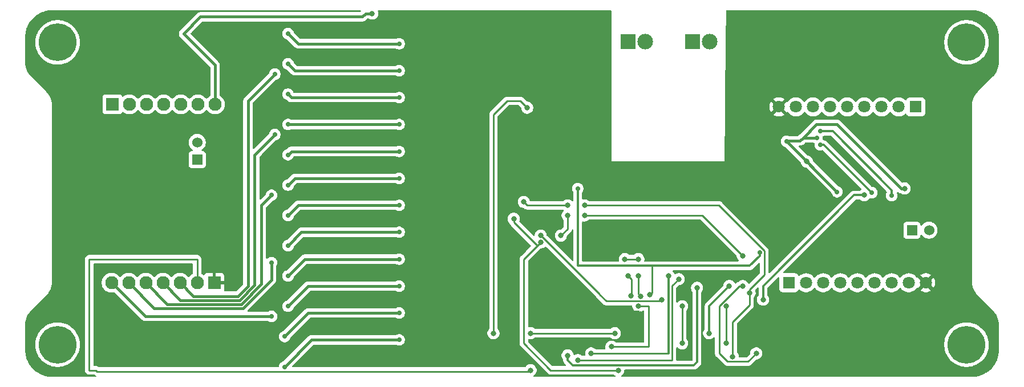
<source format=gbr>
%TF.GenerationSoftware,KiCad,Pcbnew,9.0.2*%
%TF.CreationDate,2025-07-25T00:40:22+02:00*%
%TF.ProjectId,BMS_13_VF,424d535f-3133-45f5-9646-2e6b69636164,rev?*%
%TF.SameCoordinates,Original*%
%TF.FileFunction,Copper,L2,Bot*%
%TF.FilePolarity,Positive*%
%FSLAX46Y46*%
G04 Gerber Fmt 4.6, Leading zero omitted, Abs format (unit mm)*
G04 Created by KiCad (PCBNEW 9.0.2) date 2025-07-25 00:40:22*
%MOMM*%
%LPD*%
G01*
G04 APERTURE LIST*
%TA.AperFunction,ComponentPad*%
%ADD10R,2.325000X2.325000*%
%TD*%
%TA.AperFunction,ComponentPad*%
%ADD11C,2.325000*%
%TD*%
%TA.AperFunction,ComponentPad*%
%ADD12C,5.600000*%
%TD*%
%TA.AperFunction,ComponentPad*%
%ADD13R,1.800000X1.800000*%
%TD*%
%TA.AperFunction,ComponentPad*%
%ADD14C,1.800000*%
%TD*%
%TA.AperFunction,ComponentPad*%
%ADD15R,1.530000X1.530000*%
%TD*%
%TA.AperFunction,ComponentPad*%
%ADD16C,1.530000*%
%TD*%
%TA.AperFunction,ComponentPad*%
%ADD17R,1.950000X1.950000*%
%TD*%
%TA.AperFunction,ComponentPad*%
%ADD18C,1.950000*%
%TD*%
%TA.AperFunction,ViaPad*%
%ADD19C,0.800000*%
%TD*%
%TA.AperFunction,ViaPad*%
%ADD20C,0.700000*%
%TD*%
%TA.AperFunction,Conductor*%
%ADD21C,0.400000*%
%TD*%
%TA.AperFunction,Conductor*%
%ADD22C,0.300000*%
%TD*%
%TA.AperFunction,Conductor*%
%ADD23C,0.250000*%
%TD*%
G04 APERTURE END LIST*
D10*
%TO.P,J3,1,Pin_1*%
%TO.N,Net-(J3-Pin_1)*%
X163000000Y-68155000D03*
D11*
%TO.P,J3,2,Pin_2*%
%TO.N,Net-(J3-Pin_2)*%
X165540000Y-68155000D03*
%TD*%
D12*
%TO.P,H4,1*%
%TO.N,N/C*%
X203700000Y-113200000D03*
%TD*%
D13*
%TO.P,J8,1,Pin_1*%
%TO.N,/T16*%
X196160000Y-77875000D03*
D14*
%TO.P,J8,2,Pin_2*%
%TO.N,/T15*%
X193620000Y-77875000D03*
%TO.P,J8,3,Pin_3*%
%TO.N,/T14*%
X191080000Y-77875000D03*
%TO.P,J8,4,Pin_4*%
%TO.N,/T13*%
X188540000Y-77875000D03*
%TO.P,J8,5,Pin_5*%
%TO.N,/T12*%
X186000000Y-77875000D03*
%TO.P,J8,6,Pin_6*%
%TO.N,/T11*%
X183460000Y-77875000D03*
%TO.P,J8,7,Pin_7*%
%TO.N,/T10*%
X180920000Y-77875000D03*
%TO.P,J8,8,Pin_8*%
%TO.N,/T9*%
X178380000Y-77875000D03*
%TO.P,J8,9,Pin_9*%
%TO.N,-VDC*%
X175840000Y-77875000D03*
%TD*%
D15*
%TO.P,J5,1,1*%
%TO.N,/T1*%
X195600000Y-96200000D03*
D16*
%TO.P,J5,2,2*%
%TO.N,Net-(J7-Pin_8)*%
X198140000Y-96200000D03*
%TD*%
D15*
%TO.P,J4,1,1*%
%TO.N,/Cell 1*%
X89525000Y-85705000D03*
D16*
%TO.P,J4,2,2*%
%TO.N,Net-(J6-Pin_6)*%
X89525000Y-83165000D03*
%TD*%
D12*
%TO.P,H3,1*%
%TO.N,N/C*%
X203700000Y-68300000D03*
%TD*%
%TO.P,H1,1*%
%TO.N,N/C*%
X68800000Y-68300000D03*
%TD*%
D17*
%TO.P,J6,1,Pin_1*%
%TO.N,/Cell 11*%
X76930000Y-77500000D03*
D18*
%TO.P,J6,2,Pin_2*%
%TO.N,/Cell 9*%
X79470000Y-77500000D03*
%TO.P,J6,3,Pin_3*%
%TO.N,/Cell 7*%
X82010000Y-77500000D03*
%TO.P,J6,4,Pin_4*%
%TO.N,/Cell 5*%
X84550000Y-77500000D03*
%TO.P,J6,5,Pin_5*%
%TO.N,/Cell 3*%
X87090000Y-77500000D03*
%TO.P,J6,6,Pin_6*%
%TO.N,Net-(J6-Pin_6)*%
X89630000Y-77500000D03*
%TO.P,J6,7,Pin_7*%
%TO.N,+BATT*%
X92170000Y-77500000D03*
%TD*%
D10*
%TO.P,J1,1,Pin_1*%
%TO.N,Net-(J1-Pin_1)*%
X153460000Y-68155000D03*
D11*
%TO.P,J1,2,Pin_2*%
%TO.N,Net-(J1-Pin_2)*%
X156000000Y-68155000D03*
%TD*%
D13*
%TO.P,J7,1,Pin_1*%
%TO.N,/T8*%
X177340000Y-104000000D03*
D14*
%TO.P,J7,2,Pin_2*%
%TO.N,/T7*%
X179880000Y-104000000D03*
%TO.P,J7,3,Pin_3*%
%TO.N,/T6*%
X182420000Y-104000000D03*
%TO.P,J7,4,Pin_4*%
%TO.N,/T5*%
X184960000Y-104000000D03*
%TO.P,J7,5,Pin_5*%
%TO.N,/T4*%
X187500000Y-104000000D03*
%TO.P,J7,6,Pin_6*%
%TO.N,/T3*%
X190040000Y-104000000D03*
%TO.P,J7,7,Pin_7*%
%TO.N,/T2*%
X192580000Y-104000000D03*
%TO.P,J7,8,Pin_8*%
%TO.N,Net-(J7-Pin_8)*%
X195120000Y-104000000D03*
%TO.P,J7,9,Pin_9*%
%TO.N,-VDC*%
X197660000Y-104000000D03*
%TD*%
D17*
%TO.P,J2,1,Pin_1*%
%TO.N,-VDC*%
X92050000Y-104000000D03*
D18*
%TO.P,J2,2,Pin_2*%
%TO.N,/Cell 12*%
X89510000Y-104000000D03*
%TO.P,J2,3,Pin_3*%
%TO.N,/Cell 10*%
X86970000Y-104000000D03*
%TO.P,J2,4,Pin_4*%
%TO.N,/Cell 8*%
X84430000Y-104000000D03*
%TO.P,J2,5,Pin_5*%
%TO.N,/Cell 6*%
X81890000Y-104000000D03*
%TO.P,J2,6,Pin_6*%
%TO.N,/Cell 4*%
X79350000Y-104000000D03*
%TO.P,J2,7,Pin_7*%
%TO.N,/Cell 2*%
X76810000Y-104000000D03*
%TD*%
D12*
%TO.P,H2,1*%
%TO.N,N/C*%
X68800000Y-113200000D03*
%TD*%
D19*
%TO.N,+5V*%
X194500000Y-90000000D03*
D20*
X146000000Y-90000000D03*
D19*
X156700000Y-105800000D03*
D20*
X177000000Y-83000000D03*
D19*
X151000000Y-113500000D03*
D20*
X184500000Y-90500000D03*
D19*
X155000000Y-107500000D03*
X180000000Y-86000000D03*
D20*
X181500000Y-82500000D03*
X173000000Y-99500000D03*
%TO.N,-VDC*%
X117000000Y-78500000D03*
X140500000Y-82500000D03*
X159500000Y-99500000D03*
D19*
X179700000Y-94600000D03*
D20*
X117000000Y-90500000D03*
X140000000Y-76500000D03*
X92000000Y-67500000D03*
X133750000Y-65000000D03*
D19*
X150000000Y-65500000D03*
D20*
X187844425Y-81312811D03*
D19*
X149750000Y-76000000D03*
D20*
X131000000Y-69500000D03*
D19*
X175900000Y-90900000D03*
D20*
X185500000Y-100000000D03*
D19*
X145250000Y-106676900D03*
D20*
X175400000Y-107100000D03*
D19*
X155362652Y-108662652D03*
D20*
X157000000Y-95500000D03*
X117000000Y-66500000D03*
X117000000Y-114500000D03*
X117000000Y-102500000D03*
X195000000Y-88500000D03*
D19*
X171400000Y-86400000D03*
%TO.N,/VREF2*%
X165500000Y-111500000D03*
X173500000Y-106500000D03*
X188500000Y-91000000D03*
X168500000Y-104500000D03*
%TO.N,/C12*%
X140500000Y-98000000D03*
X136500000Y-94500000D03*
X152000000Y-117000000D03*
%TO.N,/Enable*%
X133500000Y-111500000D03*
X151500000Y-111500000D03*
X139000000Y-111500000D03*
X138500000Y-78000000D03*
%TO.N,/SCL*%
X159500000Y-103000000D03*
D20*
X182000000Y-81500000D03*
X192602012Y-91057008D03*
D19*
X148000000Y-114500000D03*
D20*
%TO.N,/SDA*%
X189635627Y-90635627D03*
D19*
X146000000Y-115500000D03*
D20*
X182000000Y-83500000D03*
D19*
X160975000Y-103475000D03*
%TO.N,/Therm_ADC*%
X163700000Y-104750000D03*
X144500000Y-114800000D03*
%TO.N,+BATT*%
X138000000Y-92000000D03*
X147000000Y-92500000D03*
X171500000Y-105500000D03*
X169000000Y-115000000D03*
X115500000Y-64000000D03*
X144500000Y-92500000D03*
D20*
%TO.N,/Cell 10*%
X101050000Y-73000000D03*
%TO.N,/Cell 8*%
X101050000Y-82000000D03*
%TO.N,/Cell 6*%
X100550000Y-91000000D03*
%TO.N,/Cell 4*%
X100550000Y-101000000D03*
%TO.N,/Cell 2*%
X100550000Y-109000000D03*
%TO.N,Net-(Q1-G)*%
X119500000Y-108500000D03*
X102500000Y-112000000D03*
%TO.N,Net-(Q2-G)*%
X119500000Y-104500000D03*
X103000000Y-107500000D03*
%TO.N,Net-(Q3-G)*%
X103000000Y-103000000D03*
X119500000Y-100500000D03*
%TO.N,Net-(Q4-G)*%
X119500000Y-96500000D03*
X103000000Y-98500000D03*
%TO.N,Net-(Q5-G)*%
X103000000Y-94000000D03*
X119500000Y-92500000D03*
%TO.N,Net-(Q6-G)*%
X119500000Y-88500000D03*
X103000000Y-89500000D03*
%TO.N,Net-(Q7-G)*%
X103000000Y-85000000D03*
X119500000Y-84500000D03*
%TO.N,Net-(Q8-G)*%
X103000000Y-80500000D03*
X119500000Y-80500000D03*
%TO.N,Net-(Q9-G)*%
X119500000Y-76500000D03*
X103000000Y-76000000D03*
%TO.N,Net-(Q10-G)*%
X103000000Y-71500000D03*
X119500000Y-72500000D03*
%TO.N,Net-(Q11-G)*%
X119500000Y-68500000D03*
X103000000Y-67000000D03*
%TO.N,Net-(Q12-G)*%
X119500000Y-112500000D03*
X102500000Y-116500000D03*
D19*
%TO.N,/C13*%
X170500000Y-104500000D03*
X144500000Y-94000000D03*
X143500000Y-97000000D03*
X170500000Y-100000000D03*
X172500000Y-114500000D03*
X147000000Y-94000000D03*
%TO.N,/Cell 12*%
X139000000Y-117000000D03*
%TO.N,Net-(Q18-G)*%
X161500000Y-113000000D03*
X168000000Y-107500000D03*
X168000000Y-113000000D03*
X161500000Y-107500000D03*
%TO.N,Net-(U1-IBIAS)*%
X155000000Y-100500000D03*
X155300000Y-106000000D03*
X153000000Y-100500000D03*
X155000000Y-103000000D03*
%TO.N,Net-(U1-ICMP)*%
X153500000Y-103000000D03*
X153926899Y-105926899D03*
%TO.N,/S13*%
X158500000Y-106500000D03*
X140500000Y-97000000D03*
%TD*%
D21*
%TO.N,+5V*%
X194000000Y-90000000D02*
X184500000Y-80500000D01*
D22*
X173000000Y-100000000D02*
X171500000Y-101500000D01*
D21*
X181425500Y-80500000D02*
X179462750Y-82462750D01*
D23*
X156700000Y-105800000D02*
X157000000Y-105500000D01*
D21*
X179000000Y-82925500D02*
X177074500Y-82925500D01*
D22*
X157000000Y-101500000D02*
X171500000Y-101500000D01*
D23*
X156500000Y-107500000D02*
X155000000Y-107500000D01*
D22*
X146000000Y-101500000D02*
X157000000Y-101500000D01*
D21*
X179462750Y-82462750D02*
X179000000Y-82925500D01*
X194500000Y-90000000D02*
X194000000Y-90000000D01*
D23*
X157000000Y-105500000D02*
X157000000Y-101500000D01*
D21*
X177074500Y-82925500D02*
X177000000Y-83000000D01*
X184500000Y-90500000D02*
X177000000Y-83000000D01*
X184500000Y-80500000D02*
X181425500Y-80500000D01*
D23*
X151000000Y-113500000D02*
X156500000Y-113500000D01*
D21*
X179462750Y-82462750D02*
X179500000Y-82500000D01*
D22*
X146000000Y-90000000D02*
X146000000Y-101500000D01*
D21*
X179500000Y-82500000D02*
X181500000Y-82500000D01*
D22*
X173000000Y-99500000D02*
X173000000Y-100000000D01*
D23*
X156500000Y-113500000D02*
X156500000Y-107500000D01*
D21*
%TO.N,-VDC*%
X149750000Y-76000000D02*
X150000000Y-75750000D01*
D23*
X171400000Y-86400000D02*
X179600000Y-94600000D01*
D22*
X187844425Y-81344425D02*
X187844425Y-81312811D01*
D21*
X150000000Y-75750000D02*
X150000000Y-65500000D01*
D23*
X179600000Y-94600000D02*
X179700000Y-94600000D01*
X154962652Y-108262652D02*
X146835752Y-108262652D01*
D22*
X195000000Y-88500000D02*
X187844425Y-81344425D01*
D23*
X155362652Y-108662652D02*
X154962652Y-108262652D01*
X146835752Y-108262652D02*
X145250000Y-106676900D01*
D22*
%TO.N,/VREF2*%
X165500000Y-107500000D02*
X165500000Y-111500000D01*
X173500000Y-104500000D02*
X187000000Y-91000000D01*
X187000000Y-91000000D02*
X188500000Y-91000000D01*
X168500000Y-104500000D02*
X165500000Y-107500000D01*
X173500000Y-106500000D02*
X173500000Y-104500000D01*
D23*
%TO.N,/C12*%
X138000000Y-100500000D02*
X140000000Y-98500000D01*
X136500000Y-95000000D02*
X136500000Y-94500000D01*
X152000000Y-117000000D02*
X142000000Y-117000000D01*
X140000000Y-98500000D02*
X140500000Y-98000000D01*
X138000000Y-113000000D02*
X138000000Y-100500000D01*
X140000000Y-98500000D02*
X136500000Y-95000000D01*
X142000000Y-117000000D02*
X138000000Y-113000000D01*
%TO.N,/Enable*%
X137500000Y-77000000D02*
X138500000Y-78000000D01*
X133500000Y-111500000D02*
X133500000Y-79000000D01*
X133500000Y-79000000D02*
X135500000Y-77000000D01*
X139000000Y-111500000D02*
X151500000Y-111500000D01*
X135500000Y-77000000D02*
X137500000Y-77000000D01*
D22*
%TO.N,/SCL*%
X183839592Y-81500000D02*
X192602012Y-90262420D01*
X159500000Y-103000000D02*
X159500000Y-114500000D01*
X182000000Y-81500000D02*
X183839592Y-81500000D01*
D23*
X148000000Y-114500000D02*
X159500000Y-114500000D01*
D22*
X192602012Y-90262420D02*
X192602012Y-91057008D01*
%TO.N,/SDA*%
X182025000Y-83525000D02*
X182000000Y-83500000D01*
X189610627Y-90635627D02*
X182500000Y-83525000D01*
X189635627Y-90635627D02*
X189610627Y-90635627D01*
X182500000Y-83525000D02*
X182025000Y-83525000D01*
D23*
X160000000Y-115500000D02*
X160000000Y-104450000D01*
X160000000Y-104450000D02*
X160975000Y-103475000D01*
X146000000Y-115500000D02*
X160000000Y-115500000D01*
D22*
%TO.N,/Therm_ADC*%
X163700000Y-115800000D02*
X163700000Y-104750000D01*
X144500000Y-114800000D02*
X144500000Y-115500000D01*
X163250000Y-116250000D02*
X163700000Y-115800000D01*
X145250000Y-116250000D02*
X163250000Y-116250000D01*
X144500000Y-115500000D02*
X145250000Y-116250000D01*
D23*
%TO.N,+BATT*%
X171500000Y-105500000D02*
X171500000Y-105000000D01*
X171500000Y-105000000D02*
X173675000Y-102825000D01*
X169000000Y-109828248D02*
X169000000Y-115000000D01*
X169000000Y-109828248D02*
X171500000Y-107328248D01*
D21*
X92170000Y-71670000D02*
X92170000Y-77500000D01*
X114000000Y-64500000D02*
X114500000Y-64000000D01*
D23*
X138500000Y-92500000D02*
X138000000Y-92000000D01*
X147000000Y-92500000D02*
X166954595Y-92500000D01*
X171500000Y-107328248D02*
X171500000Y-105500000D01*
D21*
X114500000Y-64000000D02*
X115500000Y-64000000D01*
X90000000Y-64500000D02*
X114000000Y-64500000D01*
D23*
X166954595Y-92500000D02*
X173675000Y-99220405D01*
D21*
X87500000Y-67000000D02*
X90000000Y-64500000D01*
X87500000Y-67000000D02*
X92170000Y-71670000D01*
D23*
X173675000Y-102825000D02*
X173675000Y-99220405D01*
X138500000Y-92500000D02*
X144500000Y-92500000D01*
D21*
%TO.N,/Cell 10*%
X101050000Y-73000000D02*
X97050000Y-77000000D01*
X88970000Y-106000000D02*
X86970000Y-104000000D01*
X97050000Y-77000000D02*
X97050000Y-104500000D01*
X95550000Y-106000000D02*
X88970000Y-106000000D01*
X97050000Y-104500000D02*
X95550000Y-106000000D01*
%TO.N,/Cell 8*%
X98050000Y-85000000D02*
X98050000Y-104348528D01*
X98050000Y-104348528D02*
X95798528Y-106600000D01*
X87030000Y-106600000D02*
X84430000Y-104000000D01*
X101050000Y-82000000D02*
X98050000Y-85000000D01*
X95798528Y-106600000D02*
X87030000Y-106600000D01*
%TO.N,/Cell 6*%
X96047056Y-107200000D02*
X85090000Y-107200000D01*
X100550000Y-91000000D02*
X99050000Y-92500000D01*
X99050000Y-104197056D02*
X96047056Y-107200000D01*
X99050000Y-92500000D02*
X99050000Y-104197056D01*
X85090000Y-107200000D02*
X81890000Y-104000000D01*
%TO.N,/Cell 4*%
X100550000Y-103545584D02*
X96295584Y-107800000D01*
X100550000Y-101000000D02*
X100550000Y-103545584D01*
X96295584Y-107800000D02*
X83150000Y-107800000D01*
X83150000Y-107800000D02*
X79350000Y-104000000D01*
%TO.N,/Cell 2*%
X100550000Y-109000000D02*
X81810000Y-109000000D01*
X81810000Y-109000000D02*
X76810000Y-104000000D01*
%TO.N,Net-(Q1-G)*%
X106000000Y-108500000D02*
X102500000Y-112000000D01*
X119500000Y-108500000D02*
X106000000Y-108500000D01*
%TO.N,Net-(Q2-G)*%
X106000000Y-104500000D02*
X103000000Y-107500000D01*
X119500000Y-104500000D02*
X106000000Y-104500000D01*
%TO.N,Net-(Q3-G)*%
X105500000Y-100500000D02*
X103000000Y-103000000D01*
X119500000Y-100500000D02*
X105500000Y-100500000D01*
%TO.N,Net-(Q4-G)*%
X105000000Y-96500000D02*
X103000000Y-98500000D01*
X119500000Y-96500000D02*
X105000000Y-96500000D01*
%TO.N,Net-(Q5-G)*%
X104500000Y-92500000D02*
X103000000Y-94000000D01*
X119500000Y-92500000D02*
X104500000Y-92500000D01*
%TO.N,Net-(Q6-G)*%
X104000000Y-88500000D02*
X103000000Y-89500000D01*
X119500000Y-88500000D02*
X104000000Y-88500000D01*
%TO.N,Net-(Q7-G)*%
X103500000Y-84500000D02*
X103000000Y-85000000D01*
X119500000Y-84500000D02*
X103500000Y-84500000D01*
%TO.N,Net-(Q8-G)*%
X119500000Y-80500000D02*
X103000000Y-80500000D01*
%TO.N,Net-(Q9-G)*%
X103500000Y-76500000D02*
X103000000Y-76000000D01*
X119500000Y-76500000D02*
X103500000Y-76500000D01*
%TO.N,Net-(Q10-G)*%
X104000000Y-72500000D02*
X103000000Y-71500000D01*
X119500000Y-72500000D02*
X104000000Y-72500000D01*
%TO.N,Net-(Q11-G)*%
X104500000Y-68500000D02*
X103000000Y-67000000D01*
X119500000Y-68500000D02*
X104500000Y-68500000D01*
%TO.N,Net-(Q12-G)*%
X106500000Y-112500000D02*
X102500000Y-116500000D01*
X119500000Y-112500000D02*
X106500000Y-112500000D01*
D23*
%TO.N,/C13*%
X144500000Y-96000000D02*
X144500000Y-94000000D01*
X147000000Y-94000000D02*
X164500000Y-94000000D01*
X171275000Y-115725000D02*
X172500000Y-114500000D01*
X164500000Y-94000000D02*
X170500000Y-100000000D01*
X143500000Y-97000000D02*
X144500000Y-96000000D01*
X167000000Y-107474695D02*
X167000000Y-114500000D01*
X170500000Y-104500000D02*
X169974695Y-104500000D01*
X168225000Y-115725000D02*
X171275000Y-115725000D01*
X169974695Y-104500000D02*
X167000000Y-107474695D01*
X167000000Y-114500000D02*
X168225000Y-115725000D01*
%TO.N,/Cell 12*%
X138825000Y-117175000D02*
X139000000Y-117000000D01*
X89510000Y-104000000D02*
X89510000Y-100510000D01*
X74675000Y-117175000D02*
X138825000Y-117175000D01*
X89500000Y-100500000D02*
X73500000Y-100500000D01*
X73500000Y-100500000D02*
X73500000Y-117000000D01*
X74500000Y-117000000D02*
X74675000Y-117175000D01*
X73500000Y-117000000D02*
X74500000Y-117000000D01*
X89510000Y-100510000D02*
X89500000Y-100500000D01*
%TO.N,Net-(Q18-G)*%
X168000000Y-107500000D02*
X168000000Y-113000000D01*
X161500000Y-113000000D02*
X161500000Y-107500000D01*
%TO.N,Net-(U1-IBIAS)*%
X155000000Y-105700000D02*
X155000000Y-103000000D01*
X153000000Y-100500000D02*
X155000000Y-100500000D01*
X155300000Y-106000000D02*
X155000000Y-105700000D01*
%TO.N,Net-(U1-ICMP)*%
X154000000Y-105853798D02*
X153926899Y-105926899D01*
X154000000Y-103500000D02*
X154000000Y-105853798D01*
X153500000Y-103000000D02*
X154000000Y-103500000D01*
%TO.N,/S13*%
X158275000Y-106725000D02*
X150225000Y-106725000D01*
X140525305Y-97000000D02*
X140500000Y-97000000D01*
X140525305Y-97000000D02*
X149250000Y-105724695D01*
X150225000Y-106725000D02*
X149250000Y-105750000D01*
X149250000Y-105724695D02*
X149250000Y-105750000D01*
X158500000Y-106500000D02*
X158275000Y-106725000D01*
%TD*%
%TA.AperFunction,Conductor*%
%TO.N,-VDC*%
G36*
X113776520Y-63520185D02*
G01*
X113822275Y-63572989D01*
X113832219Y-63642147D01*
X113803194Y-63705703D01*
X113797162Y-63712181D01*
X113746162Y-63763181D01*
X113684839Y-63796666D01*
X113658481Y-63799500D01*
X89931004Y-63799500D01*
X89795677Y-63826418D01*
X89795667Y-63826421D01*
X89668192Y-63879222D01*
X89553454Y-63955887D01*
X89553453Y-63955888D01*
X87657801Y-65851542D01*
X87053457Y-66455886D01*
X86955886Y-66553457D01*
X86879222Y-66668192D01*
X86826421Y-66795667D01*
X86826418Y-66795677D01*
X86799500Y-66931003D01*
X86799500Y-66931006D01*
X86799500Y-67068994D01*
X86799500Y-67068996D01*
X86799499Y-67068996D01*
X86826418Y-67204322D01*
X86826421Y-67204332D01*
X86879222Y-67331807D01*
X86955887Y-67446545D01*
X86955888Y-67446546D01*
X91433181Y-71923837D01*
X91466666Y-71985160D01*
X91469500Y-72011518D01*
X91469500Y-76124942D01*
X91449815Y-76191981D01*
X91401798Y-76235425D01*
X91396671Y-76238037D01*
X91208773Y-76374553D01*
X91044553Y-76538773D01*
X91044553Y-76538774D01*
X91044551Y-76538776D01*
X91003858Y-76594785D01*
X91000318Y-76599658D01*
X90944988Y-76642323D01*
X90875374Y-76648302D01*
X90813579Y-76615696D01*
X90799682Y-76599658D01*
X90755449Y-76538776D01*
X90591224Y-76374551D01*
X90403331Y-76238039D01*
X90325204Y-76198231D01*
X90196400Y-76132601D01*
X89975514Y-76060831D01*
X89746129Y-76024500D01*
X89746124Y-76024500D01*
X89513876Y-76024500D01*
X89513871Y-76024500D01*
X89284485Y-76060831D01*
X89063599Y-76132601D01*
X88856668Y-76238039D01*
X88668773Y-76374553D01*
X88504553Y-76538773D01*
X88504553Y-76538774D01*
X88504551Y-76538776D01*
X88463858Y-76594785D01*
X88460318Y-76599658D01*
X88404988Y-76642323D01*
X88335374Y-76648302D01*
X88273579Y-76615696D01*
X88259682Y-76599658D01*
X88215449Y-76538776D01*
X88051224Y-76374551D01*
X87863331Y-76238039D01*
X87785204Y-76198231D01*
X87656400Y-76132601D01*
X87435514Y-76060831D01*
X87206129Y-76024500D01*
X87206124Y-76024500D01*
X86973876Y-76024500D01*
X86973871Y-76024500D01*
X86744485Y-76060831D01*
X86523599Y-76132601D01*
X86316668Y-76238039D01*
X86128773Y-76374553D01*
X85964553Y-76538773D01*
X85964553Y-76538774D01*
X85964551Y-76538776D01*
X85923858Y-76594785D01*
X85920318Y-76599658D01*
X85864988Y-76642323D01*
X85795374Y-76648302D01*
X85733579Y-76615696D01*
X85719682Y-76599658D01*
X85675449Y-76538776D01*
X85511224Y-76374551D01*
X85323331Y-76238039D01*
X85245204Y-76198231D01*
X85116400Y-76132601D01*
X84895514Y-76060831D01*
X84666129Y-76024500D01*
X84666124Y-76024500D01*
X84433876Y-76024500D01*
X84433871Y-76024500D01*
X84204485Y-76060831D01*
X83983599Y-76132601D01*
X83776668Y-76238039D01*
X83588773Y-76374553D01*
X83424553Y-76538773D01*
X83424553Y-76538774D01*
X83424551Y-76538776D01*
X83383858Y-76594785D01*
X83380318Y-76599658D01*
X83324988Y-76642323D01*
X83255374Y-76648302D01*
X83193579Y-76615696D01*
X83179682Y-76599658D01*
X83135449Y-76538776D01*
X82971224Y-76374551D01*
X82783331Y-76238039D01*
X82705204Y-76198231D01*
X82576400Y-76132601D01*
X82355514Y-76060831D01*
X82126129Y-76024500D01*
X82126124Y-76024500D01*
X81893876Y-76024500D01*
X81893871Y-76024500D01*
X81664485Y-76060831D01*
X81443599Y-76132601D01*
X81236668Y-76238039D01*
X81048773Y-76374553D01*
X80884553Y-76538773D01*
X80884553Y-76538774D01*
X80884551Y-76538776D01*
X80843858Y-76594785D01*
X80840318Y-76599658D01*
X80784988Y-76642323D01*
X80715374Y-76648302D01*
X80653579Y-76615696D01*
X80639682Y-76599658D01*
X80595449Y-76538776D01*
X80431224Y-76374551D01*
X80243331Y-76238039D01*
X80165204Y-76198231D01*
X80036400Y-76132601D01*
X79815514Y-76060831D01*
X79586129Y-76024500D01*
X79586124Y-76024500D01*
X79353876Y-76024500D01*
X79353871Y-76024500D01*
X79124485Y-76060831D01*
X78903599Y-76132601D01*
X78696665Y-76238041D01*
X78541902Y-76350482D01*
X78476095Y-76373962D01*
X78408042Y-76358136D01*
X78359347Y-76308030D01*
X78352835Y-76293497D01*
X78348797Y-76282671D01*
X78348793Y-76282664D01*
X78262547Y-76167455D01*
X78262544Y-76167452D01*
X78147335Y-76081206D01*
X78147328Y-76081202D01*
X78012482Y-76030908D01*
X78012483Y-76030908D01*
X77952883Y-76024501D01*
X77952881Y-76024500D01*
X77952873Y-76024500D01*
X77952864Y-76024500D01*
X75907129Y-76024500D01*
X75907123Y-76024501D01*
X75847516Y-76030908D01*
X75712671Y-76081202D01*
X75712664Y-76081206D01*
X75597455Y-76167452D01*
X75597452Y-76167455D01*
X75511206Y-76282664D01*
X75511202Y-76282671D01*
X75460908Y-76417517D01*
X75454501Y-76477116D01*
X75454500Y-76477135D01*
X75454500Y-78522870D01*
X75454501Y-78522876D01*
X75460908Y-78582483D01*
X75511202Y-78717328D01*
X75511206Y-78717335D01*
X75597452Y-78832544D01*
X75597455Y-78832547D01*
X75712664Y-78918793D01*
X75712671Y-78918797D01*
X75847517Y-78969091D01*
X75847516Y-78969091D01*
X75854444Y-78969835D01*
X75907127Y-78975500D01*
X77952872Y-78975499D01*
X78012483Y-78969091D01*
X78147331Y-78918796D01*
X78262546Y-78832546D01*
X78348796Y-78717331D01*
X78352834Y-78706505D01*
X78394703Y-78650570D01*
X78460166Y-78626150D01*
X78528440Y-78640999D01*
X78541890Y-78649508D01*
X78696669Y-78761961D01*
X78746527Y-78787365D01*
X78903599Y-78867398D01*
X78903601Y-78867398D01*
X78903604Y-78867400D01*
X79124486Y-78939169D01*
X79242668Y-78957886D01*
X79353871Y-78975500D01*
X79353876Y-78975500D01*
X79586129Y-78975500D01*
X79687502Y-78959443D01*
X79815514Y-78939169D01*
X80036396Y-78867400D01*
X80243331Y-78761961D01*
X80431224Y-78625449D01*
X80595449Y-78461224D01*
X80639682Y-78400341D01*
X80695011Y-78357676D01*
X80764625Y-78351697D01*
X80826420Y-78384302D01*
X80840316Y-78400340D01*
X80884551Y-78461224D01*
X81048776Y-78625449D01*
X81236669Y-78761961D01*
X81286527Y-78787365D01*
X81443599Y-78867398D01*
X81443601Y-78867398D01*
X81443604Y-78867400D01*
X81664486Y-78939169D01*
X81782668Y-78957886D01*
X81893871Y-78975500D01*
X81893876Y-78975500D01*
X82126129Y-78975500D01*
X82227502Y-78959443D01*
X82355514Y-78939169D01*
X82576396Y-78867400D01*
X82783331Y-78761961D01*
X82971224Y-78625449D01*
X83135449Y-78461224D01*
X83179682Y-78400341D01*
X83235011Y-78357676D01*
X83304625Y-78351697D01*
X83366420Y-78384302D01*
X83380316Y-78400340D01*
X83424551Y-78461224D01*
X83588776Y-78625449D01*
X83776669Y-78761961D01*
X83826527Y-78787365D01*
X83983599Y-78867398D01*
X83983601Y-78867398D01*
X83983604Y-78867400D01*
X84204486Y-78939169D01*
X84322668Y-78957886D01*
X84433871Y-78975500D01*
X84433876Y-78975500D01*
X84666129Y-78975500D01*
X84767502Y-78959443D01*
X84895514Y-78939169D01*
X85116396Y-78867400D01*
X85323331Y-78761961D01*
X85511224Y-78625449D01*
X85675449Y-78461224D01*
X85719682Y-78400341D01*
X85775011Y-78357676D01*
X85844625Y-78351697D01*
X85906420Y-78384302D01*
X85920316Y-78400340D01*
X85964551Y-78461224D01*
X86128776Y-78625449D01*
X86316669Y-78761961D01*
X86366527Y-78787365D01*
X86523599Y-78867398D01*
X86523601Y-78867398D01*
X86523604Y-78867400D01*
X86744486Y-78939169D01*
X86862668Y-78957886D01*
X86973871Y-78975500D01*
X86973876Y-78975500D01*
X87206129Y-78975500D01*
X87307502Y-78959443D01*
X87435514Y-78939169D01*
X87656396Y-78867400D01*
X87863331Y-78761961D01*
X88051224Y-78625449D01*
X88215449Y-78461224D01*
X88259682Y-78400341D01*
X88315011Y-78357676D01*
X88384625Y-78351697D01*
X88446420Y-78384302D01*
X88460316Y-78400340D01*
X88504551Y-78461224D01*
X88668776Y-78625449D01*
X88856669Y-78761961D01*
X88906527Y-78787365D01*
X89063599Y-78867398D01*
X89063601Y-78867398D01*
X89063604Y-78867400D01*
X89284486Y-78939169D01*
X89402668Y-78957886D01*
X89513871Y-78975500D01*
X89513876Y-78975500D01*
X89746129Y-78975500D01*
X89847502Y-78959443D01*
X89975514Y-78939169D01*
X90196396Y-78867400D01*
X90403331Y-78761961D01*
X90591224Y-78625449D01*
X90755449Y-78461224D01*
X90799682Y-78400341D01*
X90855011Y-78357676D01*
X90924625Y-78351697D01*
X90986420Y-78384302D01*
X91000316Y-78400340D01*
X91044551Y-78461224D01*
X91208776Y-78625449D01*
X91396669Y-78761961D01*
X91446527Y-78787365D01*
X91603599Y-78867398D01*
X91603601Y-78867398D01*
X91603604Y-78867400D01*
X91824486Y-78939169D01*
X91942668Y-78957886D01*
X92053871Y-78975500D01*
X92053876Y-78975500D01*
X92286129Y-78975500D01*
X92387502Y-78959443D01*
X92515514Y-78939169D01*
X92736396Y-78867400D01*
X92943331Y-78761961D01*
X93131224Y-78625449D01*
X93295449Y-78461224D01*
X93431961Y-78273331D01*
X93537400Y-78066396D01*
X93609169Y-77845514D01*
X93638263Y-77661819D01*
X93645500Y-77616129D01*
X93645500Y-77383870D01*
X93622667Y-77239709D01*
X93609169Y-77154486D01*
X93537400Y-76933604D01*
X93537398Y-76933601D01*
X93537398Y-76933599D01*
X93475735Y-76812581D01*
X93431961Y-76726669D01*
X93295449Y-76538776D01*
X93131224Y-76374551D01*
X92943331Y-76238039D01*
X92943330Y-76238038D01*
X92943328Y-76238037D01*
X92938202Y-76235425D01*
X92887407Y-76187450D01*
X92870500Y-76124942D01*
X92870500Y-71601004D01*
X92843581Y-71465677D01*
X92843580Y-71465676D01*
X92843580Y-71465672D01*
X92823100Y-71416228D01*
X102149500Y-71416228D01*
X102149500Y-71583771D01*
X102182182Y-71748074D01*
X102182184Y-71748082D01*
X102246295Y-71902860D01*
X102339373Y-72042162D01*
X102457837Y-72160626D01*
X102550494Y-72222537D01*
X102597137Y-72253703D01*
X102751918Y-72317816D01*
X102808950Y-72329160D01*
X102870859Y-72361544D01*
X102872439Y-72363096D01*
X103553453Y-73044111D01*
X103553454Y-73044112D01*
X103668192Y-73120777D01*
X103763420Y-73160221D01*
X103795672Y-73173580D01*
X103795676Y-73173580D01*
X103795677Y-73173581D01*
X103931003Y-73200500D01*
X103931006Y-73200500D01*
X103931007Y-73200500D01*
X118979898Y-73200500D01*
X119046937Y-73220185D01*
X119048789Y-73221398D01*
X119097137Y-73253703D01*
X119251918Y-73317816D01*
X119416228Y-73350499D01*
X119416232Y-73350500D01*
X119416233Y-73350500D01*
X119583768Y-73350500D01*
X119583769Y-73350499D01*
X119748082Y-73317816D01*
X119902863Y-73253703D01*
X120042162Y-73160626D01*
X120160626Y-73042162D01*
X120253703Y-72902863D01*
X120317816Y-72748082D01*
X120350500Y-72583767D01*
X120350500Y-72416233D01*
X120317816Y-72251918D01*
X120253703Y-72097137D01*
X120196494Y-72011518D01*
X120160626Y-71957837D01*
X120042162Y-71839373D01*
X119902860Y-71746295D01*
X119748082Y-71682184D01*
X119748074Y-71682182D01*
X119583771Y-71649500D01*
X119583767Y-71649500D01*
X119416233Y-71649500D01*
X119416228Y-71649500D01*
X119251925Y-71682182D01*
X119251917Y-71682184D01*
X119097140Y-71746295D01*
X119097131Y-71746300D01*
X119048789Y-71778602D01*
X118982112Y-71799480D01*
X118979898Y-71799500D01*
X104341519Y-71799500D01*
X104274480Y-71779815D01*
X104253838Y-71763181D01*
X103863096Y-71372439D01*
X103829611Y-71311116D01*
X103829174Y-71309021D01*
X103817816Y-71251918D01*
X103753703Y-71097137D01*
X103722537Y-71050494D01*
X103660626Y-70957837D01*
X103542162Y-70839373D01*
X103402860Y-70746295D01*
X103248082Y-70682184D01*
X103248074Y-70682182D01*
X103083771Y-70649500D01*
X103083767Y-70649500D01*
X102916233Y-70649500D01*
X102916228Y-70649500D01*
X102751925Y-70682182D01*
X102751917Y-70682184D01*
X102597139Y-70746295D01*
X102457837Y-70839373D01*
X102339373Y-70957837D01*
X102246295Y-71097139D01*
X102182184Y-71251917D01*
X102182182Y-71251925D01*
X102149500Y-71416228D01*
X92823100Y-71416228D01*
X92793945Y-71345841D01*
X92790778Y-71338195D01*
X92790771Y-71338182D01*
X92714115Y-71223459D01*
X92714114Y-71223458D01*
X92616542Y-71125886D01*
X88578337Y-67087681D01*
X88573998Y-67079735D01*
X88566751Y-67074310D01*
X88557516Y-67049550D01*
X88544852Y-67026358D01*
X88545497Y-67017328D01*
X88542334Y-67008846D01*
X88547950Y-66983025D01*
X88549836Y-66956666D01*
X88555654Y-66947612D01*
X88557186Y-66940573D01*
X88575411Y-66916228D01*
X102149500Y-66916228D01*
X102149500Y-67083771D01*
X102182182Y-67248074D01*
X102182184Y-67248082D01*
X102246295Y-67402860D01*
X102339373Y-67542162D01*
X102457837Y-67660626D01*
X102550494Y-67722537D01*
X102597137Y-67753703D01*
X102751918Y-67817816D01*
X102808950Y-67829160D01*
X102870859Y-67861544D01*
X102872439Y-67863096D01*
X103955886Y-68946542D01*
X104051506Y-69042162D01*
X104053459Y-69044115D01*
X104168182Y-69120771D01*
X104168186Y-69120773D01*
X104168189Y-69120775D01*
X104242866Y-69151707D01*
X104295671Y-69173580D01*
X104322591Y-69178934D01*
X104419630Y-69198237D01*
X104431006Y-69200500D01*
X104431007Y-69200500D01*
X118979898Y-69200500D01*
X119046937Y-69220185D01*
X119048789Y-69221398D01*
X119097137Y-69253703D01*
X119251918Y-69317816D01*
X119416228Y-69350499D01*
X119416232Y-69350500D01*
X119416233Y-69350500D01*
X119583768Y-69350500D01*
X119583769Y-69350499D01*
X119748082Y-69317816D01*
X119902863Y-69253703D01*
X120042162Y-69160626D01*
X120160626Y-69042162D01*
X120253703Y-68902863D01*
X120317816Y-68748082D01*
X120350500Y-68583767D01*
X120350500Y-68416233D01*
X120317816Y-68251918D01*
X120253703Y-68097137D01*
X120222537Y-68050494D01*
X120160626Y-67957837D01*
X120042162Y-67839373D01*
X119902860Y-67746295D01*
X119748082Y-67682184D01*
X119748074Y-67682182D01*
X119583771Y-67649500D01*
X119583767Y-67649500D01*
X119416233Y-67649500D01*
X119416228Y-67649500D01*
X119251925Y-67682182D01*
X119251917Y-67682184D01*
X119097140Y-67746295D01*
X119097131Y-67746300D01*
X119048789Y-67778602D01*
X118982112Y-67799480D01*
X118979898Y-67799500D01*
X104841518Y-67799500D01*
X104774479Y-67779815D01*
X104753837Y-67763181D01*
X103863096Y-66872439D01*
X103829611Y-66811116D01*
X103829174Y-66809021D01*
X103817816Y-66751918D01*
X103753703Y-66597137D01*
X103722537Y-66550494D01*
X103660626Y-66457837D01*
X103542162Y-66339373D01*
X103402860Y-66246295D01*
X103248082Y-66182184D01*
X103248074Y-66182182D01*
X103083771Y-66149500D01*
X103083767Y-66149500D01*
X102916233Y-66149500D01*
X102916228Y-66149500D01*
X102751925Y-66182182D01*
X102751917Y-66182184D01*
X102597139Y-66246295D01*
X102457837Y-66339373D01*
X102339373Y-66457837D01*
X102246295Y-66597139D01*
X102182184Y-66751917D01*
X102182182Y-66751925D01*
X102149500Y-66916228D01*
X88575411Y-66916228D01*
X88578337Y-66912319D01*
X88668196Y-66822460D01*
X89409810Y-66080847D01*
X90253838Y-65236819D01*
X90315161Y-65203334D01*
X90341519Y-65200500D01*
X114068996Y-65200500D01*
X114160040Y-65182389D01*
X114204328Y-65173580D01*
X114268069Y-65147177D01*
X114331807Y-65120777D01*
X114331808Y-65120776D01*
X114331811Y-65120775D01*
X114446543Y-65044114D01*
X114753838Y-64736819D01*
X114780765Y-64722115D01*
X114806584Y-64705523D01*
X114812784Y-64704631D01*
X114815161Y-64703334D01*
X114841519Y-64700500D01*
X114889900Y-64700500D01*
X114956939Y-64720185D01*
X114958788Y-64721396D01*
X115073453Y-64798013D01*
X115237334Y-64865894D01*
X115237336Y-64865894D01*
X115237341Y-64865896D01*
X115411304Y-64900499D01*
X115411307Y-64900500D01*
X115411309Y-64900500D01*
X115588693Y-64900500D01*
X115588694Y-64900499D01*
X115646682Y-64888964D01*
X115762658Y-64865896D01*
X115762661Y-64865894D01*
X115762666Y-64865894D01*
X115926547Y-64798013D01*
X116074035Y-64699464D01*
X116199464Y-64574035D01*
X116298013Y-64426547D01*
X116365894Y-64262666D01*
X116379141Y-64196072D01*
X116397695Y-64102794D01*
X116400500Y-64088691D01*
X116400500Y-63911309D01*
X116400500Y-63911306D01*
X116400499Y-63911304D01*
X116365896Y-63737341D01*
X116365893Y-63737332D01*
X116338812Y-63671952D01*
X116331343Y-63602483D01*
X116362618Y-63540004D01*
X116422707Y-63504352D01*
X116453373Y-63500500D01*
X150876000Y-63500500D01*
X150943039Y-63520185D01*
X150988794Y-63572989D01*
X151000000Y-63624500D01*
X151000000Y-86000000D01*
X167750000Y-86000000D01*
X167754739Y-85573453D01*
X167828029Y-78977429D01*
X167841503Y-77764818D01*
X174440000Y-77764818D01*
X174440000Y-77985181D01*
X174474473Y-78202835D01*
X174542567Y-78412410D01*
X174642611Y-78608756D01*
X174688932Y-78672513D01*
X175275387Y-78086058D01*
X175280889Y-78106591D01*
X175359881Y-78243408D01*
X175471592Y-78355119D01*
X175608409Y-78434111D01*
X175628939Y-78439612D01*
X175042485Y-79026065D01*
X175042485Y-79026066D01*
X175106243Y-79072388D01*
X175302589Y-79172432D01*
X175512164Y-79240526D01*
X175729819Y-79275000D01*
X175950181Y-79275000D01*
X176167835Y-79240526D01*
X176377410Y-79172432D01*
X176573760Y-79072386D01*
X176637513Y-79026066D01*
X176637514Y-79026066D01*
X176051059Y-78439612D01*
X176071591Y-78434111D01*
X176208408Y-78355119D01*
X176320119Y-78243408D01*
X176399111Y-78106591D01*
X176404612Y-78086060D01*
X176991066Y-78672514D01*
X176991066Y-78672513D01*
X177009372Y-78647319D01*
X177064701Y-78604653D01*
X177134315Y-78598674D01*
X177196110Y-78631279D01*
X177210008Y-78647319D01*
X177311752Y-78787358D01*
X177311756Y-78787363D01*
X177467636Y-78943243D01*
X177467641Y-78943247D01*
X177569606Y-79017328D01*
X177645978Y-79072815D01*
X177774375Y-79138237D01*
X177842393Y-79172895D01*
X177842396Y-79172896D01*
X177947221Y-79206955D01*
X178052049Y-79241015D01*
X178269778Y-79275500D01*
X178269779Y-79275500D01*
X178490221Y-79275500D01*
X178490222Y-79275500D01*
X178707951Y-79241015D01*
X178917606Y-79172895D01*
X179114022Y-79072815D01*
X179292365Y-78943242D01*
X179448242Y-78787365D01*
X179466700Y-78761960D01*
X179549682Y-78647745D01*
X179605011Y-78605079D01*
X179674625Y-78599100D01*
X179736420Y-78631705D01*
X179750318Y-78647745D01*
X179851752Y-78787358D01*
X179851756Y-78787363D01*
X180007636Y-78943243D01*
X180007641Y-78943247D01*
X180109606Y-79017328D01*
X180185978Y-79072815D01*
X180314375Y-79138237D01*
X180382393Y-79172895D01*
X180382396Y-79172896D01*
X180487221Y-79206955D01*
X180592049Y-79241015D01*
X180809778Y-79275500D01*
X180809779Y-79275500D01*
X181030221Y-79275500D01*
X181030222Y-79275500D01*
X181247951Y-79241015D01*
X181457606Y-79172895D01*
X181654022Y-79072815D01*
X181832365Y-78943242D01*
X181988242Y-78787365D01*
X182006700Y-78761960D01*
X182089682Y-78647745D01*
X182145011Y-78605079D01*
X182214625Y-78599100D01*
X182276420Y-78631705D01*
X182290318Y-78647745D01*
X182391752Y-78787358D01*
X182391756Y-78787363D01*
X182547636Y-78943243D01*
X182547641Y-78943247D01*
X182649606Y-79017328D01*
X182725978Y-79072815D01*
X182854375Y-79138237D01*
X182922393Y-79172895D01*
X182922396Y-79172896D01*
X183027221Y-79206955D01*
X183132049Y-79241015D01*
X183349778Y-79275500D01*
X183349779Y-79275500D01*
X183570221Y-79275500D01*
X183570222Y-79275500D01*
X183787951Y-79241015D01*
X183997606Y-79172895D01*
X184194022Y-79072815D01*
X184372365Y-78943242D01*
X184528242Y-78787365D01*
X184546700Y-78761960D01*
X184629682Y-78647745D01*
X184685011Y-78605079D01*
X184754625Y-78599100D01*
X184816420Y-78631705D01*
X184830318Y-78647745D01*
X184931752Y-78787358D01*
X184931756Y-78787363D01*
X185087636Y-78943243D01*
X185087641Y-78943247D01*
X185189606Y-79017328D01*
X185265978Y-79072815D01*
X185394375Y-79138237D01*
X185462393Y-79172895D01*
X185462396Y-79172896D01*
X185567221Y-79206955D01*
X185672049Y-79241015D01*
X185889778Y-79275500D01*
X185889779Y-79275500D01*
X186110221Y-79275500D01*
X186110222Y-79275500D01*
X186327951Y-79241015D01*
X186537606Y-79172895D01*
X186734022Y-79072815D01*
X186912365Y-78943242D01*
X187068242Y-78787365D01*
X187086700Y-78761960D01*
X187169682Y-78647745D01*
X187225011Y-78605079D01*
X187294625Y-78599100D01*
X187356420Y-78631705D01*
X187370318Y-78647745D01*
X187471752Y-78787358D01*
X187471756Y-78787363D01*
X187627636Y-78943243D01*
X187627641Y-78943247D01*
X187729606Y-79017328D01*
X187805978Y-79072815D01*
X187934375Y-79138237D01*
X188002393Y-79172895D01*
X188002396Y-79172896D01*
X188107221Y-79206955D01*
X188212049Y-79241015D01*
X188429778Y-79275500D01*
X188429779Y-79275500D01*
X188650221Y-79275500D01*
X188650222Y-79275500D01*
X188867951Y-79241015D01*
X189077606Y-79172895D01*
X189274022Y-79072815D01*
X189452365Y-78943242D01*
X189608242Y-78787365D01*
X189626700Y-78761960D01*
X189709682Y-78647745D01*
X189765011Y-78605079D01*
X189834625Y-78599100D01*
X189896420Y-78631705D01*
X189910318Y-78647745D01*
X190011752Y-78787358D01*
X190011756Y-78787363D01*
X190167636Y-78943243D01*
X190167641Y-78943247D01*
X190269606Y-79017328D01*
X190345978Y-79072815D01*
X190474375Y-79138237D01*
X190542393Y-79172895D01*
X190542396Y-79172896D01*
X190647221Y-79206955D01*
X190752049Y-79241015D01*
X190969778Y-79275500D01*
X190969779Y-79275500D01*
X191190221Y-79275500D01*
X191190222Y-79275500D01*
X191407951Y-79241015D01*
X191617606Y-79172895D01*
X191814022Y-79072815D01*
X191992365Y-78943242D01*
X192148242Y-78787365D01*
X192166700Y-78761960D01*
X192249682Y-78647745D01*
X192305011Y-78605079D01*
X192374625Y-78599100D01*
X192436420Y-78631705D01*
X192450318Y-78647745D01*
X192551752Y-78787358D01*
X192551756Y-78787363D01*
X192707636Y-78943243D01*
X192707641Y-78943247D01*
X192809606Y-79017328D01*
X192885978Y-79072815D01*
X193014375Y-79138237D01*
X193082393Y-79172895D01*
X193082396Y-79172896D01*
X193187221Y-79206955D01*
X193292049Y-79241015D01*
X193509778Y-79275500D01*
X193509779Y-79275500D01*
X193730221Y-79275500D01*
X193730222Y-79275500D01*
X193947951Y-79241015D01*
X194157606Y-79172895D01*
X194354022Y-79072815D01*
X194532365Y-78943242D01*
X194582536Y-78893070D01*
X194643857Y-78859586D01*
X194713548Y-78864570D01*
X194769482Y-78906441D01*
X194786398Y-78937419D01*
X194816202Y-79017328D01*
X194816206Y-79017335D01*
X194902452Y-79132544D01*
X194902455Y-79132547D01*
X195017664Y-79218793D01*
X195017671Y-79218797D01*
X195152517Y-79269091D01*
X195152516Y-79269091D01*
X195159444Y-79269835D01*
X195212127Y-79275500D01*
X197107872Y-79275499D01*
X197167483Y-79269091D01*
X197302331Y-79218796D01*
X197417546Y-79132546D01*
X197503796Y-79017331D01*
X197554091Y-78882483D01*
X197560500Y-78822873D01*
X197560499Y-76927128D01*
X197557890Y-76902860D01*
X197554091Y-76867516D01*
X197503797Y-76732671D01*
X197503793Y-76732664D01*
X197417547Y-76617455D01*
X197417544Y-76617452D01*
X197302335Y-76531206D01*
X197302328Y-76531202D01*
X197167482Y-76480908D01*
X197167483Y-76480908D01*
X197107883Y-76474501D01*
X197107881Y-76474500D01*
X197107873Y-76474500D01*
X197107864Y-76474500D01*
X195212129Y-76474500D01*
X195212123Y-76474501D01*
X195152516Y-76480908D01*
X195017671Y-76531202D01*
X195017664Y-76531206D01*
X194902455Y-76617452D01*
X194902452Y-76617455D01*
X194816206Y-76732664D01*
X194816203Y-76732669D01*
X194786398Y-76812581D01*
X194744526Y-76868514D01*
X194679062Y-76892931D01*
X194610789Y-76878079D01*
X194582535Y-76856928D01*
X194532363Y-76806756D01*
X194532358Y-76806752D01*
X194354025Y-76677187D01*
X194354024Y-76677186D01*
X194354022Y-76677185D01*
X194285602Y-76642323D01*
X194157606Y-76577104D01*
X194157603Y-76577103D01*
X193947952Y-76508985D01*
X193839086Y-76491742D01*
X193730222Y-76474500D01*
X193509778Y-76474500D01*
X193437201Y-76485995D01*
X193292047Y-76508985D01*
X193082396Y-76577103D01*
X193082393Y-76577104D01*
X192885974Y-76677187D01*
X192707641Y-76806752D01*
X192707636Y-76806756D01*
X192551756Y-76962636D01*
X192551752Y-76962641D01*
X192450318Y-77102254D01*
X192394988Y-77144920D01*
X192325375Y-77150899D01*
X192263580Y-77118293D01*
X192249682Y-77102254D01*
X192148247Y-76962641D01*
X192148243Y-76962636D01*
X191992363Y-76806756D01*
X191992358Y-76806752D01*
X191814025Y-76677187D01*
X191814024Y-76677186D01*
X191814022Y-76677185D01*
X191745602Y-76642323D01*
X191617606Y-76577104D01*
X191617603Y-76577103D01*
X191407952Y-76508985D01*
X191299086Y-76491742D01*
X191190222Y-76474500D01*
X190969778Y-76474500D01*
X190897201Y-76485995D01*
X190752047Y-76508985D01*
X190542396Y-76577103D01*
X190542393Y-76577104D01*
X190345974Y-76677187D01*
X190167641Y-76806752D01*
X190167636Y-76806756D01*
X190011756Y-76962636D01*
X190011752Y-76962641D01*
X189910318Y-77102254D01*
X189854988Y-77144920D01*
X189785375Y-77150899D01*
X189723580Y-77118293D01*
X189709682Y-77102254D01*
X189608247Y-76962641D01*
X189608243Y-76962636D01*
X189452363Y-76806756D01*
X189452358Y-76806752D01*
X189274025Y-76677187D01*
X189274024Y-76677186D01*
X189274022Y-76677185D01*
X189205602Y-76642323D01*
X189077606Y-76577104D01*
X189077603Y-76577103D01*
X188867952Y-76508985D01*
X188759086Y-76491742D01*
X188650222Y-76474500D01*
X188429778Y-76474500D01*
X188357201Y-76485995D01*
X188212047Y-76508985D01*
X188002396Y-76577103D01*
X188002393Y-76577104D01*
X187805974Y-76677187D01*
X187627641Y-76806752D01*
X187627636Y-76806756D01*
X187471756Y-76962636D01*
X187471752Y-76962641D01*
X187370318Y-77102254D01*
X187314988Y-77144920D01*
X187245375Y-77150899D01*
X187183580Y-77118293D01*
X187169682Y-77102254D01*
X187068247Y-76962641D01*
X187068243Y-76962636D01*
X186912363Y-76806756D01*
X186912358Y-76806752D01*
X186734025Y-76677187D01*
X186734024Y-76677186D01*
X186734022Y-76677185D01*
X186665602Y-76642323D01*
X186537606Y-76577104D01*
X186537603Y-76577103D01*
X186327952Y-76508985D01*
X186219086Y-76491742D01*
X186110222Y-76474500D01*
X185889778Y-76474500D01*
X185817201Y-76485995D01*
X185672047Y-76508985D01*
X185462396Y-76577103D01*
X185462393Y-76577104D01*
X185265974Y-76677187D01*
X185087641Y-76806752D01*
X185087636Y-76806756D01*
X184931756Y-76962636D01*
X184931752Y-76962641D01*
X184830318Y-77102254D01*
X184774988Y-77144920D01*
X184705375Y-77150899D01*
X184643580Y-77118293D01*
X184629682Y-77102254D01*
X184528247Y-76962641D01*
X184528243Y-76962636D01*
X184372363Y-76806756D01*
X184372358Y-76806752D01*
X184194025Y-76677187D01*
X184194024Y-76677186D01*
X184194022Y-76677185D01*
X184125602Y-76642323D01*
X183997606Y-76577104D01*
X183997603Y-76577103D01*
X183787952Y-76508985D01*
X183679086Y-76491742D01*
X183570222Y-76474500D01*
X183349778Y-76474500D01*
X183277201Y-76485995D01*
X183132047Y-76508985D01*
X182922396Y-76577103D01*
X182922393Y-76577104D01*
X182725974Y-76677187D01*
X182547641Y-76806752D01*
X182547636Y-76806756D01*
X182391756Y-76962636D01*
X182391752Y-76962641D01*
X182290318Y-77102254D01*
X182234988Y-77144920D01*
X182165375Y-77150899D01*
X182103580Y-77118293D01*
X182089682Y-77102254D01*
X181988247Y-76962641D01*
X181988243Y-76962636D01*
X181832363Y-76806756D01*
X181832358Y-76806752D01*
X181654025Y-76677187D01*
X181654024Y-76677186D01*
X181654022Y-76677185D01*
X181585602Y-76642323D01*
X181457606Y-76577104D01*
X181457603Y-76577103D01*
X181247952Y-76508985D01*
X181139086Y-76491742D01*
X181030222Y-76474500D01*
X180809778Y-76474500D01*
X180737201Y-76485995D01*
X180592047Y-76508985D01*
X180382396Y-76577103D01*
X180382393Y-76577104D01*
X180185974Y-76677187D01*
X180007641Y-76806752D01*
X180007636Y-76806756D01*
X179851756Y-76962636D01*
X179851752Y-76962641D01*
X179750318Y-77102254D01*
X179694988Y-77144920D01*
X179625375Y-77150899D01*
X179563580Y-77118293D01*
X179549682Y-77102254D01*
X179448247Y-76962641D01*
X179448243Y-76962636D01*
X179292363Y-76806756D01*
X179292358Y-76806752D01*
X179114025Y-76677187D01*
X179114024Y-76677186D01*
X179114022Y-76677185D01*
X179045602Y-76642323D01*
X178917606Y-76577104D01*
X178917603Y-76577103D01*
X178707952Y-76508985D01*
X178599086Y-76491742D01*
X178490222Y-76474500D01*
X178269778Y-76474500D01*
X178197201Y-76485995D01*
X178052047Y-76508985D01*
X177842396Y-76577103D01*
X177842393Y-76577104D01*
X177645974Y-76677187D01*
X177467641Y-76806752D01*
X177467636Y-76806756D01*
X177311756Y-76962636D01*
X177210008Y-77102681D01*
X177154678Y-77145346D01*
X177085065Y-77151325D01*
X177023270Y-77118719D01*
X177009371Y-77102680D01*
X176991066Y-77077485D01*
X176991065Y-77077485D01*
X176404612Y-77663939D01*
X176399111Y-77643409D01*
X176320119Y-77506592D01*
X176208408Y-77394881D01*
X176071591Y-77315889D01*
X176051057Y-77310387D01*
X176637513Y-76723932D01*
X176573756Y-76677611D01*
X176377410Y-76577567D01*
X176167835Y-76509473D01*
X175950181Y-76475000D01*
X175729819Y-76475000D01*
X175512164Y-76509473D01*
X175302589Y-76577567D01*
X175106233Y-76677616D01*
X175042485Y-76723931D01*
X175042485Y-76723932D01*
X175628940Y-77310387D01*
X175608409Y-77315889D01*
X175471592Y-77394881D01*
X175359881Y-77506592D01*
X175280889Y-77643409D01*
X175275387Y-77663940D01*
X174688932Y-77077485D01*
X174688931Y-77077485D01*
X174642616Y-77141233D01*
X174542567Y-77337589D01*
X174474473Y-77547164D01*
X174440000Y-77764818D01*
X167841503Y-77764818D01*
X167841572Y-77758568D01*
X167852558Y-76769813D01*
X167948469Y-68137860D01*
X200399500Y-68137860D01*
X200399500Y-68462139D01*
X200431284Y-68784857D01*
X200431287Y-68784874D01*
X200494545Y-69102902D01*
X200494548Y-69102913D01*
X200588686Y-69413247D01*
X200712786Y-69712849D01*
X200712788Y-69712854D01*
X200865646Y-69998830D01*
X200865657Y-69998848D01*
X201045811Y-70268467D01*
X201045821Y-70268481D01*
X201251546Y-70519158D01*
X201480841Y-70748453D01*
X201480846Y-70748457D01*
X201480847Y-70748458D01*
X201731524Y-70954183D01*
X202001158Y-71134347D01*
X202001167Y-71134352D01*
X202001169Y-71134353D01*
X202287145Y-71287211D01*
X202287147Y-71287211D01*
X202287153Y-71287215D01*
X202586754Y-71411314D01*
X202897077Y-71505449D01*
X202897083Y-71505450D01*
X202897086Y-71505451D01*
X202897097Y-71505454D01*
X203096528Y-71545122D01*
X203215132Y-71568714D01*
X203537857Y-71600500D01*
X203537860Y-71600500D01*
X203862140Y-71600500D01*
X203862143Y-71600500D01*
X204184868Y-71568714D01*
X204342295Y-71537399D01*
X204502902Y-71505454D01*
X204502913Y-71505451D01*
X204502913Y-71505450D01*
X204502923Y-71505449D01*
X204813246Y-71411314D01*
X205112847Y-71287215D01*
X205398842Y-71134347D01*
X205668476Y-70954183D01*
X205919153Y-70748458D01*
X206148458Y-70519153D01*
X206354183Y-70268476D01*
X206534347Y-69998842D01*
X206687215Y-69712847D01*
X206811314Y-69413246D01*
X206905449Y-69102923D01*
X206905451Y-69102913D01*
X206905454Y-69102902D01*
X206945244Y-68902860D01*
X206968714Y-68784868D01*
X207000500Y-68462143D01*
X207000500Y-68137857D01*
X206968714Y-67815132D01*
X206935768Y-67649500D01*
X206905454Y-67497097D01*
X206905451Y-67497086D01*
X206905450Y-67497083D01*
X206905449Y-67497077D01*
X206811314Y-67186754D01*
X206687215Y-66887153D01*
X206645413Y-66808948D01*
X206534353Y-66601169D01*
X206534352Y-66601167D01*
X206534347Y-66601158D01*
X206354183Y-66331524D01*
X206148458Y-66080847D01*
X206148457Y-66080846D01*
X206148453Y-66080841D01*
X205919158Y-65851546D01*
X205668481Y-65645821D01*
X205668480Y-65645820D01*
X205668476Y-65645817D01*
X205398842Y-65465653D01*
X205398837Y-65465650D01*
X205398830Y-65465646D01*
X205112854Y-65312788D01*
X205112849Y-65312786D01*
X204813247Y-65188686D01*
X204502913Y-65094548D01*
X204502902Y-65094545D01*
X204184874Y-65031287D01*
X204184857Y-65031284D01*
X203940812Y-65007248D01*
X203862143Y-64999500D01*
X203537857Y-64999500D01*
X203465099Y-65006666D01*
X203215142Y-65031284D01*
X203215125Y-65031287D01*
X202897097Y-65094545D01*
X202897086Y-65094548D01*
X202586752Y-65188686D01*
X202287150Y-65312786D01*
X202287145Y-65312788D01*
X202001169Y-65465646D01*
X202001151Y-65465657D01*
X201731532Y-65645811D01*
X201731518Y-65645821D01*
X201480841Y-65851546D01*
X201251546Y-66080841D01*
X201045821Y-66331518D01*
X201045811Y-66331532D01*
X200865657Y-66601151D01*
X200865646Y-66601169D01*
X200712788Y-66887145D01*
X200712786Y-66887150D01*
X200588686Y-67186752D01*
X200494548Y-67497086D01*
X200494545Y-67497097D01*
X200431287Y-67815125D01*
X200431284Y-67815142D01*
X200406666Y-68065099D01*
X200403511Y-68097139D01*
X200399500Y-68137860D01*
X167948469Y-68137860D01*
X167948518Y-68133435D01*
X167998632Y-63623122D01*
X168019060Y-63556306D01*
X168072369Y-63511140D01*
X168122624Y-63500500D01*
X204497128Y-63500500D01*
X204502855Y-63500632D01*
X204830403Y-63515775D01*
X204836794Y-63516237D01*
X204911695Y-63523614D01*
X204916651Y-63524204D01*
X205203199Y-63564176D01*
X205210207Y-63565360D01*
X205279026Y-63579049D01*
X205283093Y-63579932D01*
X205570629Y-63647560D01*
X205578174Y-63649589D01*
X205635880Y-63667094D01*
X205639134Y-63668132D01*
X205929215Y-63765358D01*
X205937189Y-63768342D01*
X205976884Y-63784784D01*
X205979425Y-63785871D01*
X206263514Y-63911309D01*
X206275511Y-63916606D01*
X206283870Y-63920678D01*
X206291179Y-63924584D01*
X206293972Y-63926077D01*
X206293995Y-63926089D01*
X206295757Y-63927049D01*
X206600456Y-64096767D01*
X206610190Y-64102794D01*
X206905512Y-64305093D01*
X206914649Y-64311994D01*
X207052608Y-64426553D01*
X207190035Y-64540671D01*
X207198499Y-64548387D01*
X207451612Y-64801500D01*
X207459328Y-64809964D01*
X207688003Y-65085347D01*
X207694906Y-65094487D01*
X207897205Y-65389809D01*
X207903232Y-65399543D01*
X208072890Y-65704134D01*
X208073909Y-65706003D01*
X208079320Y-65716128D01*
X208083392Y-65724487D01*
X208214111Y-66020537D01*
X208215237Y-66023168D01*
X208231641Y-66062769D01*
X208234652Y-66070816D01*
X208271978Y-66182182D01*
X208331840Y-66360785D01*
X208332929Y-66364196D01*
X208350401Y-66421794D01*
X208352446Y-66429399D01*
X208420051Y-66716838D01*
X208420963Y-66721038D01*
X208434633Y-66789764D01*
X208435826Y-66796823D01*
X208475793Y-67083341D01*
X208476385Y-67088318D01*
X208483759Y-67163186D01*
X208484224Y-67169613D01*
X208499368Y-67497145D01*
X208499500Y-67502872D01*
X208499500Y-71254309D01*
X208499351Y-71260393D01*
X208486400Y-71524049D01*
X208485769Y-71531844D01*
X208485769Y-71531848D01*
X208479115Y-71590907D01*
X208478553Y-71595218D01*
X208443702Y-71830175D01*
X208441935Y-71839575D01*
X208435302Y-71868634D01*
X208434695Y-71871169D01*
X208371825Y-72122161D01*
X208368292Y-72133807D01*
X208273232Y-72399474D01*
X208268575Y-72410718D01*
X208147923Y-72665804D01*
X208142186Y-72676537D01*
X208009162Y-72898461D01*
X208007799Y-72900681D01*
X207991946Y-72925911D01*
X207986548Y-72933809D01*
X207845043Y-73124595D01*
X207842392Y-73128040D01*
X207805323Y-73174521D01*
X207800253Y-73180483D01*
X207622565Y-73376517D01*
X207618371Y-73380921D01*
X205379061Y-75620230D01*
X205379062Y-75620231D01*
X205378679Y-75620614D01*
X205378325Y-75620967D01*
X205378179Y-75621114D01*
X205378179Y-75621119D01*
X205372143Y-75627191D01*
X205372141Y-75627192D01*
X205371881Y-75627453D01*
X205274117Y-75725209D01*
X205274112Y-75725215D01*
X205087080Y-75953100D01*
X205060127Y-75993432D01*
X205060128Y-75993433D01*
X205057224Y-75997778D01*
X205051304Y-76005202D01*
X205036153Y-76029312D01*
X205035165Y-76030792D01*
X205035162Y-76030793D01*
X204923286Y-76198223D01*
X204923284Y-76198226D01*
X204887014Y-76266076D01*
X204887015Y-76266077D01*
X204884954Y-76269932D01*
X204872162Y-76290290D01*
X204854780Y-76326382D01*
X204853543Y-76328697D01*
X204784310Y-76458218D01*
X204784306Y-76458227D01*
X204742724Y-76558611D01*
X204742724Y-76558612D01*
X204741391Y-76561827D01*
X204726069Y-76593645D01*
X204714412Y-76626957D01*
X204713073Y-76630190D01*
X204671486Y-76730589D01*
X204628852Y-76871132D01*
X204628852Y-76871135D01*
X204628096Y-76873625D01*
X204614861Y-76911449D01*
X204609512Y-76934882D01*
X204608246Y-76939057D01*
X204608244Y-76939059D01*
X204585907Y-77012698D01*
X204546617Y-77210218D01*
X204546264Y-77211988D01*
X204539938Y-77239708D01*
X204538876Y-77249130D01*
X204537855Y-77254265D01*
X204537855Y-77254266D01*
X204528394Y-77301838D01*
X204528391Y-77301859D01*
X204499499Y-77595238D01*
X204499500Y-77742641D01*
X204499500Y-103782158D01*
X204499527Y-103782298D01*
X204499527Y-103839373D01*
X204499527Y-103904763D01*
X204504178Y-103951990D01*
X204528418Y-104198152D01*
X204537884Y-104245744D01*
X204538903Y-104250870D01*
X204539965Y-104260291D01*
X204546286Y-104287989D01*
X204546630Y-104289716D01*
X204585930Y-104487302D01*
X204608273Y-104560957D01*
X204608274Y-104560959D01*
X204609534Y-104565116D01*
X204614883Y-104588549D01*
X204628098Y-104626318D01*
X204628861Y-104628832D01*
X204653207Y-104709090D01*
X204668692Y-104760141D01*
X204671507Y-104769419D01*
X204671511Y-104769430D01*
X204713097Y-104869833D01*
X204713098Y-104869833D01*
X204714430Y-104873050D01*
X204726084Y-104906355D01*
X204741393Y-104938146D01*
X204742730Y-104941373D01*
X204742730Y-104941376D01*
X204784317Y-105041777D01*
X204784319Y-105041782D01*
X204836234Y-105138909D01*
X204853552Y-105171311D01*
X204853575Y-105171353D01*
X204853575Y-105171354D01*
X204854809Y-105173664D01*
X204872169Y-105209712D01*
X204884944Y-105230043D01*
X204886989Y-105233870D01*
X204887002Y-105233893D01*
X204887974Y-105235711D01*
X204923290Y-105301784D01*
X205035183Y-105469250D01*
X205035184Y-105469250D01*
X205036166Y-105470720D01*
X205051300Y-105494806D01*
X205057219Y-105502228D01*
X205060120Y-105506570D01*
X205060120Y-105506572D01*
X205087066Y-105546900D01*
X205087071Y-105546907D01*
X205087073Y-105546909D01*
X205157832Y-105633131D01*
X205274074Y-105774775D01*
X205274096Y-105774801D01*
X205360899Y-105861604D01*
X205361225Y-105861932D01*
X205361403Y-105862112D01*
X205361456Y-105862212D01*
X205378179Y-105878886D01*
X205378325Y-105879032D01*
X205378325Y-105879033D01*
X205378679Y-105879386D01*
X205378803Y-105879510D01*
X207618799Y-108119506D01*
X207622997Y-108123915D01*
X207800283Y-108319524D01*
X207805352Y-108325484D01*
X207842390Y-108371929D01*
X207845020Y-108375348D01*
X207906198Y-108457838D01*
X207986555Y-108566189D01*
X207991949Y-108574082D01*
X208007761Y-108599246D01*
X208009127Y-108601471D01*
X208142184Y-108823468D01*
X208147917Y-108834194D01*
X208265954Y-109083771D01*
X208268556Y-109089271D01*
X208273213Y-109100514D01*
X208368273Y-109366201D01*
X208371805Y-109377846D01*
X208434679Y-109628866D01*
X208435286Y-109631402D01*
X208441906Y-109660407D01*
X208443673Y-109669806D01*
X208478525Y-109904777D01*
X208479087Y-109909087D01*
X208485742Y-109968153D01*
X208486373Y-109975953D01*
X208499351Y-110240189D01*
X208499500Y-110246272D01*
X208499500Y-113997127D01*
X208499368Y-114002854D01*
X208484224Y-114330385D01*
X208483759Y-114336812D01*
X208476385Y-114411680D01*
X208475793Y-114416657D01*
X208435826Y-114703175D01*
X208434633Y-114710234D01*
X208420963Y-114778960D01*
X208420051Y-114783160D01*
X208352446Y-115070599D01*
X208350401Y-115078204D01*
X208332929Y-115135802D01*
X208331840Y-115139213D01*
X208234653Y-115429180D01*
X208231641Y-115437229D01*
X208215237Y-115476830D01*
X208214111Y-115479461D01*
X208083392Y-115775511D01*
X208079320Y-115783870D01*
X208073909Y-115793995D01*
X208072876Y-115795889D01*
X207903234Y-116100452D01*
X207897205Y-116110190D01*
X207694906Y-116405512D01*
X207688003Y-116414652D01*
X207459328Y-116690035D01*
X207451612Y-116698499D01*
X207198499Y-116951612D01*
X207190035Y-116959328D01*
X206914652Y-117188003D01*
X206905512Y-117194906D01*
X206610190Y-117397205D01*
X206600452Y-117403234D01*
X206295889Y-117572876D01*
X206293995Y-117573909D01*
X206283870Y-117579320D01*
X206275511Y-117583392D01*
X205979461Y-117714111D01*
X205976830Y-117715237D01*
X205937229Y-117731641D01*
X205929180Y-117734653D01*
X205639213Y-117831840D01*
X205635802Y-117832929D01*
X205578204Y-117850401D01*
X205570599Y-117852446D01*
X205283160Y-117920051D01*
X205278960Y-117920963D01*
X205210234Y-117934633D01*
X205203175Y-117935826D01*
X204916657Y-117975793D01*
X204911680Y-117976385D01*
X204836812Y-117983759D01*
X204830385Y-117984224D01*
X204502855Y-117999368D01*
X204497128Y-117999500D01*
X152533774Y-117999500D01*
X152466735Y-117979815D01*
X152420980Y-117927011D01*
X152411036Y-117857853D01*
X152440061Y-117794297D01*
X152464883Y-117772398D01*
X152521371Y-117734653D01*
X152574035Y-117699464D01*
X152699464Y-117574035D01*
X152798013Y-117426547D01*
X152865894Y-117262666D01*
X152879373Y-117194906D01*
X152900499Y-117088695D01*
X152900500Y-117088693D01*
X152900500Y-117024500D01*
X152920185Y-116957461D01*
X152972989Y-116911706D01*
X153024500Y-116900500D01*
X163314071Y-116900500D01*
X163398615Y-116883682D01*
X163439744Y-116875501D01*
X163558127Y-116826465D01*
X163571472Y-116817548D01*
X163664669Y-116755277D01*
X164205277Y-116214669D01*
X164276465Y-116108127D01*
X164325501Y-115989744D01*
X164326274Y-115985858D01*
X164331848Y-115957837D01*
X164350500Y-115864071D01*
X164350500Y-105424361D01*
X164370185Y-105357322D01*
X164386816Y-105336682D01*
X164399464Y-105324035D01*
X164498013Y-105176547D01*
X164565894Y-105012666D01*
X164567124Y-105006486D01*
X164592825Y-104877277D01*
X164600500Y-104838691D01*
X164600500Y-104661309D01*
X164600500Y-104661306D01*
X164600499Y-104661304D01*
X164565896Y-104487341D01*
X164565893Y-104487332D01*
X164565883Y-104487309D01*
X164520745Y-104378334D01*
X164498016Y-104323459D01*
X164498009Y-104323446D01*
X164399464Y-104175965D01*
X164399461Y-104175961D01*
X164274038Y-104050538D01*
X164274034Y-104050535D01*
X164126553Y-103951990D01*
X164126540Y-103951983D01*
X163962667Y-103884106D01*
X163962658Y-103884103D01*
X163788694Y-103849500D01*
X163788691Y-103849500D01*
X163611309Y-103849500D01*
X163611306Y-103849500D01*
X163437341Y-103884103D01*
X163437332Y-103884106D01*
X163273459Y-103951983D01*
X163273446Y-103951990D01*
X163125965Y-104050535D01*
X163125961Y-104050538D01*
X163000538Y-104175961D01*
X163000535Y-104175965D01*
X162901990Y-104323446D01*
X162901983Y-104323459D01*
X162834106Y-104487332D01*
X162834103Y-104487341D01*
X162799500Y-104661304D01*
X162799500Y-104838695D01*
X162834103Y-105012658D01*
X162834106Y-105012667D01*
X162901983Y-105176540D01*
X162901990Y-105176553D01*
X163000534Y-105324033D01*
X163000535Y-105324034D01*
X163000536Y-105324035D01*
X163013180Y-105336679D01*
X163046665Y-105397999D01*
X163049500Y-105424361D01*
X163049500Y-115475500D01*
X163029815Y-115542539D01*
X162977011Y-115588294D01*
X162925500Y-115599500D01*
X160749500Y-115599500D01*
X160682461Y-115579815D01*
X160636706Y-115527011D01*
X160625500Y-115475500D01*
X160625500Y-113698362D01*
X160645185Y-113631323D01*
X160697989Y-113585568D01*
X160767147Y-113575624D01*
X160830703Y-113604649D01*
X160837181Y-113610681D01*
X160925961Y-113699461D01*
X160925965Y-113699464D01*
X161073446Y-113798009D01*
X161073459Y-113798016D01*
X161170426Y-113838180D01*
X161237334Y-113865894D01*
X161237336Y-113865894D01*
X161237341Y-113865896D01*
X161411304Y-113900499D01*
X161411307Y-113900500D01*
X161411309Y-113900500D01*
X161588693Y-113900500D01*
X161588694Y-113900499D01*
X161681953Y-113881949D01*
X161762658Y-113865896D01*
X161762661Y-113865894D01*
X161762666Y-113865894D01*
X161926547Y-113798013D01*
X162074035Y-113699464D01*
X162199464Y-113574035D01*
X162298013Y-113426547D01*
X162365894Y-113262666D01*
X162370932Y-113237341D01*
X162400499Y-113088695D01*
X162400500Y-113088693D01*
X162400500Y-112911306D01*
X162400499Y-112911304D01*
X162365896Y-112737341D01*
X162365893Y-112737332D01*
X162298016Y-112573459D01*
X162298009Y-112573446D01*
X162199464Y-112425965D01*
X162199461Y-112425961D01*
X162161819Y-112388319D01*
X162128334Y-112326996D01*
X162125500Y-112300638D01*
X162125500Y-108199361D01*
X162145185Y-108132322D01*
X162161820Y-108111679D01*
X162199461Y-108074038D01*
X162199464Y-108074035D01*
X162298013Y-107926547D01*
X162365894Y-107762666D01*
X162369150Y-107746300D01*
X162393370Y-107624534D01*
X162400500Y-107588691D01*
X162400500Y-107411309D01*
X162400500Y-107411306D01*
X162400499Y-107411304D01*
X162365896Y-107237341D01*
X162365893Y-107237332D01*
X162298016Y-107073459D01*
X162298009Y-107073446D01*
X162199464Y-106925965D01*
X162199461Y-106925961D01*
X162074038Y-106800538D01*
X162074034Y-106800535D01*
X161926553Y-106701990D01*
X161926540Y-106701983D01*
X161762667Y-106634106D01*
X161762658Y-106634103D01*
X161588694Y-106599500D01*
X161588691Y-106599500D01*
X161411309Y-106599500D01*
X161411306Y-106599500D01*
X161237341Y-106634103D01*
X161237332Y-106634106D01*
X161073459Y-106701983D01*
X161073446Y-106701990D01*
X160925965Y-106800535D01*
X160925961Y-106800538D01*
X160837181Y-106889319D01*
X160775858Y-106922804D01*
X160706166Y-106917820D01*
X160650233Y-106875948D01*
X160625816Y-106810484D01*
X160625500Y-106801638D01*
X160625500Y-104760452D01*
X160645185Y-104693413D01*
X160661819Y-104672771D01*
X160922771Y-104411819D01*
X160984094Y-104378334D01*
X161010452Y-104375500D01*
X161063693Y-104375500D01*
X161063694Y-104375499D01*
X161121682Y-104363964D01*
X161237658Y-104340896D01*
X161237661Y-104340894D01*
X161237666Y-104340894D01*
X161401547Y-104273013D01*
X161549035Y-104174464D01*
X161674464Y-104049035D01*
X161773013Y-103901547D01*
X161780333Y-103883876D01*
X161794157Y-103850500D01*
X161840894Y-103737666D01*
X161847991Y-103701990D01*
X161865378Y-103614578D01*
X161875500Y-103563691D01*
X161875500Y-103386309D01*
X161875500Y-103386306D01*
X161875499Y-103386304D01*
X161840896Y-103212341D01*
X161840893Y-103212332D01*
X161773016Y-103048459D01*
X161773009Y-103048446D01*
X161674464Y-102900965D01*
X161674461Y-102900961D01*
X161549038Y-102775538D01*
X161549034Y-102775535D01*
X161401553Y-102676990D01*
X161401540Y-102676983D01*
X161237667Y-102609106D01*
X161237658Y-102609103D01*
X161063694Y-102574500D01*
X161063691Y-102574500D01*
X160886309Y-102574500D01*
X160886306Y-102574500D01*
X160712341Y-102609103D01*
X160712332Y-102609106D01*
X160548459Y-102676983D01*
X160548448Y-102676989D01*
X160511520Y-102701664D01*
X160444842Y-102722541D01*
X160377462Y-102704056D01*
X160330773Y-102652077D01*
X160328069Y-102646014D01*
X160300648Y-102579815D01*
X160298013Y-102573453D01*
X160298011Y-102573450D01*
X160298009Y-102573446D01*
X160199464Y-102425965D01*
X160199461Y-102425961D01*
X160135681Y-102362181D01*
X160102196Y-102300858D01*
X160107180Y-102231166D01*
X160149052Y-102175233D01*
X160214516Y-102150816D01*
X160223362Y-102150500D01*
X171564071Y-102150500D01*
X171648615Y-102133682D01*
X171689744Y-102125501D01*
X171808127Y-102076465D01*
X171914669Y-102005277D01*
X172837819Y-101082127D01*
X172899142Y-101048642D01*
X172968833Y-101053626D01*
X173024767Y-101095498D01*
X173049184Y-101160962D01*
X173049500Y-101169808D01*
X173049500Y-102514547D01*
X173029815Y-102581586D01*
X173013181Y-102602228D01*
X171500686Y-104114722D01*
X171439363Y-104148207D01*
X171369671Y-104143223D01*
X171313738Y-104101351D01*
X171300903Y-104078811D01*
X171300883Y-104078823D01*
X171300463Y-104078038D01*
X171298442Y-104074488D01*
X171298015Y-104073457D01*
X171298009Y-104073446D01*
X171199464Y-103925965D01*
X171199461Y-103925961D01*
X171074038Y-103800538D01*
X171074034Y-103800535D01*
X170926553Y-103701990D01*
X170926540Y-103701983D01*
X170762667Y-103634106D01*
X170762658Y-103634103D01*
X170588694Y-103599500D01*
X170588691Y-103599500D01*
X170411309Y-103599500D01*
X170411306Y-103599500D01*
X170237341Y-103634103D01*
X170237332Y-103634106D01*
X170073459Y-103701983D01*
X170073446Y-103701990D01*
X169925968Y-103800533D01*
X169863429Y-103863071D01*
X169802105Y-103896555D01*
X169799943Y-103897005D01*
X169792244Y-103898536D01*
X169792237Y-103898538D01*
X169777208Y-103904763D01*
X169777209Y-103904764D01*
X169678405Y-103945689D01*
X169678403Y-103945690D01*
X169575967Y-104014138D01*
X169575965Y-104014139D01*
X169492395Y-104097709D01*
X169431071Y-104131193D01*
X169361380Y-104126209D01*
X169305446Y-104084337D01*
X169301639Y-104078356D01*
X169301398Y-104078518D01*
X169199464Y-103925965D01*
X169199461Y-103925961D01*
X169074038Y-103800538D01*
X169074034Y-103800535D01*
X168926553Y-103701990D01*
X168926540Y-103701983D01*
X168762667Y-103634106D01*
X168762658Y-103634103D01*
X168588694Y-103599500D01*
X168588691Y-103599500D01*
X168411309Y-103599500D01*
X168411306Y-103599500D01*
X168237341Y-103634103D01*
X168237332Y-103634106D01*
X168073459Y-103701983D01*
X168073446Y-103701990D01*
X167925965Y-103800535D01*
X167925961Y-103800538D01*
X167800538Y-103925961D01*
X167800535Y-103925965D01*
X167701990Y-104073446D01*
X167701983Y-104073459D01*
X167634106Y-104237332D01*
X167634103Y-104237341D01*
X167599500Y-104411304D01*
X167599500Y-104429191D01*
X167579815Y-104496230D01*
X167563181Y-104516872D01*
X164994727Y-107085325D01*
X164994721Y-107085332D01*
X164939359Y-107168188D01*
X164939360Y-107168189D01*
X164923534Y-107191874D01*
X164874499Y-107310255D01*
X164874497Y-107310261D01*
X164849500Y-107435928D01*
X164849500Y-110825638D01*
X164829815Y-110892677D01*
X164813181Y-110913319D01*
X164800538Y-110925961D01*
X164800535Y-110925965D01*
X164701990Y-111073446D01*
X164701983Y-111073459D01*
X164634106Y-111237332D01*
X164634103Y-111237341D01*
X164599500Y-111411304D01*
X164599500Y-111588695D01*
X164634103Y-111762658D01*
X164634106Y-111762667D01*
X164701983Y-111926540D01*
X164701990Y-111926553D01*
X164800535Y-112074034D01*
X164800538Y-112074038D01*
X164925961Y-112199461D01*
X164925965Y-112199464D01*
X165073446Y-112298009D01*
X165073459Y-112298016D01*
X165196363Y-112348923D01*
X165237334Y-112365894D01*
X165237336Y-112365894D01*
X165237341Y-112365896D01*
X165411304Y-112400499D01*
X165411307Y-112400500D01*
X165411309Y-112400500D01*
X165588693Y-112400500D01*
X165588694Y-112400499D01*
X165681953Y-112381949D01*
X165762658Y-112365896D01*
X165762661Y-112365894D01*
X165762666Y-112365894D01*
X165902535Y-112307958D01*
X165926540Y-112298016D01*
X165926540Y-112298015D01*
X165926547Y-112298013D01*
X166074035Y-112199464D01*
X166111679Y-112161820D01*
X166162819Y-112110681D01*
X166224142Y-112077196D01*
X166293834Y-112082180D01*
X166349767Y-112124052D01*
X166374184Y-112189516D01*
X166374500Y-112198362D01*
X166374500Y-114561607D01*
X166379886Y-114588690D01*
X166398535Y-114682444D01*
X166398538Y-114682456D01*
X166409010Y-114707737D01*
X166410490Y-114711309D01*
X166445688Y-114796286D01*
X166465824Y-114826420D01*
X166470450Y-114833344D01*
X166470454Y-114833351D01*
X166514138Y-114898728D01*
X166514139Y-114898729D01*
X166514142Y-114898733D01*
X166601267Y-114985858D01*
X166601269Y-114985859D01*
X166608335Y-114992925D01*
X166608334Y-114992925D01*
X166608338Y-114992928D01*
X167826263Y-116210855D01*
X167826267Y-116210858D01*
X167928710Y-116279309D01*
X167928711Y-116279309D01*
X167928715Y-116279312D01*
X167995397Y-116306932D01*
X168042548Y-116326463D01*
X168062597Y-116330451D01*
X168127624Y-116343385D01*
X168163392Y-116350501D01*
X168163394Y-116350501D01*
X168292721Y-116350501D01*
X168292741Y-116350500D01*
X171336607Y-116350500D01*
X171397029Y-116338481D01*
X171457452Y-116326463D01*
X171494025Y-116311314D01*
X171571286Y-116279312D01*
X171622509Y-116245084D01*
X171673733Y-116210858D01*
X171760858Y-116123733D01*
X171760858Y-116123731D01*
X171771066Y-116113524D01*
X171771067Y-116113521D01*
X172447772Y-115436819D01*
X172509095Y-115403334D01*
X172535453Y-115400500D01*
X172588693Y-115400500D01*
X172588694Y-115400499D01*
X172646682Y-115388964D01*
X172762658Y-115365896D01*
X172762661Y-115365894D01*
X172762666Y-115365894D01*
X172926547Y-115298013D01*
X173074035Y-115199464D01*
X173199464Y-115074035D01*
X173298013Y-114926547D01*
X173365894Y-114762666D01*
X173370932Y-114737341D01*
X173400500Y-114588693D01*
X173400500Y-114411306D01*
X173400499Y-114411304D01*
X173365896Y-114237341D01*
X173365893Y-114237332D01*
X173360570Y-114224482D01*
X173309231Y-114100535D01*
X173298016Y-114073459D01*
X173298009Y-114073446D01*
X173199464Y-113925965D01*
X173199461Y-113925961D01*
X173074038Y-113800538D01*
X173074034Y-113800535D01*
X172926553Y-113701990D01*
X172926540Y-113701983D01*
X172762667Y-113634106D01*
X172762658Y-113634103D01*
X172588694Y-113599500D01*
X172588691Y-113599500D01*
X172411309Y-113599500D01*
X172411306Y-113599500D01*
X172237341Y-113634103D01*
X172237332Y-113634106D01*
X172073459Y-113701983D01*
X172073446Y-113701990D01*
X171925965Y-113800535D01*
X171925961Y-113800538D01*
X171800538Y-113925961D01*
X171800535Y-113925965D01*
X171701990Y-114073446D01*
X171701983Y-114073459D01*
X171634106Y-114237332D01*
X171634103Y-114237341D01*
X171599500Y-114411304D01*
X171599500Y-114464547D01*
X171579815Y-114531586D01*
X171563181Y-114552228D01*
X171052229Y-115063181D01*
X170990906Y-115096666D01*
X170964548Y-115099500D01*
X170024500Y-115099500D01*
X169957461Y-115079815D01*
X169911706Y-115027011D01*
X169900500Y-114975500D01*
X169900500Y-114911306D01*
X169900499Y-114911304D01*
X169865896Y-114737341D01*
X169865893Y-114737332D01*
X169798016Y-114573459D01*
X169798009Y-114573446D01*
X169699464Y-114425965D01*
X169699461Y-114425961D01*
X169661819Y-114388319D01*
X169628334Y-114326996D01*
X169625500Y-114300638D01*
X169625500Y-113037857D01*
X200399500Y-113037857D01*
X200399500Y-113362143D01*
X200405843Y-113426540D01*
X200431284Y-113684857D01*
X200431287Y-113684874D01*
X200494545Y-114002902D01*
X200494548Y-114002913D01*
X200588686Y-114313247D01*
X200651357Y-114464547D01*
X200707256Y-114599500D01*
X200712786Y-114612849D01*
X200712788Y-114612854D01*
X200865646Y-114898830D01*
X200865657Y-114898848D01*
X201045811Y-115168467D01*
X201045821Y-115168481D01*
X201251546Y-115419158D01*
X201480841Y-115648453D01*
X201480846Y-115648457D01*
X201480847Y-115648458D01*
X201731524Y-115854183D01*
X202001158Y-116034347D01*
X202001167Y-116034352D01*
X202001169Y-116034353D01*
X202287145Y-116187211D01*
X202287147Y-116187211D01*
X202287153Y-116187215D01*
X202586754Y-116311314D01*
X202897077Y-116405449D01*
X202897083Y-116405450D01*
X202897086Y-116405451D01*
X202897097Y-116405454D01*
X203096528Y-116445122D01*
X203215132Y-116468714D01*
X203537857Y-116500500D01*
X203537860Y-116500500D01*
X203862140Y-116500500D01*
X203862143Y-116500500D01*
X204184868Y-116468714D01*
X204342295Y-116437399D01*
X204502902Y-116405454D01*
X204502913Y-116405451D01*
X204502913Y-116405450D01*
X204502923Y-116405449D01*
X204813246Y-116311314D01*
X205112847Y-116187215D01*
X205398842Y-116034347D01*
X205668476Y-115854183D01*
X205919153Y-115648458D01*
X206148458Y-115419153D01*
X206354183Y-115168476D01*
X206534347Y-114898842D01*
X206687215Y-114612847D01*
X206811314Y-114313246D01*
X206905449Y-114002923D01*
X206905451Y-114002913D01*
X206905454Y-114002902D01*
X206946209Y-113798009D01*
X206968714Y-113684868D01*
X207000500Y-113362143D01*
X207000500Y-113037857D01*
X206968714Y-112715132D01*
X206924876Y-112494743D01*
X206905454Y-112397097D01*
X206905451Y-112397086D01*
X206905450Y-112397083D01*
X206905449Y-112397077D01*
X206811314Y-112086754D01*
X206687215Y-111787153D01*
X206682644Y-111778602D01*
X206534353Y-111501169D01*
X206534352Y-111501167D01*
X206534347Y-111501158D01*
X206354183Y-111231524D01*
X206148458Y-110980847D01*
X206148457Y-110980846D01*
X206148453Y-110980841D01*
X205919158Y-110751546D01*
X205668481Y-110545821D01*
X205668480Y-110545820D01*
X205668476Y-110545817D01*
X205398842Y-110365653D01*
X205398837Y-110365650D01*
X205398830Y-110365646D01*
X205112854Y-110212788D01*
X205112849Y-110212786D01*
X204813247Y-110088686D01*
X204502913Y-109994548D01*
X204502902Y-109994545D01*
X204184874Y-109931287D01*
X204184857Y-109931284D01*
X203940812Y-109907248D01*
X203862143Y-109899500D01*
X203537857Y-109899500D01*
X203465099Y-109906666D01*
X203215142Y-109931284D01*
X203215125Y-109931287D01*
X202897097Y-109994545D01*
X202897086Y-109994548D01*
X202586752Y-110088686D01*
X202287150Y-110212786D01*
X202287145Y-110212788D01*
X202001169Y-110365646D01*
X202001151Y-110365657D01*
X201731532Y-110545811D01*
X201731518Y-110545821D01*
X201480841Y-110751546D01*
X201251546Y-110980841D01*
X201045821Y-111231518D01*
X201045811Y-111231532D01*
X200865657Y-111501151D01*
X200865646Y-111501169D01*
X200712788Y-111787145D01*
X200712786Y-111787150D01*
X200588686Y-112086752D01*
X200494548Y-112397086D01*
X200494545Y-112397097D01*
X200431287Y-112715125D01*
X200431284Y-112715142D01*
X200406666Y-112965099D01*
X200399500Y-113037857D01*
X169625500Y-113037857D01*
X169625500Y-110138699D01*
X169645185Y-110071660D01*
X169661814Y-110051023D01*
X171898729Y-107814108D01*
X171898733Y-107814106D01*
X171985858Y-107726981D01*
X172054311Y-107624534D01*
X172054312Y-107624533D01*
X172054313Y-107624530D01*
X172054315Y-107624527D01*
X172071196Y-107583771D01*
X172101463Y-107510699D01*
X172125500Y-107389855D01*
X172125500Y-107266641D01*
X172125500Y-106199361D01*
X172145185Y-106132322D01*
X172161820Y-106111679D01*
X172199461Y-106074038D01*
X172199464Y-106074035D01*
X172298013Y-105926547D01*
X172365894Y-105762666D01*
X172386275Y-105660207D01*
X172400499Y-105588695D01*
X172400500Y-105588693D01*
X172400500Y-105411306D01*
X172400499Y-105411304D01*
X172391766Y-105367400D01*
X172365894Y-105237334D01*
X172333561Y-105159276D01*
X172326093Y-105089811D01*
X172357367Y-105027332D01*
X172360411Y-105024177D01*
X172637820Y-104746769D01*
X172699142Y-104713285D01*
X172768834Y-104718269D01*
X172824767Y-104760141D01*
X172849184Y-104825605D01*
X172849500Y-104834451D01*
X172849500Y-105825638D01*
X172829815Y-105892677D01*
X172813181Y-105913319D01*
X172800538Y-105925961D01*
X172800535Y-105925965D01*
X172701990Y-106073446D01*
X172701983Y-106073459D01*
X172634106Y-106237332D01*
X172634103Y-106237341D01*
X172599500Y-106411304D01*
X172599500Y-106588695D01*
X172634103Y-106762658D01*
X172634106Y-106762667D01*
X172701983Y-106926540D01*
X172701990Y-106926553D01*
X172800535Y-107074034D01*
X172800538Y-107074038D01*
X172925961Y-107199461D01*
X172925965Y-107199464D01*
X173073446Y-107298009D01*
X173073459Y-107298016D01*
X173171140Y-107338476D01*
X173237334Y-107365894D01*
X173237336Y-107365894D01*
X173237341Y-107365896D01*
X173411304Y-107400499D01*
X173411307Y-107400500D01*
X173411309Y-107400500D01*
X173588693Y-107400500D01*
X173588694Y-107400499D01*
X173670003Y-107384326D01*
X173762658Y-107365896D01*
X173762661Y-107365894D01*
X173762666Y-107365894D01*
X173926547Y-107298013D01*
X174074035Y-107199464D01*
X174199464Y-107074035D01*
X174298013Y-106926547D01*
X174365894Y-106762666D01*
X174369151Y-106746295D01*
X174400499Y-106588695D01*
X174400500Y-106588693D01*
X174400500Y-106411306D01*
X174400499Y-106411304D01*
X174365896Y-106237341D01*
X174365893Y-106237332D01*
X174365282Y-106235858D01*
X174308802Y-106099500D01*
X174298016Y-106073459D01*
X174298009Y-106073446D01*
X174199464Y-105925965D01*
X174199461Y-105925961D01*
X174186819Y-105913319D01*
X174153334Y-105851996D01*
X174150500Y-105825638D01*
X174150500Y-104820807D01*
X174170185Y-104753768D01*
X174186814Y-104733131D01*
X175727819Y-103192125D01*
X175789142Y-103158641D01*
X175858834Y-103163625D01*
X175914767Y-103205497D01*
X175939184Y-103270961D01*
X175939500Y-103279807D01*
X175939500Y-104947870D01*
X175939501Y-104947876D01*
X175945908Y-105007483D01*
X175996202Y-105142328D01*
X175996206Y-105142335D01*
X176082452Y-105257544D01*
X176082455Y-105257547D01*
X176197664Y-105343793D01*
X176197671Y-105343797D01*
X176332517Y-105394091D01*
X176332516Y-105394091D01*
X176339444Y-105394835D01*
X176392127Y-105400500D01*
X178287872Y-105400499D01*
X178347483Y-105394091D01*
X178482331Y-105343796D01*
X178597546Y-105257546D01*
X178683796Y-105142331D01*
X178711429Y-105068243D01*
X178713601Y-105062420D01*
X178755471Y-105006486D01*
X178820936Y-104982068D01*
X178889209Y-104996919D01*
X178917464Y-105018071D01*
X178967636Y-105068243D01*
X178967641Y-105068247D01*
X179090975Y-105157853D01*
X179145978Y-105197815D01*
X179266032Y-105258986D01*
X179342393Y-105297895D01*
X179342396Y-105297896D01*
X179429358Y-105326151D01*
X179552049Y-105366015D01*
X179769778Y-105400500D01*
X179769779Y-105400500D01*
X179990221Y-105400500D01*
X179990222Y-105400500D01*
X180207951Y-105366015D01*
X180417606Y-105297895D01*
X180614022Y-105197815D01*
X180792365Y-105068242D01*
X180948242Y-104912365D01*
X180979143Y-104869833D01*
X181049682Y-104772745D01*
X181105011Y-104730079D01*
X181174625Y-104724100D01*
X181236420Y-104756705D01*
X181250318Y-104772745D01*
X181351752Y-104912358D01*
X181351756Y-104912363D01*
X181507636Y-105068243D01*
X181507641Y-105068247D01*
X181630975Y-105157853D01*
X181685978Y-105197815D01*
X181806032Y-105258986D01*
X181882393Y-105297895D01*
X181882396Y-105297896D01*
X181969358Y-105326151D01*
X182092049Y-105366015D01*
X182309778Y-105400500D01*
X182309779Y-105400500D01*
X182530221Y-105400500D01*
X182530222Y-105400500D01*
X182747951Y-105366015D01*
X182957606Y-105297895D01*
X183154022Y-105197815D01*
X183332365Y-105068242D01*
X183488242Y-104912365D01*
X183519143Y-104869833D01*
X183589682Y-104772745D01*
X183645011Y-104730079D01*
X183714625Y-104724100D01*
X183776420Y-104756705D01*
X183790318Y-104772745D01*
X183891752Y-104912358D01*
X183891756Y-104912363D01*
X184047636Y-105068243D01*
X184047641Y-105068247D01*
X184170975Y-105157853D01*
X184225978Y-105197815D01*
X184346032Y-105258986D01*
X184422393Y-105297895D01*
X184422396Y-105297896D01*
X184509358Y-105326151D01*
X184632049Y-105366015D01*
X184849778Y-105400500D01*
X184849779Y-105400500D01*
X185070221Y-105400500D01*
X185070222Y-105400500D01*
X185287951Y-105366015D01*
X185497606Y-105297895D01*
X185694022Y-105197815D01*
X185872365Y-105068242D01*
X186028242Y-104912365D01*
X186059143Y-104869833D01*
X186129682Y-104772745D01*
X186185011Y-104730079D01*
X186254625Y-104724100D01*
X186316420Y-104756705D01*
X186330318Y-104772745D01*
X186431752Y-104912358D01*
X186431756Y-104912363D01*
X186587636Y-105068243D01*
X186587641Y-105068247D01*
X186710975Y-105157853D01*
X186765978Y-105197815D01*
X186886032Y-105258986D01*
X186962393Y-105297895D01*
X186962396Y-105297896D01*
X187049358Y-105326151D01*
X187172049Y-105366015D01*
X187389778Y-105400500D01*
X187389779Y-105400500D01*
X187610221Y-105400500D01*
X187610222Y-105400500D01*
X187827951Y-105366015D01*
X188037606Y-105297895D01*
X188234022Y-105197815D01*
X188412365Y-105068242D01*
X188568242Y-104912365D01*
X188599143Y-104869833D01*
X188669682Y-104772745D01*
X188725011Y-104730079D01*
X188794625Y-104724100D01*
X188856420Y-104756705D01*
X188870318Y-104772745D01*
X188971752Y-104912358D01*
X188971756Y-104912363D01*
X189127636Y-105068243D01*
X189127641Y-105068247D01*
X189250975Y-105157853D01*
X189305978Y-105197815D01*
X189426032Y-105258986D01*
X189502393Y-105297895D01*
X189502396Y-105297896D01*
X189589358Y-105326151D01*
X189712049Y-105366015D01*
X189929778Y-105400500D01*
X189929779Y-105400500D01*
X190150221Y-105400500D01*
X190150222Y-105400500D01*
X190367951Y-105366015D01*
X190577606Y-105297895D01*
X190774022Y-105197815D01*
X190952365Y-105068242D01*
X191108242Y-104912365D01*
X191139143Y-104869833D01*
X191209682Y-104772745D01*
X191265011Y-104730079D01*
X191334625Y-104724100D01*
X191396420Y-104756705D01*
X191410318Y-104772745D01*
X191511752Y-104912358D01*
X191511756Y-104912363D01*
X191667636Y-105068243D01*
X191667641Y-105068247D01*
X191790975Y-105157853D01*
X191845978Y-105197815D01*
X191966032Y-105258986D01*
X192042393Y-105297895D01*
X192042396Y-105297896D01*
X192129358Y-105326151D01*
X192252049Y-105366015D01*
X192469778Y-105400500D01*
X192469779Y-105400500D01*
X192690221Y-105400500D01*
X192690222Y-105400500D01*
X192907951Y-105366015D01*
X193117606Y-105297895D01*
X193314022Y-105197815D01*
X193492365Y-105068242D01*
X193648242Y-104912365D01*
X193679143Y-104869833D01*
X193749682Y-104772745D01*
X193805011Y-104730079D01*
X193874625Y-104724100D01*
X193936420Y-104756705D01*
X193950318Y-104772745D01*
X194051752Y-104912358D01*
X194051756Y-104912363D01*
X194207636Y-105068243D01*
X194207641Y-105068247D01*
X194330975Y-105157853D01*
X194385978Y-105197815D01*
X194506032Y-105258986D01*
X194582393Y-105297895D01*
X194582396Y-105297896D01*
X194669358Y-105326151D01*
X194792049Y-105366015D01*
X195009778Y-105400500D01*
X195009779Y-105400500D01*
X195230221Y-105400500D01*
X195230222Y-105400500D01*
X195447951Y-105366015D01*
X195657606Y-105297895D01*
X195854022Y-105197815D01*
X196032365Y-105068242D01*
X196188242Y-104912365D01*
X196289991Y-104772317D01*
X196345320Y-104729653D01*
X196414933Y-104723674D01*
X196476729Y-104756279D01*
X196490628Y-104772319D01*
X196508932Y-104797513D01*
X197095387Y-104211058D01*
X197100889Y-104231591D01*
X197179881Y-104368408D01*
X197291592Y-104480119D01*
X197428409Y-104559111D01*
X197448939Y-104564612D01*
X196862485Y-105151065D01*
X196862485Y-105151066D01*
X196926243Y-105197388D01*
X197122589Y-105297432D01*
X197332164Y-105365526D01*
X197549819Y-105400000D01*
X197770181Y-105400000D01*
X197987835Y-105365526D01*
X198197410Y-105297432D01*
X198393760Y-105197386D01*
X198457513Y-105151066D01*
X198457514Y-105151066D01*
X197871059Y-104564612D01*
X197891591Y-104559111D01*
X198028408Y-104480119D01*
X198140119Y-104368408D01*
X198219111Y-104231591D01*
X198224612Y-104211059D01*
X198811066Y-104797514D01*
X198811066Y-104797513D01*
X198857386Y-104733760D01*
X198957432Y-104537410D01*
X199025526Y-104327835D01*
X199060000Y-104110181D01*
X199060000Y-103889818D01*
X199025526Y-103672164D01*
X198957432Y-103462589D01*
X198857388Y-103266243D01*
X198811066Y-103202485D01*
X198811065Y-103202485D01*
X198224612Y-103788939D01*
X198219111Y-103768409D01*
X198140119Y-103631592D01*
X198028408Y-103519881D01*
X197891591Y-103440889D01*
X197871057Y-103435387D01*
X198457513Y-102848932D01*
X198393756Y-102802611D01*
X198197410Y-102702567D01*
X197987835Y-102634473D01*
X197770181Y-102600000D01*
X197549819Y-102600000D01*
X197332164Y-102634473D01*
X197122589Y-102702567D01*
X196926233Y-102802616D01*
X196862485Y-102848931D01*
X196862485Y-102848932D01*
X197448940Y-103435387D01*
X197428409Y-103440889D01*
X197291592Y-103519881D01*
X197179881Y-103631592D01*
X197100889Y-103768409D01*
X197095387Y-103788940D01*
X196508932Y-103202485D01*
X196508930Y-103202485D01*
X196490626Y-103227679D01*
X196435296Y-103270345D01*
X196365683Y-103276324D01*
X196303888Y-103243718D01*
X196289990Y-103227679D01*
X196188247Y-103087640D01*
X196032363Y-102931756D01*
X196032358Y-102931752D01*
X195854025Y-102802187D01*
X195854024Y-102802186D01*
X195854022Y-102802185D01*
X195777891Y-102763394D01*
X195657606Y-102702104D01*
X195657603Y-102702103D01*
X195447952Y-102633985D01*
X195339086Y-102616742D01*
X195230222Y-102599500D01*
X195009778Y-102599500D01*
X194949147Y-102609103D01*
X194792047Y-102633985D01*
X194582396Y-102702103D01*
X194582393Y-102702104D01*
X194385974Y-102802187D01*
X194207641Y-102931752D01*
X194207636Y-102931756D01*
X194051756Y-103087636D01*
X194051752Y-103087641D01*
X193950318Y-103227254D01*
X193894988Y-103269920D01*
X193825375Y-103275899D01*
X193763580Y-103243293D01*
X193749682Y-103227254D01*
X193648247Y-103087641D01*
X193648243Y-103087636D01*
X193492363Y-102931756D01*
X193492358Y-102931752D01*
X193314025Y-102802187D01*
X193314024Y-102802186D01*
X193314022Y-102802185D01*
X193237891Y-102763394D01*
X193117606Y-102702104D01*
X193117603Y-102702103D01*
X192907952Y-102633985D01*
X192799086Y-102616742D01*
X192690222Y-102599500D01*
X192469778Y-102599500D01*
X192409147Y-102609103D01*
X192252047Y-102633985D01*
X192042396Y-102702103D01*
X192042393Y-102702104D01*
X191845974Y-102802187D01*
X191667641Y-102931752D01*
X191667636Y-102931756D01*
X191511756Y-103087636D01*
X191511752Y-103087641D01*
X191410318Y-103227254D01*
X191354988Y-103269920D01*
X191285375Y-103275899D01*
X191223580Y-103243293D01*
X191209682Y-103227254D01*
X191108247Y-103087641D01*
X191108243Y-103087636D01*
X190952363Y-102931756D01*
X190952358Y-102931752D01*
X190774025Y-102802187D01*
X190774024Y-102802186D01*
X190774022Y-102802185D01*
X190697891Y-102763394D01*
X190577606Y-102702104D01*
X190577603Y-102702103D01*
X190367952Y-102633985D01*
X190259086Y-102616742D01*
X190150222Y-102599500D01*
X189929778Y-102599500D01*
X189869147Y-102609103D01*
X189712047Y-102633985D01*
X189502396Y-102702103D01*
X189502393Y-102702104D01*
X189305974Y-102802187D01*
X189127641Y-102931752D01*
X189127636Y-102931756D01*
X188971756Y-103087636D01*
X188971752Y-103087641D01*
X188870318Y-103227254D01*
X188814988Y-103269920D01*
X188745375Y-103275899D01*
X188683580Y-103243293D01*
X188669682Y-103227254D01*
X188568247Y-103087641D01*
X188568243Y-103087636D01*
X188412363Y-102931756D01*
X188412358Y-102931752D01*
X188234025Y-102802187D01*
X188234024Y-102802186D01*
X188234022Y-102802185D01*
X188157891Y-102763394D01*
X188037606Y-102702104D01*
X188037603Y-102702103D01*
X187827952Y-102633985D01*
X187719086Y-102616742D01*
X187610222Y-102599500D01*
X187389778Y-102599500D01*
X187329147Y-102609103D01*
X187172047Y-102633985D01*
X186962396Y-102702103D01*
X186962393Y-102702104D01*
X186765974Y-102802187D01*
X186587641Y-102931752D01*
X186587636Y-102931756D01*
X186431756Y-103087636D01*
X186431752Y-103087641D01*
X186330318Y-103227254D01*
X186274988Y-103269920D01*
X186205375Y-103275899D01*
X186143580Y-103243293D01*
X186129682Y-103227254D01*
X186028247Y-103087641D01*
X186028243Y-103087636D01*
X185872363Y-102931756D01*
X185872358Y-102931752D01*
X185694025Y-102802187D01*
X185694024Y-102802186D01*
X185694022Y-102802185D01*
X185617891Y-102763394D01*
X185497606Y-102702104D01*
X185497603Y-102702103D01*
X185287952Y-102633985D01*
X185179086Y-102616742D01*
X185070222Y-102599500D01*
X184849778Y-102599500D01*
X184789147Y-102609103D01*
X184632047Y-102633985D01*
X184422396Y-102702103D01*
X184422393Y-102702104D01*
X184225974Y-102802187D01*
X184047641Y-102931752D01*
X184047636Y-102931756D01*
X183891756Y-103087636D01*
X183891752Y-103087641D01*
X183790318Y-103227254D01*
X183734988Y-103269920D01*
X183665375Y-103275899D01*
X183603580Y-103243293D01*
X183589682Y-103227254D01*
X183488247Y-103087641D01*
X183488243Y-103087636D01*
X183332363Y-102931756D01*
X183332358Y-102931752D01*
X183154025Y-102802187D01*
X183154024Y-102802186D01*
X183154022Y-102802185D01*
X183077891Y-102763394D01*
X182957606Y-102702104D01*
X182957603Y-102702103D01*
X182747952Y-102633985D01*
X182639086Y-102616742D01*
X182530222Y-102599500D01*
X182309778Y-102599500D01*
X182249147Y-102609103D01*
X182092047Y-102633985D01*
X181882396Y-102702103D01*
X181882393Y-102702104D01*
X181685974Y-102802187D01*
X181507641Y-102931752D01*
X181507636Y-102931756D01*
X181351756Y-103087636D01*
X181351752Y-103087641D01*
X181250318Y-103227254D01*
X181194988Y-103269920D01*
X181125375Y-103275899D01*
X181063580Y-103243293D01*
X181049682Y-103227254D01*
X180948247Y-103087641D01*
X180948243Y-103087636D01*
X180792363Y-102931756D01*
X180792358Y-102931752D01*
X180614025Y-102802187D01*
X180614024Y-102802186D01*
X180614022Y-102802185D01*
X180537891Y-102763394D01*
X180417606Y-102702104D01*
X180417603Y-102702103D01*
X180207952Y-102633985D01*
X180099086Y-102616742D01*
X179990222Y-102599500D01*
X179769778Y-102599500D01*
X179709147Y-102609103D01*
X179552047Y-102633985D01*
X179342396Y-102702103D01*
X179342393Y-102702104D01*
X179145974Y-102802187D01*
X178967641Y-102931752D01*
X178967636Y-102931756D01*
X178917463Y-102981929D01*
X178856140Y-103015413D01*
X178786448Y-103010428D01*
X178730515Y-102968557D01*
X178713601Y-102937580D01*
X178683797Y-102857671D01*
X178683793Y-102857664D01*
X178597547Y-102742455D01*
X178597544Y-102742452D01*
X178482335Y-102656206D01*
X178482328Y-102656202D01*
X178347482Y-102605908D01*
X178347483Y-102605908D01*
X178287883Y-102599501D01*
X178287881Y-102599500D01*
X178287873Y-102599500D01*
X178287865Y-102599500D01*
X176619806Y-102599500D01*
X176552767Y-102579815D01*
X176507012Y-102527011D01*
X176497068Y-102457853D01*
X176526093Y-102394297D01*
X176532111Y-102387833D01*
X183532810Y-95387135D01*
X194334500Y-95387135D01*
X194334500Y-97012870D01*
X194334501Y-97012876D01*
X194340908Y-97072483D01*
X194391202Y-97207328D01*
X194391206Y-97207335D01*
X194477452Y-97322544D01*
X194477455Y-97322547D01*
X194592664Y-97408793D01*
X194592671Y-97408797D01*
X194727517Y-97459091D01*
X194727516Y-97459091D01*
X194734444Y-97459835D01*
X194787127Y-97465500D01*
X196412872Y-97465499D01*
X196472483Y-97459091D01*
X196607331Y-97408796D01*
X196722546Y-97322546D01*
X196808796Y-97207331D01*
X196859091Y-97072483D01*
X196865500Y-97012873D01*
X196865499Y-96980430D01*
X196885182Y-96913394D01*
X196937984Y-96867638D01*
X197007143Y-96857693D01*
X197070699Y-96886716D01*
X197089817Y-96907545D01*
X197131998Y-96965601D01*
X197174731Y-97024418D01*
X197315582Y-97165269D01*
X197476734Y-97282353D01*
X197610478Y-97350499D01*
X197654219Y-97372786D01*
X197843657Y-97434338D01*
X197843658Y-97434338D01*
X197843661Y-97434339D01*
X198040403Y-97465500D01*
X198040404Y-97465500D01*
X198239596Y-97465500D01*
X198239597Y-97465500D01*
X198436339Y-97434339D01*
X198436342Y-97434338D01*
X198436343Y-97434338D01*
X198625780Y-97372786D01*
X198625780Y-97372785D01*
X198625783Y-97372785D01*
X198803266Y-97282353D01*
X198964418Y-97165269D01*
X199105269Y-97024418D01*
X199222353Y-96863266D01*
X199312785Y-96685783D01*
X199349283Y-96573453D01*
X199374338Y-96496343D01*
X199374338Y-96496342D01*
X199374339Y-96496339D01*
X199405500Y-96299597D01*
X199405500Y-96100403D01*
X199374339Y-95903661D01*
X199374338Y-95903657D01*
X199374338Y-95903656D01*
X199312786Y-95714219D01*
X199279810Y-95649500D01*
X199222353Y-95536734D01*
X199105269Y-95375582D01*
X198964418Y-95234731D01*
X198803266Y-95117647D01*
X198717669Y-95074033D01*
X198625780Y-95027213D01*
X198436342Y-94965661D01*
X198288782Y-94942290D01*
X198239597Y-94934500D01*
X198040403Y-94934500D01*
X197974822Y-94944887D01*
X197843659Y-94965661D01*
X197843656Y-94965661D01*
X197654219Y-95027213D01*
X197476733Y-95117647D01*
X197436019Y-95147228D01*
X197315582Y-95234731D01*
X197315580Y-95234733D01*
X197315579Y-95234733D01*
X197174733Y-95375579D01*
X197174733Y-95375580D01*
X197174731Y-95375582D01*
X197157911Y-95398733D01*
X197089817Y-95492456D01*
X197034487Y-95535121D01*
X196964873Y-95541100D01*
X196903078Y-95508494D01*
X196868721Y-95447655D01*
X196865499Y-95419570D01*
X196865499Y-95387129D01*
X196865498Y-95387123D01*
X196865497Y-95387116D01*
X196859091Y-95327517D01*
X196824485Y-95234733D01*
X196808797Y-95192670D01*
X196808793Y-95192664D01*
X196722547Y-95077455D01*
X196722544Y-95077452D01*
X196607335Y-94991206D01*
X196607328Y-94991202D01*
X196472482Y-94940908D01*
X196472483Y-94940908D01*
X196412883Y-94934501D01*
X196412881Y-94934500D01*
X196412873Y-94934500D01*
X196412864Y-94934500D01*
X194787129Y-94934500D01*
X194787123Y-94934501D01*
X194727516Y-94940908D01*
X194592671Y-94991202D01*
X194592664Y-94991206D01*
X194477455Y-95077452D01*
X194477452Y-95077455D01*
X194391206Y-95192664D01*
X194391203Y-95192670D01*
X194340908Y-95327517D01*
X194335741Y-95375580D01*
X194334501Y-95387123D01*
X194334500Y-95387135D01*
X183532810Y-95387135D01*
X187233127Y-91686819D01*
X187294450Y-91653334D01*
X187320808Y-91650500D01*
X187825638Y-91650500D01*
X187892677Y-91670185D01*
X187913319Y-91686819D01*
X187925961Y-91699461D01*
X187925965Y-91699464D01*
X188073446Y-91798009D01*
X188073459Y-91798016D01*
X188149738Y-91829611D01*
X188237334Y-91865894D01*
X188237336Y-91865894D01*
X188237341Y-91865896D01*
X188411304Y-91900499D01*
X188411307Y-91900500D01*
X188411309Y-91900500D01*
X188588693Y-91900500D01*
X188588694Y-91900499D01*
X188658983Y-91886518D01*
X188762658Y-91865896D01*
X188762661Y-91865894D01*
X188762666Y-91865894D01*
X188922957Y-91799500D01*
X188926540Y-91798016D01*
X188926540Y-91798015D01*
X188926547Y-91798013D01*
X189074035Y-91699464D01*
X189199464Y-91574035D01*
X189247067Y-91502792D01*
X189300677Y-91457988D01*
X189370002Y-91449281D01*
X189386172Y-91453026D01*
X189387541Y-91453441D01*
X189387545Y-91453443D01*
X189387549Y-91453443D01*
X189387553Y-91453445D01*
X189551855Y-91486126D01*
X189551859Y-91486127D01*
X189551860Y-91486127D01*
X189719395Y-91486127D01*
X189719396Y-91486126D01*
X189883709Y-91453443D01*
X190038490Y-91389330D01*
X190177789Y-91296253D01*
X190296253Y-91177789D01*
X190389330Y-91038490D01*
X190453443Y-90883709D01*
X190486127Y-90719394D01*
X190486127Y-90551860D01*
X190453443Y-90387545D01*
X190389330Y-90232764D01*
X190341129Y-90160626D01*
X190296253Y-90093464D01*
X190177789Y-89975000D01*
X190038487Y-89881922D01*
X189883709Y-89817811D01*
X189883701Y-89817809D01*
X189713419Y-89783938D01*
X189713673Y-89782656D01*
X189655131Y-89759009D01*
X189644402Y-89749457D01*
X182914674Y-83019727D01*
X182914673Y-83019726D01*
X182914669Y-83019723D01*
X182808127Y-82948535D01*
X182730144Y-82916233D01*
X182689742Y-82899498D01*
X182689738Y-82899497D01*
X182617462Y-82885120D01*
X182570127Y-82864794D01*
X182561466Y-82858678D01*
X182542162Y-82839374D01*
X182402863Y-82746297D01*
X182401548Y-82745752D01*
X182394341Y-82740663D01*
X182377220Y-82719068D01*
X182357561Y-82699751D01*
X182355821Y-82692077D01*
X182350934Y-82685913D01*
X182348205Y-82658491D01*
X182342111Y-82631611D01*
X182344050Y-82616719D01*
X182344017Y-82616387D01*
X182344119Y-82616186D01*
X182344249Y-82615191D01*
X182350500Y-82583767D01*
X182350500Y-82416233D01*
X182344251Y-82384819D01*
X182346035Y-82364872D01*
X182342844Y-82345102D01*
X182349085Y-82330786D01*
X182350477Y-82315231D01*
X182362762Y-82299414D01*
X182370767Y-82281055D01*
X182387713Y-82267293D01*
X182393338Y-82260052D01*
X182397038Y-82257485D01*
X182402447Y-82253875D01*
X182402863Y-82253703D01*
X182526102Y-82171357D01*
X182560011Y-82160761D01*
X182592718Y-82150520D01*
X182592787Y-82150519D01*
X182592792Y-82150518D01*
X182592796Y-82150519D01*
X182594932Y-82150500D01*
X183518784Y-82150500D01*
X183585823Y-82170185D01*
X183606465Y-82186819D01*
X191866666Y-90447019D01*
X191900151Y-90508342D01*
X191895167Y-90578034D01*
X191882088Y-90603589D01*
X191848309Y-90654144D01*
X191848308Y-90654146D01*
X191784196Y-90808925D01*
X191784194Y-90808933D01*
X191751512Y-90973236D01*
X191751512Y-91140779D01*
X191784194Y-91305082D01*
X191784196Y-91305090D01*
X191848307Y-91459868D01*
X191941385Y-91599170D01*
X192059849Y-91717634D01*
X192113832Y-91753704D01*
X192199149Y-91810711D01*
X192199150Y-91810711D01*
X192199151Y-91810712D01*
X192234213Y-91825235D01*
X192353930Y-91874824D01*
X192518240Y-91907507D01*
X192518244Y-91907508D01*
X192518245Y-91907508D01*
X192685780Y-91907508D01*
X192685781Y-91907507D01*
X192850094Y-91874824D01*
X193004875Y-91810711D01*
X193144174Y-91717634D01*
X193262638Y-91599170D01*
X193355715Y-91459871D01*
X193419828Y-91305090D01*
X193452512Y-91140775D01*
X193452512Y-90973241D01*
X193419828Y-90808926D01*
X193373456Y-90696975D01*
X193365987Y-90627506D01*
X193397262Y-90565026D01*
X193457351Y-90529374D01*
X193527176Y-90531868D01*
X193556907Y-90546420D01*
X193668186Y-90620774D01*
X193668190Y-90620776D01*
X193795667Y-90673578D01*
X193795672Y-90673580D01*
X193901847Y-90694699D01*
X193946540Y-90713212D01*
X194073453Y-90798013D01*
X194073455Y-90798014D01*
X194073459Y-90798016D01*
X194188924Y-90845842D01*
X194237334Y-90865894D01*
X194237336Y-90865894D01*
X194237341Y-90865896D01*
X194411304Y-90900499D01*
X194411307Y-90900500D01*
X194411309Y-90900500D01*
X194588693Y-90900500D01*
X194588694Y-90900499D01*
X194673145Y-90883701D01*
X194762658Y-90865896D01*
X194762661Y-90865894D01*
X194762666Y-90865894D01*
X194926547Y-90798013D01*
X195074035Y-90699464D01*
X195199464Y-90574035D01*
X195298013Y-90426547D01*
X195365894Y-90262666D01*
X195369151Y-90246295D01*
X195397816Y-90102183D01*
X195400500Y-90088691D01*
X195400500Y-89911309D01*
X195400500Y-89911306D01*
X195400499Y-89911304D01*
X195365896Y-89737341D01*
X195365893Y-89737332D01*
X195298016Y-89573459D01*
X195298009Y-89573446D01*
X195199464Y-89425965D01*
X195199461Y-89425961D01*
X195074038Y-89300538D01*
X195074034Y-89300535D01*
X194926553Y-89201990D01*
X194926540Y-89201983D01*
X194762667Y-89134106D01*
X194762658Y-89134103D01*
X194588694Y-89099500D01*
X194588691Y-89099500D01*
X194411309Y-89099500D01*
X194411306Y-89099500D01*
X194237341Y-89134103D01*
X194237331Y-89134107D01*
X194234267Y-89135376D01*
X194232536Y-89135561D01*
X194231511Y-89135873D01*
X194231451Y-89135678D01*
X194164797Y-89142836D01*
X194102321Y-89111554D01*
X194099147Y-89108490D01*
X184946546Y-79955888D01*
X184946545Y-79955887D01*
X184831807Y-79879222D01*
X184704332Y-79826421D01*
X184704322Y-79826418D01*
X184568996Y-79799500D01*
X184568994Y-79799500D01*
X184568993Y-79799500D01*
X181494494Y-79799500D01*
X181356506Y-79799500D01*
X181356504Y-79799500D01*
X181221177Y-79826418D01*
X181221167Y-79826421D01*
X181093692Y-79879222D01*
X180978954Y-79955887D01*
X180978953Y-79955888D01*
X178918636Y-82016207D01*
X178746162Y-82188681D01*
X178684839Y-82222166D01*
X178658481Y-82225000D01*
X177376113Y-82225000D01*
X177328660Y-82215561D01*
X177290448Y-82199733D01*
X177248082Y-82182184D01*
X177248074Y-82182182D01*
X177083771Y-82149500D01*
X177083767Y-82149500D01*
X176916233Y-82149500D01*
X176916228Y-82149500D01*
X176751925Y-82182182D01*
X176751917Y-82182184D01*
X176597139Y-82246295D01*
X176457837Y-82339373D01*
X176339373Y-82457837D01*
X176246295Y-82597139D01*
X176182184Y-82751917D01*
X176182182Y-82751925D01*
X176149500Y-82916228D01*
X176149500Y-83083771D01*
X176182182Y-83248074D01*
X176182184Y-83248082D01*
X176246295Y-83402860D01*
X176339373Y-83542162D01*
X176457837Y-83660626D01*
X176526741Y-83706666D01*
X176597137Y-83753703D01*
X176751918Y-83817816D01*
X176808950Y-83829160D01*
X176870859Y-83861544D01*
X176872439Y-83863096D01*
X179073266Y-86063923D01*
X179106751Y-86125246D01*
X179107202Y-86127413D01*
X179134103Y-86262658D01*
X179134106Y-86262667D01*
X179201983Y-86426540D01*
X179201990Y-86426553D01*
X179300535Y-86574034D01*
X179300538Y-86574038D01*
X179425961Y-86699461D01*
X179425965Y-86699464D01*
X179573446Y-86798009D01*
X179573459Y-86798016D01*
X179644755Y-86827547D01*
X179737334Y-86865894D01*
X179872588Y-86892797D01*
X179934495Y-86925180D01*
X179936075Y-86926732D01*
X183636903Y-90627560D01*
X183670388Y-90688883D01*
X183670839Y-90691050D01*
X183682182Y-90748074D01*
X183682184Y-90748082D01*
X183746295Y-90902860D01*
X183839373Y-91042162D01*
X183957837Y-91160626D01*
X184019733Y-91201983D01*
X184097137Y-91253703D01*
X184251918Y-91317816D01*
X184416228Y-91350499D01*
X184416232Y-91350500D01*
X184416233Y-91350500D01*
X184583768Y-91350500D01*
X184583769Y-91350499D01*
X184748082Y-91317816D01*
X184902863Y-91253703D01*
X185042162Y-91160626D01*
X185160626Y-91042162D01*
X185253703Y-90902863D01*
X185317816Y-90748082D01*
X185350500Y-90583767D01*
X185350500Y-90416233D01*
X185317816Y-90251918D01*
X185253703Y-90097137D01*
X185203238Y-90021611D01*
X185160626Y-89957837D01*
X185042162Y-89839373D01*
X184902860Y-89746295D01*
X184748082Y-89682184D01*
X184748074Y-89682182D01*
X184691050Y-89670839D01*
X184629139Y-89638454D01*
X184627560Y-89636903D01*
X180926732Y-85936075D01*
X180893247Y-85874752D01*
X180892826Y-85872735D01*
X180865894Y-85737334D01*
X180834121Y-85660626D01*
X180798016Y-85573459D01*
X180798009Y-85573446D01*
X180699464Y-85425965D01*
X180699461Y-85425961D01*
X180574038Y-85300538D01*
X180574034Y-85300535D01*
X180426553Y-85201990D01*
X180426540Y-85201983D01*
X180262667Y-85134106D01*
X180262658Y-85134103D01*
X180127413Y-85107202D01*
X180065502Y-85074817D01*
X180063923Y-85073266D01*
X178828338Y-83837681D01*
X178794853Y-83776358D01*
X178799837Y-83706666D01*
X178841709Y-83650733D01*
X178907173Y-83626316D01*
X178916019Y-83626000D01*
X179068996Y-83626000D01*
X179160040Y-83607889D01*
X179204328Y-83599080D01*
X179268069Y-83572677D01*
X179331807Y-83546277D01*
X179331808Y-83546276D01*
X179331811Y-83546275D01*
X179446543Y-83469614D01*
X179679338Y-83236819D01*
X179740661Y-83203334D01*
X179767019Y-83200500D01*
X180979898Y-83200500D01*
X180997961Y-83205804D01*
X181016786Y-83206114D01*
X181045151Y-83219660D01*
X181046937Y-83220185D01*
X181048645Y-83221302D01*
X181097137Y-83253703D01*
X181097523Y-83253863D01*
X181102878Y-83257430D01*
X181121607Y-83279776D01*
X181142411Y-83300201D01*
X181143781Y-83306234D01*
X181147758Y-83310979D01*
X181151432Y-83339908D01*
X181157891Y-83368335D01*
X181156450Y-83379414D01*
X181156562Y-83380292D01*
X181156251Y-83380942D01*
X181155748Y-83384819D01*
X181149500Y-83416228D01*
X181149500Y-83583771D01*
X181182182Y-83748074D01*
X181182184Y-83748082D01*
X181246295Y-83902860D01*
X181339373Y-84042162D01*
X181457837Y-84160626D01*
X181539486Y-84215182D01*
X181597137Y-84253703D01*
X181751918Y-84317816D01*
X181916228Y-84350499D01*
X181916232Y-84350500D01*
X181916233Y-84350500D01*
X182083768Y-84350500D01*
X182083769Y-84350499D01*
X182248082Y-84317816D01*
X182259774Y-84312972D01*
X182329241Y-84305504D01*
X182391721Y-84336778D01*
X182394907Y-84339853D01*
X188076666Y-90021611D01*
X188085914Y-90038549D01*
X188099226Y-90052522D01*
X188102313Y-90068580D01*
X188110151Y-90082934D01*
X188108774Y-90102183D01*
X188112418Y-90121135D01*
X188106333Y-90136313D01*
X188105167Y-90152626D01*
X188093601Y-90168075D01*
X188086421Y-90185988D01*
X188066161Y-90204730D01*
X188063295Y-90208559D01*
X188060867Y-90210332D01*
X188059369Y-90211397D01*
X187925965Y-90300536D01*
X187905978Y-90320522D01*
X187897520Y-90326540D01*
X187873913Y-90334698D01*
X187851996Y-90346666D01*
X187833541Y-90348650D01*
X187831482Y-90349362D01*
X187830083Y-90349022D01*
X187825638Y-90349500D01*
X186935929Y-90349500D01*
X186810261Y-90374497D01*
X186810255Y-90374499D01*
X186691874Y-90423534D01*
X186585326Y-90494726D01*
X186585325Y-90494727D01*
X174512181Y-102567872D01*
X174450858Y-102601357D01*
X174381166Y-102596373D01*
X174325233Y-102554501D01*
X174300816Y-102489037D01*
X174300500Y-102480191D01*
X174300500Y-99158796D01*
X174295589Y-99134112D01*
X174295589Y-99134107D01*
X174281481Y-99063181D01*
X174276463Y-99037954D01*
X174229312Y-98924120D01*
X174229309Y-98924115D01*
X174216134Y-98904398D01*
X174216132Y-98904395D01*
X174212256Y-98898595D01*
X174160858Y-98821672D01*
X174073733Y-98734547D01*
X174073729Y-98734544D01*
X167444793Y-92105608D01*
X167444773Y-92105586D01*
X167353328Y-92014141D01*
X167307989Y-91983847D01*
X167307987Y-91983846D01*
X167302104Y-91979915D01*
X167250881Y-91945688D01*
X167167881Y-91911309D01*
X167158705Y-91907508D01*
X167137048Y-91898537D01*
X167127022Y-91896543D01*
X167076624Y-91886518D01*
X167016205Y-91874500D01*
X167016202Y-91874500D01*
X167016201Y-91874500D01*
X147699361Y-91874500D01*
X147632322Y-91854815D01*
X147611679Y-91838180D01*
X147574038Y-91800538D01*
X147574034Y-91800535D01*
X147426553Y-91701990D01*
X147426540Y-91701983D01*
X147262667Y-91634106D01*
X147262658Y-91634103D01*
X147088694Y-91599500D01*
X147088691Y-91599500D01*
X146911309Y-91599500D01*
X146911304Y-91599500D01*
X146798691Y-91621900D01*
X146729099Y-91615673D01*
X146673922Y-91572809D01*
X146650678Y-91506920D01*
X146650500Y-91500283D01*
X146650500Y-90594931D01*
X146670185Y-90527892D01*
X146671398Y-90526040D01*
X146678878Y-90514846D01*
X146753703Y-90402863D01*
X146817816Y-90248082D01*
X146850500Y-90083767D01*
X146850500Y-89916233D01*
X146817816Y-89751918D01*
X146753703Y-89597137D01*
X146722537Y-89550494D01*
X146660626Y-89457837D01*
X146542162Y-89339373D01*
X146402860Y-89246295D01*
X146248082Y-89182184D01*
X146248074Y-89182182D01*
X146083771Y-89149500D01*
X146083767Y-89149500D01*
X145916233Y-89149500D01*
X145916228Y-89149500D01*
X145751925Y-89182182D01*
X145751917Y-89182184D01*
X145597139Y-89246295D01*
X145457837Y-89339373D01*
X145339373Y-89457837D01*
X145246295Y-89597139D01*
X145182184Y-89751917D01*
X145182182Y-89751925D01*
X145149500Y-89916228D01*
X145149500Y-90083771D01*
X145182182Y-90248074D01*
X145182184Y-90248082D01*
X145246295Y-90402860D01*
X145328602Y-90526040D01*
X145349480Y-90592717D01*
X145349500Y-90594931D01*
X145349500Y-91776638D01*
X145329815Y-91843677D01*
X145277011Y-91889432D01*
X145207853Y-91899376D01*
X145144297Y-91870351D01*
X145137819Y-91864319D01*
X145074038Y-91800538D01*
X145074034Y-91800535D01*
X144926553Y-91701990D01*
X144926540Y-91701983D01*
X144762667Y-91634106D01*
X144762658Y-91634103D01*
X144588694Y-91599500D01*
X144588691Y-91599500D01*
X144411309Y-91599500D01*
X144411306Y-91599500D01*
X144237341Y-91634103D01*
X144237332Y-91634106D01*
X144073459Y-91701983D01*
X144073446Y-91701990D01*
X143925965Y-91800535D01*
X143925961Y-91800538D01*
X143888321Y-91838180D01*
X143826999Y-91871666D01*
X143800639Y-91874500D01*
X138994942Y-91874500D01*
X138927903Y-91854815D01*
X138882148Y-91802011D01*
X138873325Y-91774694D01*
X138865894Y-91737334D01*
X138834121Y-91660626D01*
X138798016Y-91573459D01*
X138798009Y-91573446D01*
X138699464Y-91425965D01*
X138699461Y-91425961D01*
X138574038Y-91300538D01*
X138574034Y-91300535D01*
X138426553Y-91201990D01*
X138426540Y-91201983D01*
X138262667Y-91134106D01*
X138262658Y-91134103D01*
X138088694Y-91099500D01*
X138088691Y-91099500D01*
X137911309Y-91099500D01*
X137911306Y-91099500D01*
X137737341Y-91134103D01*
X137737332Y-91134106D01*
X137573459Y-91201983D01*
X137573446Y-91201990D01*
X137425965Y-91300535D01*
X137425961Y-91300538D01*
X137300538Y-91425961D01*
X137300535Y-91425965D01*
X137201990Y-91573446D01*
X137201983Y-91573459D01*
X137134106Y-91737332D01*
X137134103Y-91737341D01*
X137099500Y-91911304D01*
X137099500Y-92088695D01*
X137134103Y-92262658D01*
X137134106Y-92262667D01*
X137201983Y-92426540D01*
X137201990Y-92426553D01*
X137300535Y-92574034D01*
X137300538Y-92574038D01*
X137425961Y-92699461D01*
X137425965Y-92699464D01*
X137573446Y-92798009D01*
X137573459Y-92798016D01*
X137678482Y-92841517D01*
X137737334Y-92865894D01*
X137737336Y-92865894D01*
X137737341Y-92865896D01*
X137911304Y-92900499D01*
X137911307Y-92900500D01*
X137911309Y-92900500D01*
X137964547Y-92900500D01*
X137987659Y-92907286D01*
X138011619Y-92909782D01*
X138023817Y-92917904D01*
X138031586Y-92920185D01*
X138042032Y-92927691D01*
X138047382Y-92931973D01*
X138101267Y-92985858D01*
X138178190Y-93037256D01*
X138182625Y-93040220D01*
X138182627Y-93040221D01*
X138203710Y-93054309D01*
X138203712Y-93054310D01*
X138203715Y-93054312D01*
X138270396Y-93081931D01*
X138270398Y-93081933D01*
X138310640Y-93098601D01*
X138317548Y-93101463D01*
X138377971Y-93113481D01*
X138438393Y-93125500D01*
X138438394Y-93125500D01*
X143800639Y-93125500D01*
X143830079Y-93134144D01*
X143860066Y-93140668D01*
X143865081Y-93144422D01*
X143867678Y-93145185D01*
X143888320Y-93161819D01*
X143888819Y-93162318D01*
X143922304Y-93223641D01*
X143917320Y-93293333D01*
X143888820Y-93337680D01*
X143800535Y-93425965D01*
X143701990Y-93573446D01*
X143701983Y-93573459D01*
X143634106Y-93737332D01*
X143634103Y-93737341D01*
X143599500Y-93911304D01*
X143599500Y-94088695D01*
X143634103Y-94262658D01*
X143634106Y-94262667D01*
X143701983Y-94426540D01*
X143701990Y-94426553D01*
X143800535Y-94574034D01*
X143800538Y-94574038D01*
X143838180Y-94611679D01*
X143871666Y-94673001D01*
X143874500Y-94699361D01*
X143874500Y-95689547D01*
X143854815Y-95756586D01*
X143838181Y-95777228D01*
X143552229Y-96063181D01*
X143490906Y-96096666D01*
X143464548Y-96099500D01*
X143411306Y-96099500D01*
X143237341Y-96134103D01*
X143237332Y-96134106D01*
X143073459Y-96201983D01*
X143073446Y-96201990D01*
X142925965Y-96300535D01*
X142925961Y-96300538D01*
X142800538Y-96425961D01*
X142800535Y-96425965D01*
X142701990Y-96573446D01*
X142701983Y-96573459D01*
X142634106Y-96737332D01*
X142634103Y-96737341D01*
X142599500Y-96911304D01*
X142599500Y-97088695D01*
X142634103Y-97262658D01*
X142634106Y-97262667D01*
X142701983Y-97426540D01*
X142701990Y-97426553D01*
X142800535Y-97574034D01*
X142800538Y-97574038D01*
X142925961Y-97699461D01*
X142925965Y-97699464D01*
X143073446Y-97798009D01*
X143073459Y-97798016D01*
X143173306Y-97839373D01*
X143237334Y-97865894D01*
X143237336Y-97865894D01*
X143237341Y-97865896D01*
X143411304Y-97900499D01*
X143411307Y-97900500D01*
X143411309Y-97900500D01*
X143588693Y-97900500D01*
X143588694Y-97900499D01*
X143646682Y-97888964D01*
X143762658Y-97865896D01*
X143762661Y-97865894D01*
X143762666Y-97865894D01*
X143926547Y-97798013D01*
X144074035Y-97699464D01*
X144199464Y-97574035D01*
X144298013Y-97426547D01*
X144365894Y-97262666D01*
X144371036Y-97236819D01*
X144400499Y-97088695D01*
X144400500Y-97088693D01*
X144400500Y-97035452D01*
X144420185Y-96968413D01*
X144436819Y-96947771D01*
X144698808Y-96685783D01*
X144985858Y-96398733D01*
X145054312Y-96296285D01*
X145101463Y-96182451D01*
X145103883Y-96170287D01*
X145136267Y-96108376D01*
X145196983Y-96073802D01*
X145266752Y-96077541D01*
X145323425Y-96118407D01*
X145349006Y-96183425D01*
X145349500Y-96194478D01*
X145349500Y-100640243D01*
X145329815Y-100707282D01*
X145277011Y-100753037D01*
X145207853Y-100762981D01*
X145144297Y-100733956D01*
X145137819Y-100727924D01*
X141436819Y-97026924D01*
X141403334Y-96965601D01*
X141400500Y-96939243D01*
X141400500Y-96911306D01*
X141400499Y-96911304D01*
X141365896Y-96737341D01*
X141365893Y-96737332D01*
X141298016Y-96573459D01*
X141298009Y-96573446D01*
X141199464Y-96425965D01*
X141199461Y-96425961D01*
X141074038Y-96300538D01*
X141074034Y-96300535D01*
X140926553Y-96201990D01*
X140926540Y-96201983D01*
X140762667Y-96134106D01*
X140762658Y-96134103D01*
X140588694Y-96099500D01*
X140588691Y-96099500D01*
X140411309Y-96099500D01*
X140411306Y-96099500D01*
X140237341Y-96134103D01*
X140237332Y-96134106D01*
X140073459Y-96201983D01*
X140073446Y-96201990D01*
X139925965Y-96300535D01*
X139925961Y-96300538D01*
X139800538Y-96425961D01*
X139800535Y-96425965D01*
X139701990Y-96573446D01*
X139701983Y-96573459D01*
X139634106Y-96737332D01*
X139634103Y-96737341D01*
X139599500Y-96911304D01*
X139599500Y-96915547D01*
X139579815Y-96982586D01*
X139527011Y-97028341D01*
X139457853Y-97038285D01*
X139394297Y-97009260D01*
X139387819Y-97003228D01*
X137360443Y-94975852D01*
X137326958Y-94914529D01*
X137331942Y-94844837D01*
X137333553Y-94840742D01*
X137365894Y-94762666D01*
X137400500Y-94588691D01*
X137400500Y-94411309D01*
X137400500Y-94411306D01*
X137400499Y-94411304D01*
X137365896Y-94237341D01*
X137365893Y-94237332D01*
X137298016Y-94073459D01*
X137298009Y-94073446D01*
X137199464Y-93925965D01*
X137199461Y-93925961D01*
X137074038Y-93800538D01*
X137074034Y-93800535D01*
X136926553Y-93701990D01*
X136926540Y-93701983D01*
X136762667Y-93634106D01*
X136762658Y-93634103D01*
X136588694Y-93599500D01*
X136588691Y-93599500D01*
X136411309Y-93599500D01*
X136411306Y-93599500D01*
X136237341Y-93634103D01*
X136237332Y-93634106D01*
X136073459Y-93701983D01*
X136073446Y-93701990D01*
X135925965Y-93800535D01*
X135925961Y-93800538D01*
X135800538Y-93925961D01*
X135800535Y-93925965D01*
X135701990Y-94073446D01*
X135701983Y-94073459D01*
X135634106Y-94237332D01*
X135634103Y-94237341D01*
X135599500Y-94411304D01*
X135599500Y-94588695D01*
X135634103Y-94762658D01*
X135634106Y-94762667D01*
X135701983Y-94926540D01*
X135701990Y-94926553D01*
X135800534Y-95074033D01*
X135800535Y-95074034D01*
X135800536Y-95074035D01*
X135873732Y-95147231D01*
X135878362Y-95154160D01*
X135882599Y-95157102D01*
X135900609Y-95187455D01*
X135902768Y-95192667D01*
X135902769Y-95192670D01*
X135945685Y-95296281D01*
X135945687Y-95296284D01*
X135966557Y-95327517D01*
X135966558Y-95327519D01*
X136014140Y-95398731D01*
X136014141Y-95398732D01*
X136014142Y-95398733D01*
X136101267Y-95485858D01*
X136101268Y-95485858D01*
X136108335Y-95492925D01*
X136108334Y-95492925D01*
X136108337Y-95492927D01*
X139027729Y-98412320D01*
X139061213Y-98473641D01*
X139056229Y-98543333D01*
X139027728Y-98587680D01*
X138297594Y-99317815D01*
X137601270Y-100014139D01*
X137601267Y-100014142D01*
X137557703Y-100057706D01*
X137514139Y-100101269D01*
X137514138Y-100101271D01*
X137486106Y-100143224D01*
X137486101Y-100143232D01*
X137481914Y-100149500D01*
X137445688Y-100203714D01*
X137421270Y-100262666D01*
X137402440Y-100308127D01*
X137400664Y-100312413D01*
X137400657Y-100312428D01*
X137398539Y-100317541D01*
X137398537Y-100317546D01*
X137387774Y-100371659D01*
X137376859Y-100426540D01*
X137375972Y-100430998D01*
X137375970Y-100431006D01*
X137374501Y-100438388D01*
X137374500Y-100438399D01*
X137374500Y-113061610D01*
X137398535Y-113182444D01*
X137398537Y-113182452D01*
X137412347Y-113215792D01*
X137445688Y-113296286D01*
X137479915Y-113347509D01*
X137483802Y-113353326D01*
X137483803Y-113353328D01*
X137514141Y-113398733D01*
X137605586Y-113490178D01*
X137605608Y-113490198D01*
X141511016Y-117395606D01*
X141511045Y-117395637D01*
X141601263Y-117485855D01*
X141601267Y-117485858D01*
X141703707Y-117554307D01*
X141703713Y-117554310D01*
X141703714Y-117554311D01*
X141817548Y-117601463D01*
X141877971Y-117613481D01*
X141938393Y-117625500D01*
X141938394Y-117625500D01*
X151300639Y-117625500D01*
X151322336Y-117631871D01*
X151344884Y-117633662D01*
X151358504Y-117642491D01*
X151367678Y-117645185D01*
X151375727Y-117650820D01*
X151382394Y-117655893D01*
X151425965Y-117699464D01*
X151538276Y-117774508D01*
X151541314Y-117776820D01*
X151559860Y-117802005D01*
X151579922Y-117826010D01*
X151580412Y-117829913D01*
X151582745Y-117833081D01*
X151584731Y-117864299D01*
X151588629Y-117895335D01*
X151586931Y-117898883D01*
X151587181Y-117902810D01*
X151571973Y-117930147D01*
X151558474Y-117958363D01*
X151555127Y-117960430D01*
X151553215Y-117963868D01*
X151525641Y-117978644D01*
X151499031Y-117995082D01*
X151493603Y-117995812D01*
X151491631Y-117996870D01*
X151487934Y-117996576D01*
X151466226Y-117999500D01*
X139533774Y-117999500D01*
X139466735Y-117979815D01*
X139420980Y-117927011D01*
X139411036Y-117857853D01*
X139440061Y-117794297D01*
X139464883Y-117772398D01*
X139521371Y-117734653D01*
X139574035Y-117699464D01*
X139699464Y-117574035D01*
X139798013Y-117426547D01*
X139865894Y-117262666D01*
X139879373Y-117194906D01*
X139900499Y-117088695D01*
X139900500Y-117088693D01*
X139900500Y-116911306D01*
X139900499Y-116911304D01*
X139865896Y-116737341D01*
X139865893Y-116737332D01*
X139798016Y-116573459D01*
X139798009Y-116573446D01*
X139699464Y-116425965D01*
X139699461Y-116425961D01*
X139574038Y-116300538D01*
X139574034Y-116300535D01*
X139426553Y-116201990D01*
X139426540Y-116201983D01*
X139262667Y-116134106D01*
X139262658Y-116134103D01*
X139088694Y-116099500D01*
X139088691Y-116099500D01*
X138911309Y-116099500D01*
X138911306Y-116099500D01*
X138737341Y-116134103D01*
X138737332Y-116134106D01*
X138573459Y-116201983D01*
X138573446Y-116201990D01*
X138425965Y-116300535D01*
X138425961Y-116300538D01*
X138300535Y-116425964D01*
X138254815Y-116494391D01*
X138201203Y-116539196D01*
X138151713Y-116549500D01*
X103740519Y-116549500D01*
X103673480Y-116529815D01*
X103627725Y-116477011D01*
X103617781Y-116407853D01*
X103646806Y-116344297D01*
X103652838Y-116337819D01*
X106753838Y-113236819D01*
X106815161Y-113203334D01*
X106841519Y-113200500D01*
X118979898Y-113200500D01*
X119046937Y-113220185D01*
X119048789Y-113221398D01*
X119097131Y-113253699D01*
X119097137Y-113253703D01*
X119251918Y-113317816D01*
X119401196Y-113347509D01*
X119416228Y-113350499D01*
X119416232Y-113350500D01*
X119416233Y-113350500D01*
X119583768Y-113350500D01*
X119583769Y-113350499D01*
X119748082Y-113317816D01*
X119902863Y-113253703D01*
X120042162Y-113160626D01*
X120160626Y-113042162D01*
X120253703Y-112902863D01*
X120317816Y-112748082D01*
X120350500Y-112583767D01*
X120350500Y-112416233D01*
X120317816Y-112251918D01*
X120253703Y-112097137D01*
X120222537Y-112050494D01*
X120160626Y-111957837D01*
X120042162Y-111839373D01*
X119902860Y-111746295D01*
X119748082Y-111682184D01*
X119748074Y-111682182D01*
X119583771Y-111649500D01*
X119583767Y-111649500D01*
X119416233Y-111649500D01*
X119416228Y-111649500D01*
X119251925Y-111682182D01*
X119251917Y-111682184D01*
X119097140Y-111746295D01*
X119097131Y-111746300D01*
X119048789Y-111778602D01*
X118982112Y-111799480D01*
X118979898Y-111799500D01*
X106431003Y-111799500D01*
X106322590Y-111821065D01*
X106322589Y-111821065D01*
X106295671Y-111826420D01*
X106168190Y-111879224D01*
X106053454Y-111955887D01*
X102372438Y-115636903D01*
X102311115Y-115670388D01*
X102308949Y-115670839D01*
X102251923Y-115682182D01*
X102251917Y-115682184D01*
X102097139Y-115746295D01*
X101957837Y-115839373D01*
X101839373Y-115957837D01*
X101746295Y-116097139D01*
X101682184Y-116251917D01*
X101682182Y-116251925D01*
X101649500Y-116416228D01*
X101649500Y-116425500D01*
X101629815Y-116492539D01*
X101577011Y-116538294D01*
X101525500Y-116549500D01*
X74985454Y-116549500D01*
X74918415Y-116529815D01*
X74914001Y-116526843D01*
X74905297Y-116520706D01*
X74898733Y-116514142D01*
X74847509Y-116479915D01*
X74846233Y-116479063D01*
X74846224Y-116479056D01*
X74820125Y-116461617D01*
X74796286Y-116445688D01*
X74710698Y-116410237D01*
X74682452Y-116398537D01*
X74622029Y-116386518D01*
X74617654Y-116385647D01*
X74617644Y-116385645D01*
X74561610Y-116374500D01*
X74561607Y-116374500D01*
X74561606Y-116374500D01*
X74249500Y-116374500D01*
X74182461Y-116354815D01*
X74136706Y-116302011D01*
X74125500Y-116250500D01*
X74125500Y-111916228D01*
X101649500Y-111916228D01*
X101649500Y-112083771D01*
X101682182Y-112248074D01*
X101682184Y-112248082D01*
X101746295Y-112402860D01*
X101839373Y-112542162D01*
X101957837Y-112660626D01*
X102019733Y-112701983D01*
X102097137Y-112753703D01*
X102251918Y-112817816D01*
X102354296Y-112838180D01*
X102416228Y-112850499D01*
X102416232Y-112850500D01*
X102416233Y-112850500D01*
X102583768Y-112850500D01*
X102583769Y-112850499D01*
X102748082Y-112817816D01*
X102902863Y-112753703D01*
X103042162Y-112660626D01*
X103160626Y-112542162D01*
X103253703Y-112402863D01*
X103317816Y-112248082D01*
X103329160Y-112191046D01*
X103361544Y-112129139D01*
X103363040Y-112127615D01*
X104079351Y-111411304D01*
X132599500Y-111411304D01*
X132599500Y-111588695D01*
X132634103Y-111762658D01*
X132634106Y-111762667D01*
X132701983Y-111926540D01*
X132701990Y-111926553D01*
X132800535Y-112074034D01*
X132800538Y-112074038D01*
X132925961Y-112199461D01*
X132925965Y-112199464D01*
X133073446Y-112298009D01*
X133073459Y-112298016D01*
X133196363Y-112348923D01*
X133237334Y-112365894D01*
X133237336Y-112365894D01*
X133237341Y-112365896D01*
X133411304Y-112400499D01*
X133411307Y-112400500D01*
X133411309Y-112400500D01*
X133588693Y-112400500D01*
X133588694Y-112400499D01*
X133681953Y-112381949D01*
X133762658Y-112365896D01*
X133762661Y-112365894D01*
X133762666Y-112365894D01*
X133902535Y-112307958D01*
X133926540Y-112298016D01*
X133926540Y-112298015D01*
X133926547Y-112298013D01*
X134074035Y-112199464D01*
X134199464Y-112074035D01*
X134298013Y-111926547D01*
X134365894Y-111762666D01*
X134369150Y-111746300D01*
X134388964Y-111646682D01*
X134400500Y-111588691D01*
X134400500Y-111411309D01*
X134400500Y-111411306D01*
X134400499Y-111411304D01*
X134365896Y-111237341D01*
X134365893Y-111237332D01*
X134298016Y-111073459D01*
X134298009Y-111073446D01*
X134199464Y-110925965D01*
X134199461Y-110925961D01*
X134161819Y-110888319D01*
X134128334Y-110826996D01*
X134125500Y-110800638D01*
X134125500Y-79310452D01*
X134145185Y-79243413D01*
X134161819Y-79222771D01*
X135722771Y-77661819D01*
X135784094Y-77628334D01*
X135810452Y-77625500D01*
X137189548Y-77625500D01*
X137256587Y-77645185D01*
X137277229Y-77661819D01*
X137563181Y-77947771D01*
X137596666Y-78009094D01*
X137599500Y-78035452D01*
X137599500Y-78088695D01*
X137634103Y-78262658D01*
X137634106Y-78262667D01*
X137701983Y-78426540D01*
X137701990Y-78426553D01*
X137800535Y-78574034D01*
X137800538Y-78574038D01*
X137925961Y-78699461D01*
X137925965Y-78699464D01*
X138073446Y-78798009D01*
X138073459Y-78798016D01*
X138133495Y-78822883D01*
X138237334Y-78865894D01*
X138237336Y-78865894D01*
X138237341Y-78865896D01*
X138411304Y-78900499D01*
X138411307Y-78900500D01*
X138411309Y-78900500D01*
X138588693Y-78900500D01*
X138588694Y-78900499D01*
X138646682Y-78888964D01*
X138762658Y-78865896D01*
X138762661Y-78865894D01*
X138762666Y-78865894D01*
X138926547Y-78798013D01*
X139074035Y-78699464D01*
X139199464Y-78574035D01*
X139298013Y-78426547D01*
X139303788Y-78412606D01*
X139327599Y-78355119D01*
X139365894Y-78262666D01*
X139400500Y-78088691D01*
X139400500Y-77911309D01*
X139400500Y-77911306D01*
X139400499Y-77911304D01*
X139365896Y-77737341D01*
X139365893Y-77737332D01*
X139298016Y-77573459D01*
X139298009Y-77573446D01*
X139199464Y-77425965D01*
X139199461Y-77425961D01*
X139074038Y-77300538D01*
X139074034Y-77300535D01*
X138926553Y-77201990D01*
X138926540Y-77201983D01*
X138762667Y-77134106D01*
X138762658Y-77134103D01*
X138588694Y-77099500D01*
X138588691Y-77099500D01*
X138535453Y-77099500D01*
X138468414Y-77079815D01*
X138447772Y-77063181D01*
X137996073Y-76611483D01*
X137985859Y-76601269D01*
X137985858Y-76601267D01*
X137898733Y-76514142D01*
X137839405Y-76474500D01*
X137796286Y-76445688D01*
X137715792Y-76412347D01*
X137682452Y-76398537D01*
X137622029Y-76386518D01*
X137617306Y-76385578D01*
X137617304Y-76385578D01*
X137561610Y-76374500D01*
X137561607Y-76374500D01*
X137561606Y-76374500D01*
X135561607Y-76374500D01*
X135438393Y-76374500D01*
X135438389Y-76374500D01*
X135382697Y-76385578D01*
X135377971Y-76386518D01*
X135340259Y-76394019D01*
X135317550Y-76398536D01*
X135317548Y-76398537D01*
X135284207Y-76412347D01*
X135203718Y-76445685D01*
X135203709Y-76445690D01*
X135166871Y-76470305D01*
X135166863Y-76470311D01*
X135160595Y-76474500D01*
X135101267Y-76514142D01*
X135014142Y-76601267D01*
X135014139Y-76601270D01*
X135010858Y-76604550D01*
X135010851Y-76604557D01*
X134041963Y-77573446D01*
X133101270Y-78514139D01*
X133101267Y-78514142D01*
X133057704Y-78557704D01*
X133014142Y-78601266D01*
X132981247Y-78650498D01*
X132981246Y-78650500D01*
X132945688Y-78703713D01*
X132921561Y-78761960D01*
X132921562Y-78761961D01*
X132898536Y-78817549D01*
X132898535Y-78817555D01*
X132874500Y-78938389D01*
X132874500Y-110800638D01*
X132854815Y-110867677D01*
X132838181Y-110888319D01*
X132800538Y-110925961D01*
X132800535Y-110925965D01*
X132701990Y-111073446D01*
X132701983Y-111073459D01*
X132634106Y-111237332D01*
X132634103Y-111237341D01*
X132599500Y-111411304D01*
X104079351Y-111411304D01*
X106253837Y-109236819D01*
X106315160Y-109203334D01*
X106341518Y-109200500D01*
X118979898Y-109200500D01*
X119046937Y-109220185D01*
X119048789Y-109221398D01*
X119097137Y-109253703D01*
X119251918Y-109317816D01*
X119416228Y-109350499D01*
X119416232Y-109350500D01*
X119416233Y-109350500D01*
X119583768Y-109350500D01*
X119583769Y-109350499D01*
X119748082Y-109317816D01*
X119902863Y-109253703D01*
X120042162Y-109160626D01*
X120160626Y-109042162D01*
X120253703Y-108902863D01*
X120317816Y-108748082D01*
X120350500Y-108583767D01*
X120350500Y-108416233D01*
X120317816Y-108251918D01*
X120253703Y-108097137D01*
X120216970Y-108042162D01*
X120160626Y-107957837D01*
X120042162Y-107839373D01*
X119902860Y-107746295D01*
X119748082Y-107682184D01*
X119748074Y-107682182D01*
X119583771Y-107649500D01*
X119583767Y-107649500D01*
X119416233Y-107649500D01*
X119416228Y-107649500D01*
X119251925Y-107682182D01*
X119251917Y-107682184D01*
X119097140Y-107746295D01*
X119097131Y-107746300D01*
X119048789Y-107778602D01*
X118982112Y-107799480D01*
X118979898Y-107799500D01*
X105931005Y-107799500D01*
X105859706Y-107813682D01*
X105824056Y-107820774D01*
X105795671Y-107826420D01*
X105795666Y-107826421D01*
X105764396Y-107839373D01*
X105764397Y-107839374D01*
X105668191Y-107879223D01*
X105567445Y-107946539D01*
X105567446Y-107946540D01*
X105553453Y-107955889D01*
X105553451Y-107955891D01*
X102372438Y-111136903D01*
X102311115Y-111170388D01*
X102308949Y-111170839D01*
X102251923Y-111182182D01*
X102251917Y-111182184D01*
X102097139Y-111246295D01*
X101957837Y-111339373D01*
X101839373Y-111457837D01*
X101746295Y-111597139D01*
X101682184Y-111751917D01*
X101682182Y-111751925D01*
X101649500Y-111916228D01*
X74125500Y-111916228D01*
X74125500Y-101249500D01*
X74145185Y-101182461D01*
X74197989Y-101136706D01*
X74249500Y-101125500D01*
X88760500Y-101125500D01*
X88827539Y-101145185D01*
X88873294Y-101197989D01*
X88884500Y-101249500D01*
X88884500Y-102586727D01*
X88864815Y-102653766D01*
X88816796Y-102697211D01*
X88736670Y-102738037D01*
X88548773Y-102874553D01*
X88384553Y-103038773D01*
X88384553Y-103038774D01*
X88384551Y-103038776D01*
X88348283Y-103088695D01*
X88340318Y-103099658D01*
X88284988Y-103142323D01*
X88215374Y-103148302D01*
X88153579Y-103115696D01*
X88139682Y-103099658D01*
X88131717Y-103088695D01*
X88095449Y-103038776D01*
X87931224Y-102874551D01*
X87743331Y-102738039D01*
X87672807Y-102702105D01*
X87536400Y-102632601D01*
X87315514Y-102560831D01*
X87086129Y-102524500D01*
X87086124Y-102524500D01*
X86853876Y-102524500D01*
X86853871Y-102524500D01*
X86624485Y-102560831D01*
X86403599Y-102632601D01*
X86196668Y-102738039D01*
X86008773Y-102874553D01*
X85844553Y-103038773D01*
X85844553Y-103038774D01*
X85844551Y-103038776D01*
X85808283Y-103088695D01*
X85800318Y-103099658D01*
X85744988Y-103142323D01*
X85675374Y-103148302D01*
X85613579Y-103115696D01*
X85599682Y-103099658D01*
X85591717Y-103088695D01*
X85555449Y-103038776D01*
X85391224Y-102874551D01*
X85203331Y-102738039D01*
X85132807Y-102702105D01*
X84996400Y-102632601D01*
X84775514Y-102560831D01*
X84546129Y-102524500D01*
X84546124Y-102524500D01*
X84313876Y-102524500D01*
X84313871Y-102524500D01*
X84084485Y-102560831D01*
X83863599Y-102632601D01*
X83656668Y-102738039D01*
X83468773Y-102874553D01*
X83304553Y-103038773D01*
X83304553Y-103038774D01*
X83304551Y-103038776D01*
X83268283Y-103088695D01*
X83260318Y-103099658D01*
X83204988Y-103142323D01*
X83135374Y-103148302D01*
X83073579Y-103115696D01*
X83059682Y-103099658D01*
X83051717Y-103088695D01*
X83015449Y-103038776D01*
X82851224Y-102874551D01*
X82663331Y-102738039D01*
X82592807Y-102702105D01*
X82456400Y-102632601D01*
X82235514Y-102560831D01*
X82006129Y-102524500D01*
X82006124Y-102524500D01*
X81773876Y-102524500D01*
X81773871Y-102524500D01*
X81544485Y-102560831D01*
X81323599Y-102632601D01*
X81116668Y-102738039D01*
X80928773Y-102874553D01*
X80764553Y-103038773D01*
X80764553Y-103038774D01*
X80764551Y-103038776D01*
X80728283Y-103088695D01*
X80720318Y-103099658D01*
X80664988Y-103142323D01*
X80595374Y-103148302D01*
X80533579Y-103115696D01*
X80519682Y-103099658D01*
X80511717Y-103088695D01*
X80475449Y-103038776D01*
X80311224Y-102874551D01*
X80123331Y-102738039D01*
X80052807Y-102702105D01*
X79916400Y-102632601D01*
X79695514Y-102560831D01*
X79466129Y-102524500D01*
X79466124Y-102524500D01*
X79233876Y-102524500D01*
X79233871Y-102524500D01*
X79004485Y-102560831D01*
X78783599Y-102632601D01*
X78576668Y-102738039D01*
X78388773Y-102874553D01*
X78224553Y-103038773D01*
X78224553Y-103038774D01*
X78224551Y-103038776D01*
X78188283Y-103088695D01*
X78180318Y-103099658D01*
X78124988Y-103142323D01*
X78055374Y-103148302D01*
X77993579Y-103115696D01*
X77979682Y-103099658D01*
X77971717Y-103088695D01*
X77935449Y-103038776D01*
X77771224Y-102874551D01*
X77583331Y-102738039D01*
X77512807Y-102702105D01*
X77376400Y-102632601D01*
X77155514Y-102560831D01*
X76926129Y-102524500D01*
X76926124Y-102524500D01*
X76693876Y-102524500D01*
X76693871Y-102524500D01*
X76464485Y-102560831D01*
X76243599Y-102632601D01*
X76036668Y-102738039D01*
X75848773Y-102874553D01*
X75684553Y-103038773D01*
X75548039Y-103226668D01*
X75442601Y-103433599D01*
X75370831Y-103654485D01*
X75334500Y-103883870D01*
X75334500Y-104116129D01*
X75370831Y-104345514D01*
X75442601Y-104566400D01*
X75539568Y-104756705D01*
X75548039Y-104773331D01*
X75684551Y-104961224D01*
X75848776Y-105125449D01*
X76036669Y-105261961D01*
X76114812Y-105301777D01*
X76243599Y-105367398D01*
X76243601Y-105367398D01*
X76243604Y-105367400D01*
X76464486Y-105439169D01*
X76582668Y-105457886D01*
X76693871Y-105475500D01*
X76693876Y-105475500D01*
X76926129Y-105475500D01*
X77053562Y-105455316D01*
X77155514Y-105439169D01*
X77160977Y-105437393D01*
X77230815Y-105435393D01*
X77286984Y-105467641D01*
X81363453Y-109544111D01*
X81363454Y-109544112D01*
X81478192Y-109620777D01*
X81605667Y-109673578D01*
X81605672Y-109673580D01*
X81605676Y-109673580D01*
X81605677Y-109673581D01*
X81741003Y-109700500D01*
X81741006Y-109700500D01*
X81741007Y-109700500D01*
X100029898Y-109700500D01*
X100096937Y-109720185D01*
X100098789Y-109721398D01*
X100147137Y-109753703D01*
X100301918Y-109817816D01*
X100466228Y-109850499D01*
X100466232Y-109850500D01*
X100466233Y-109850500D01*
X100633768Y-109850500D01*
X100633769Y-109850499D01*
X100798082Y-109817816D01*
X100952863Y-109753703D01*
X101092162Y-109660626D01*
X101210626Y-109542162D01*
X101303703Y-109402863D01*
X101367816Y-109248082D01*
X101400500Y-109083767D01*
X101400500Y-108916233D01*
X101367816Y-108751918D01*
X101303703Y-108597137D01*
X101272537Y-108550494D01*
X101210626Y-108457837D01*
X101092162Y-108339373D01*
X100952860Y-108246295D01*
X100798082Y-108182184D01*
X100798074Y-108182182D01*
X100633771Y-108149500D01*
X100633767Y-108149500D01*
X100466233Y-108149500D01*
X100466228Y-108149500D01*
X100301925Y-108182182D01*
X100301917Y-108182184D01*
X100147140Y-108246295D01*
X100147131Y-108246300D01*
X100098789Y-108278602D01*
X100032112Y-108299480D01*
X100029898Y-108299500D01*
X97086103Y-108299500D01*
X97019064Y-108279815D01*
X96973309Y-108227011D01*
X96963365Y-108157853D01*
X96992390Y-108094297D01*
X96998422Y-108087819D01*
X97670013Y-107416228D01*
X102149500Y-107416228D01*
X102149500Y-107583771D01*
X102182182Y-107748074D01*
X102182184Y-107748082D01*
X102246295Y-107902860D01*
X102339373Y-108042162D01*
X102457837Y-108160626D01*
X102515958Y-108199461D01*
X102597137Y-108253703D01*
X102751918Y-108317816D01*
X102862400Y-108339792D01*
X102916228Y-108350499D01*
X102916232Y-108350500D01*
X102916233Y-108350500D01*
X103083768Y-108350500D01*
X103083769Y-108350499D01*
X103248082Y-108317816D01*
X103402863Y-108253703D01*
X103542162Y-108160626D01*
X103660626Y-108042162D01*
X103753703Y-107902863D01*
X103817816Y-107748082D01*
X103829160Y-107691046D01*
X103861544Y-107629139D01*
X103863039Y-107627616D01*
X106253838Y-105236819D01*
X106315161Y-105203334D01*
X106341519Y-105200500D01*
X118979898Y-105200500D01*
X119046937Y-105220185D01*
X119048789Y-105221398D01*
X119074884Y-105238834D01*
X119097137Y-105253703D01*
X119251918Y-105317816D01*
X119416228Y-105350499D01*
X119416232Y-105350500D01*
X119416233Y-105350500D01*
X119583768Y-105350500D01*
X119583769Y-105350499D01*
X119748082Y-105317816D01*
X119902863Y-105253703D01*
X120042162Y-105160626D01*
X120160626Y-105042162D01*
X120253703Y-104902863D01*
X120317816Y-104748082D01*
X120350500Y-104583767D01*
X120350500Y-104416233D01*
X120317816Y-104251918D01*
X120253703Y-104097137D01*
X120221561Y-104049034D01*
X120160626Y-103957837D01*
X120042162Y-103839373D01*
X119902860Y-103746295D01*
X119748082Y-103682184D01*
X119748074Y-103682182D01*
X119583771Y-103649500D01*
X119583767Y-103649500D01*
X119416233Y-103649500D01*
X119416228Y-103649500D01*
X119251925Y-103682182D01*
X119251917Y-103682184D01*
X119097140Y-103746295D01*
X119097131Y-103746300D01*
X119048789Y-103778602D01*
X118982112Y-103799480D01*
X118979898Y-103799500D01*
X105931004Y-103799500D01*
X105795677Y-103826418D01*
X105795667Y-103826421D01*
X105668192Y-103879222D01*
X105553454Y-103955887D01*
X102872438Y-106636903D01*
X102811115Y-106670388D01*
X102808949Y-106670839D01*
X102751923Y-106682182D01*
X102751917Y-106682184D01*
X102597139Y-106746295D01*
X102457837Y-106839373D01*
X102339373Y-106957837D01*
X102246295Y-107097139D01*
X102182184Y-107251917D01*
X102182182Y-107251925D01*
X102149500Y-107416228D01*
X97670013Y-107416228D01*
X101094112Y-103992129D01*
X101094114Y-103992127D01*
X101170775Y-103877395D01*
X101172462Y-103873324D01*
X101220398Y-103757594D01*
X101223580Y-103749912D01*
X101233615Y-103699464D01*
X101250500Y-103614580D01*
X101250500Y-102916228D01*
X102149500Y-102916228D01*
X102149500Y-103083771D01*
X102182182Y-103248074D01*
X102182184Y-103248082D01*
X102246295Y-103402860D01*
X102339373Y-103542162D01*
X102457837Y-103660626D01*
X102515958Y-103699461D01*
X102597137Y-103753703D01*
X102597138Y-103753703D01*
X102597139Y-103753704D01*
X102632201Y-103768227D01*
X102751918Y-103817816D01*
X102911206Y-103849500D01*
X102916228Y-103850499D01*
X102916232Y-103850500D01*
X102916233Y-103850500D01*
X103083768Y-103850500D01*
X103083769Y-103850499D01*
X103248082Y-103817816D01*
X103402863Y-103753703D01*
X103542162Y-103660626D01*
X103660626Y-103542162D01*
X103753703Y-103402863D01*
X103817816Y-103248082D01*
X103829160Y-103191046D01*
X103861544Y-103129139D01*
X103863039Y-103127616D01*
X105753838Y-101236819D01*
X105815161Y-101203334D01*
X105841519Y-101200500D01*
X118979898Y-101200500D01*
X119046937Y-101220185D01*
X119048789Y-101221398D01*
X119097137Y-101253703D01*
X119251918Y-101317816D01*
X119416228Y-101350499D01*
X119416232Y-101350500D01*
X119416233Y-101350500D01*
X119583768Y-101350500D01*
X119583769Y-101350499D01*
X119748082Y-101317816D01*
X119902863Y-101253703D01*
X120042162Y-101160626D01*
X120160626Y-101042162D01*
X120253703Y-100902863D01*
X120317816Y-100748082D01*
X120350500Y-100583767D01*
X120350500Y-100416233D01*
X120317816Y-100251918D01*
X120259556Y-100111267D01*
X120253704Y-100097139D01*
X120248059Y-100088691D01*
X120198248Y-100014143D01*
X120160626Y-99957837D01*
X120042162Y-99839373D01*
X119902860Y-99746295D01*
X119748082Y-99682184D01*
X119748074Y-99682182D01*
X119583771Y-99649500D01*
X119583767Y-99649500D01*
X119416233Y-99649500D01*
X119416228Y-99649500D01*
X119251925Y-99682182D01*
X119251917Y-99682184D01*
X119097140Y-99746295D01*
X119097131Y-99746300D01*
X119048789Y-99778602D01*
X118982112Y-99799480D01*
X118979898Y-99799500D01*
X105431004Y-99799500D01*
X105295677Y-99826418D01*
X105295667Y-99826421D01*
X105168192Y-99879222D01*
X105053454Y-99955887D01*
X102872438Y-102136903D01*
X102811115Y-102170388D01*
X102808949Y-102170839D01*
X102751923Y-102182182D01*
X102751917Y-102182184D01*
X102597139Y-102246295D01*
X102457837Y-102339373D01*
X102339373Y-102457837D01*
X102246295Y-102597139D01*
X102182184Y-102751917D01*
X102182182Y-102751925D01*
X102149500Y-102916228D01*
X101250500Y-102916228D01*
X101250500Y-101520101D01*
X101270185Y-101453062D01*
X101271398Y-101451210D01*
X101303703Y-101402863D01*
X101367816Y-101248082D01*
X101400500Y-101083767D01*
X101400500Y-100916233D01*
X101367816Y-100751918D01*
X101303703Y-100597137D01*
X101258048Y-100528810D01*
X101210626Y-100457837D01*
X101092162Y-100339373D01*
X100952860Y-100246295D01*
X100798082Y-100182184D01*
X100798074Y-100182182D01*
X100633771Y-100149500D01*
X100633767Y-100149500D01*
X100466233Y-100149500D01*
X100466228Y-100149500D01*
X100301925Y-100182182D01*
X100301917Y-100182184D01*
X100147139Y-100246295D01*
X100007837Y-100339373D01*
X100007834Y-100339376D01*
X99962181Y-100385030D01*
X99900858Y-100418515D01*
X99831166Y-100413531D01*
X99775233Y-100371659D01*
X99750816Y-100306195D01*
X99750500Y-100297349D01*
X99750500Y-98416228D01*
X102149500Y-98416228D01*
X102149500Y-98583771D01*
X102182182Y-98748074D01*
X102182184Y-98748082D01*
X102246295Y-98902860D01*
X102339373Y-99042162D01*
X102457837Y-99160626D01*
X102519733Y-99201983D01*
X102597137Y-99253703D01*
X102751918Y-99317816D01*
X102916228Y-99350499D01*
X102916232Y-99350500D01*
X102916233Y-99350500D01*
X103083768Y-99350500D01*
X103083769Y-99350499D01*
X103248082Y-99317816D01*
X103402863Y-99253703D01*
X103542162Y-99160626D01*
X103660626Y-99042162D01*
X103753703Y-98902863D01*
X103817816Y-98748082D01*
X103829160Y-98691046D01*
X103861544Y-98629139D01*
X103863039Y-98627616D01*
X105253838Y-97236819D01*
X105315161Y-97203334D01*
X105341519Y-97200500D01*
X118979898Y-97200500D01*
X119046937Y-97220185D01*
X119048789Y-97221398D01*
X119097137Y-97253703D01*
X119251918Y-97317816D01*
X119416228Y-97350499D01*
X119416232Y-97350500D01*
X119416233Y-97350500D01*
X119583768Y-97350500D01*
X119583769Y-97350499D01*
X119748082Y-97317816D01*
X119902863Y-97253703D01*
X120042162Y-97160626D01*
X120160626Y-97042162D01*
X120253703Y-96902863D01*
X120317816Y-96748082D01*
X120350500Y-96583767D01*
X120350500Y-96416233D01*
X120317816Y-96251918D01*
X120262513Y-96118407D01*
X120253704Y-96097139D01*
X120160626Y-95957837D01*
X120042162Y-95839373D01*
X119902860Y-95746295D01*
X119748082Y-95682184D01*
X119748074Y-95682182D01*
X119583771Y-95649500D01*
X119583767Y-95649500D01*
X119416233Y-95649500D01*
X119416228Y-95649500D01*
X119251925Y-95682182D01*
X119251917Y-95682184D01*
X119097140Y-95746295D01*
X119097131Y-95746300D01*
X119048789Y-95778602D01*
X118982112Y-95799480D01*
X118979898Y-95799500D01*
X104931005Y-95799500D01*
X104795677Y-95826418D01*
X104795667Y-95826421D01*
X104668192Y-95879222D01*
X104553454Y-95955887D01*
X102872438Y-97636903D01*
X102811115Y-97670388D01*
X102808949Y-97670839D01*
X102751923Y-97682182D01*
X102751917Y-97682184D01*
X102597139Y-97746295D01*
X102457837Y-97839373D01*
X102339373Y-97957837D01*
X102246295Y-98097139D01*
X102182184Y-98251917D01*
X102182182Y-98251925D01*
X102149500Y-98416228D01*
X99750500Y-98416228D01*
X99750500Y-93916228D01*
X102149500Y-93916228D01*
X102149500Y-94083771D01*
X102182182Y-94248074D01*
X102182184Y-94248082D01*
X102246295Y-94402860D01*
X102339373Y-94542162D01*
X102457837Y-94660626D01*
X102515958Y-94699461D01*
X102597137Y-94753703D01*
X102751918Y-94817816D01*
X102887763Y-94844837D01*
X102916228Y-94850499D01*
X102916232Y-94850500D01*
X102916233Y-94850500D01*
X103083768Y-94850500D01*
X103083769Y-94850499D01*
X103248082Y-94817816D01*
X103402863Y-94753703D01*
X103542162Y-94660626D01*
X103660626Y-94542162D01*
X103753703Y-94402863D01*
X103817816Y-94248082D01*
X103829160Y-94191046D01*
X103861544Y-94129139D01*
X103863040Y-94127615D01*
X104753837Y-93236819D01*
X104815160Y-93203334D01*
X104841518Y-93200500D01*
X118979898Y-93200500D01*
X119046937Y-93220185D01*
X119048789Y-93221398D01*
X119097137Y-93253703D01*
X119251918Y-93317816D01*
X119416228Y-93350499D01*
X119416232Y-93350500D01*
X119416233Y-93350500D01*
X119583768Y-93350500D01*
X119583769Y-93350499D01*
X119748082Y-93317816D01*
X119902863Y-93253703D01*
X120042162Y-93160626D01*
X120160626Y-93042162D01*
X120253703Y-92902863D01*
X120317816Y-92748082D01*
X120350500Y-92583767D01*
X120350500Y-92416233D01*
X120317816Y-92251918D01*
X120253703Y-92097137D01*
X120222537Y-92050494D01*
X120160626Y-91957837D01*
X120042162Y-91839373D01*
X119902860Y-91746295D01*
X119748082Y-91682184D01*
X119748074Y-91682182D01*
X119583771Y-91649500D01*
X119583767Y-91649500D01*
X119416233Y-91649500D01*
X119416228Y-91649500D01*
X119251925Y-91682182D01*
X119251917Y-91682184D01*
X119097140Y-91746295D01*
X119097131Y-91746300D01*
X119048789Y-91778602D01*
X118982112Y-91799480D01*
X118979898Y-91799500D01*
X104431003Y-91799500D01*
X104329020Y-91819785D01*
X104329009Y-91819788D01*
X104322591Y-91821065D01*
X104295671Y-91826420D01*
X104264398Y-91839374D01*
X104259198Y-91841527D01*
X104259188Y-91841531D01*
X104168191Y-91879223D01*
X104068721Y-91945688D01*
X104068719Y-91945689D01*
X104053458Y-91955885D01*
X104053453Y-91955889D01*
X102872438Y-93136903D01*
X102811115Y-93170388D01*
X102808949Y-93170839D01*
X102751923Y-93182182D01*
X102751917Y-93182184D01*
X102597139Y-93246295D01*
X102457837Y-93339373D01*
X102339373Y-93457837D01*
X102246295Y-93597139D01*
X102182184Y-93751917D01*
X102182182Y-93751925D01*
X102149500Y-93916228D01*
X99750500Y-93916228D01*
X99750500Y-92841517D01*
X99770185Y-92774478D01*
X99786815Y-92753840D01*
X100677560Y-91863094D01*
X100738881Y-91829611D01*
X100740959Y-91829177D01*
X100798082Y-91817816D01*
X100952863Y-91753703D01*
X101092162Y-91660626D01*
X101210626Y-91542162D01*
X101303703Y-91402863D01*
X101367816Y-91248082D01*
X101400500Y-91083767D01*
X101400500Y-90916233D01*
X101367816Y-90751918D01*
X101303703Y-90597137D01*
X101266970Y-90542162D01*
X101210626Y-90457837D01*
X101092162Y-90339373D01*
X100952860Y-90246295D01*
X100798082Y-90182184D01*
X100798074Y-90182182D01*
X100633771Y-90149500D01*
X100633767Y-90149500D01*
X100466233Y-90149500D01*
X100466228Y-90149500D01*
X100301925Y-90182182D01*
X100301917Y-90182184D01*
X100147139Y-90246295D01*
X100007837Y-90339373D01*
X99889373Y-90457837D01*
X99796295Y-90597139D01*
X99732184Y-90751917D01*
X99732182Y-90751923D01*
X99720839Y-90808950D01*
X99688454Y-90870861D01*
X99686903Y-90872439D01*
X98962181Y-91597162D01*
X98900858Y-91630647D01*
X98831167Y-91625663D01*
X98775233Y-91583791D01*
X98750816Y-91518327D01*
X98750500Y-91509481D01*
X98750500Y-89416228D01*
X102149500Y-89416228D01*
X102149500Y-89583771D01*
X102182182Y-89748074D01*
X102182184Y-89748082D01*
X102246295Y-89902860D01*
X102339373Y-90042162D01*
X102457837Y-90160626D01*
X102532228Y-90210332D01*
X102597137Y-90253703D01*
X102751918Y-90317816D01*
X102896958Y-90346666D01*
X102916228Y-90350499D01*
X102916232Y-90350500D01*
X102916233Y-90350500D01*
X103083768Y-90350500D01*
X103083769Y-90350499D01*
X103248082Y-90317816D01*
X103402863Y-90253703D01*
X103542162Y-90160626D01*
X103660626Y-90042162D01*
X103753703Y-89902863D01*
X103817816Y-89748082D01*
X103829160Y-89691046D01*
X103861544Y-89629139D01*
X103863037Y-89627618D01*
X104253838Y-89236819D01*
X104315161Y-89203334D01*
X104341519Y-89200500D01*
X118979898Y-89200500D01*
X119046937Y-89220185D01*
X119048789Y-89221398D01*
X119097137Y-89253703D01*
X119251918Y-89317816D01*
X119416228Y-89350499D01*
X119416232Y-89350500D01*
X119416233Y-89350500D01*
X119583768Y-89350500D01*
X119583769Y-89350499D01*
X119748082Y-89317816D01*
X119902863Y-89253703D01*
X120042162Y-89160626D01*
X120160626Y-89042162D01*
X120253703Y-88902863D01*
X120317816Y-88748082D01*
X120350500Y-88583767D01*
X120350500Y-88416233D01*
X120317816Y-88251918D01*
X120253703Y-88097137D01*
X120222537Y-88050494D01*
X120160626Y-87957837D01*
X120042162Y-87839373D01*
X119902860Y-87746295D01*
X119748082Y-87682184D01*
X119748074Y-87682182D01*
X119583771Y-87649500D01*
X119583767Y-87649500D01*
X119416233Y-87649500D01*
X119416228Y-87649500D01*
X119251925Y-87682182D01*
X119251917Y-87682184D01*
X119097140Y-87746295D01*
X119097131Y-87746300D01*
X119048789Y-87778602D01*
X118982112Y-87799480D01*
X118979898Y-87799500D01*
X103931004Y-87799500D01*
X103795677Y-87826418D01*
X103795667Y-87826421D01*
X103668192Y-87879222D01*
X103553454Y-87955887D01*
X102872438Y-88636903D01*
X102811115Y-88670388D01*
X102808949Y-88670839D01*
X102751923Y-88682182D01*
X102751917Y-88682184D01*
X102597139Y-88746295D01*
X102457837Y-88839373D01*
X102339373Y-88957837D01*
X102246295Y-89097139D01*
X102182184Y-89251917D01*
X102182182Y-89251925D01*
X102149500Y-89416228D01*
X98750500Y-89416228D01*
X98750500Y-85341518D01*
X98770185Y-85274479D01*
X98786814Y-85253842D01*
X99124428Y-84916228D01*
X102149500Y-84916228D01*
X102149500Y-85083771D01*
X102182182Y-85248074D01*
X102182184Y-85248082D01*
X102246295Y-85402860D01*
X102339373Y-85542162D01*
X102457837Y-85660626D01*
X102550494Y-85722537D01*
X102597137Y-85753703D01*
X102751918Y-85817816D01*
X102916228Y-85850499D01*
X102916232Y-85850500D01*
X102916233Y-85850500D01*
X103083768Y-85850500D01*
X103083769Y-85850499D01*
X103248082Y-85817816D01*
X103402863Y-85753703D01*
X103542162Y-85660626D01*
X103660626Y-85542162D01*
X103753703Y-85402863D01*
X103805818Y-85277046D01*
X103849659Y-85222644D01*
X103915953Y-85200579D01*
X103920379Y-85200500D01*
X118979898Y-85200500D01*
X119046937Y-85220185D01*
X119048789Y-85221398D01*
X119097137Y-85253703D01*
X119251918Y-85317816D01*
X119416228Y-85350499D01*
X119416232Y-85350500D01*
X119416233Y-85350500D01*
X119583768Y-85350500D01*
X119583769Y-85350499D01*
X119748082Y-85317816D01*
X119902863Y-85253703D01*
X120042162Y-85160626D01*
X120160626Y-85042162D01*
X120253703Y-84902863D01*
X120317816Y-84748082D01*
X120350500Y-84583767D01*
X120350500Y-84416233D01*
X120317816Y-84251918D01*
X120253703Y-84097137D01*
X120201043Y-84018326D01*
X120160626Y-83957837D01*
X120042162Y-83839373D01*
X119902860Y-83746295D01*
X119748082Y-83682184D01*
X119748074Y-83682182D01*
X119583771Y-83649500D01*
X119583767Y-83649500D01*
X119416233Y-83649500D01*
X119416228Y-83649500D01*
X119251925Y-83682182D01*
X119251917Y-83682184D01*
X119097140Y-83746295D01*
X119097131Y-83746300D01*
X119048789Y-83778602D01*
X118982112Y-83799480D01*
X118979898Y-83799500D01*
X103431004Y-83799500D01*
X103295677Y-83826418D01*
X103295667Y-83826421D01*
X103168192Y-83879222D01*
X103053454Y-83955887D01*
X102872438Y-84136903D01*
X102811115Y-84170388D01*
X102808949Y-84170839D01*
X102751923Y-84182182D01*
X102751917Y-84182184D01*
X102597139Y-84246295D01*
X102457837Y-84339373D01*
X102339373Y-84457837D01*
X102246295Y-84597139D01*
X102182184Y-84751917D01*
X102182182Y-84751925D01*
X102149500Y-84916228D01*
X99124428Y-84916228D01*
X101177561Y-82863094D01*
X101238882Y-82829611D01*
X101240947Y-82829180D01*
X101298082Y-82817816D01*
X101452863Y-82753703D01*
X101592162Y-82660626D01*
X101710626Y-82542162D01*
X101803703Y-82402863D01*
X101867816Y-82248082D01*
X101900500Y-82083767D01*
X101900500Y-81916233D01*
X101867816Y-81751918D01*
X101803703Y-81597137D01*
X101772537Y-81550494D01*
X101710626Y-81457837D01*
X101592162Y-81339373D01*
X101452860Y-81246295D01*
X101298082Y-81182184D01*
X101298074Y-81182182D01*
X101133771Y-81149500D01*
X101133767Y-81149500D01*
X100966233Y-81149500D01*
X100966228Y-81149500D01*
X100801925Y-81182182D01*
X100801917Y-81182184D01*
X100647139Y-81246295D01*
X100507837Y-81339373D01*
X100389373Y-81457837D01*
X100296295Y-81597139D01*
X100232184Y-81751917D01*
X100232182Y-81751923D01*
X100220839Y-81808949D01*
X100188454Y-81870860D01*
X100186903Y-81872438D01*
X97962181Y-84097161D01*
X97900858Y-84130646D01*
X97831166Y-84125662D01*
X97775233Y-84083790D01*
X97750816Y-84018326D01*
X97750500Y-84009480D01*
X97750500Y-80416228D01*
X102149500Y-80416228D01*
X102149500Y-80583771D01*
X102182182Y-80748074D01*
X102182184Y-80748082D01*
X102246295Y-80902860D01*
X102339373Y-81042162D01*
X102457837Y-81160626D01*
X102517513Y-81200500D01*
X102597137Y-81253703D01*
X102751918Y-81317816D01*
X102916228Y-81350499D01*
X102916232Y-81350500D01*
X102916233Y-81350500D01*
X103083768Y-81350500D01*
X103083769Y-81350499D01*
X103248082Y-81317816D01*
X103402863Y-81253703D01*
X103451211Y-81221398D01*
X103517888Y-81200520D01*
X103520102Y-81200500D01*
X118979898Y-81200500D01*
X119046937Y-81220185D01*
X119048789Y-81221398D01*
X119097137Y-81253703D01*
X119251918Y-81317816D01*
X119416228Y-81350499D01*
X119416232Y-81350500D01*
X119416233Y-81350500D01*
X119583768Y-81350500D01*
X119583769Y-81350499D01*
X119748082Y-81317816D01*
X119902863Y-81253703D01*
X120042162Y-81160626D01*
X120160626Y-81042162D01*
X120253703Y-80902863D01*
X120317816Y-80748082D01*
X120350500Y-80583767D01*
X120350500Y-80416233D01*
X120317816Y-80251918D01*
X120253703Y-80097137D01*
X120222537Y-80050494D01*
X120160626Y-79957837D01*
X120042162Y-79839373D01*
X119902860Y-79746295D01*
X119748082Y-79682184D01*
X119748074Y-79682182D01*
X119583771Y-79649500D01*
X119583767Y-79649500D01*
X119416233Y-79649500D01*
X119416228Y-79649500D01*
X119251925Y-79682182D01*
X119251917Y-79682184D01*
X119097140Y-79746295D01*
X119097131Y-79746300D01*
X119048789Y-79778602D01*
X118982112Y-79799480D01*
X118979898Y-79799500D01*
X103520102Y-79799500D01*
X103453063Y-79779815D01*
X103451211Y-79778602D01*
X103402868Y-79746300D01*
X103402859Y-79746295D01*
X103248082Y-79682184D01*
X103248074Y-79682182D01*
X103083771Y-79649500D01*
X103083767Y-79649500D01*
X102916233Y-79649500D01*
X102916228Y-79649500D01*
X102751925Y-79682182D01*
X102751917Y-79682184D01*
X102597139Y-79746295D01*
X102457837Y-79839373D01*
X102339373Y-79957837D01*
X102246295Y-80097139D01*
X102182184Y-80251917D01*
X102182182Y-80251925D01*
X102149500Y-80416228D01*
X97750500Y-80416228D01*
X97750500Y-77341518D01*
X97770185Y-77274479D01*
X97786814Y-77253842D01*
X99124428Y-75916228D01*
X102149500Y-75916228D01*
X102149500Y-76083771D01*
X102182182Y-76248074D01*
X102182184Y-76248082D01*
X102246295Y-76402860D01*
X102339373Y-76542162D01*
X102457837Y-76660626D01*
X102483265Y-76677616D01*
X102597137Y-76753703D01*
X102751918Y-76817816D01*
X102808948Y-76829159D01*
X102870859Y-76861544D01*
X102872438Y-76863096D01*
X103053454Y-77044112D01*
X103168192Y-77120777D01*
X103264398Y-77160626D01*
X103295672Y-77173580D01*
X103295676Y-77173580D01*
X103295677Y-77173581D01*
X103431003Y-77200500D01*
X103431006Y-77200500D01*
X103431007Y-77200500D01*
X118979898Y-77200500D01*
X119046937Y-77220185D01*
X119048789Y-77221398D01*
X119097137Y-77253703D01*
X119251918Y-77317816D01*
X119416228Y-77350499D01*
X119416232Y-77350500D01*
X119416233Y-77350500D01*
X119583768Y-77350500D01*
X119583769Y-77350499D01*
X119748082Y-77317816D01*
X119902863Y-77253703D01*
X120042162Y-77160626D01*
X120160626Y-77042162D01*
X120253703Y-76902863D01*
X120317816Y-76748082D01*
X120350500Y-76583767D01*
X120350500Y-76416233D01*
X120317816Y-76251918D01*
X120253703Y-76097137D01*
X120192274Y-76005202D01*
X120160626Y-75957837D01*
X120042162Y-75839373D01*
X119902860Y-75746295D01*
X119748082Y-75682184D01*
X119748074Y-75682182D01*
X119583771Y-75649500D01*
X119583767Y-75649500D01*
X119416233Y-75649500D01*
X119416228Y-75649500D01*
X119251925Y-75682182D01*
X119251917Y-75682184D01*
X119097140Y-75746295D01*
X119097131Y-75746300D01*
X119048789Y-75778602D01*
X118982112Y-75799480D01*
X118979898Y-75799500D01*
X103920379Y-75799500D01*
X103853340Y-75779815D01*
X103807585Y-75727011D01*
X103805818Y-75722953D01*
X103753704Y-75597139D01*
X103660626Y-75457837D01*
X103542162Y-75339373D01*
X103402860Y-75246295D01*
X103248082Y-75182184D01*
X103248074Y-75182182D01*
X103083771Y-75149500D01*
X103083767Y-75149500D01*
X102916233Y-75149500D01*
X102916228Y-75149500D01*
X102751925Y-75182182D01*
X102751917Y-75182184D01*
X102597139Y-75246295D01*
X102457837Y-75339373D01*
X102339373Y-75457837D01*
X102246295Y-75597139D01*
X102182184Y-75751917D01*
X102182182Y-75751925D01*
X102149500Y-75916228D01*
X99124428Y-75916228D01*
X101177561Y-73863094D01*
X101238882Y-73829611D01*
X101240947Y-73829180D01*
X101298082Y-73817816D01*
X101452863Y-73753703D01*
X101592162Y-73660626D01*
X101710626Y-73542162D01*
X101803703Y-73402863D01*
X101867816Y-73248082D01*
X101900500Y-73083767D01*
X101900500Y-72916233D01*
X101867816Y-72751918D01*
X101803703Y-72597137D01*
X101772537Y-72550494D01*
X101710626Y-72457837D01*
X101592162Y-72339373D01*
X101452860Y-72246295D01*
X101298082Y-72182184D01*
X101298074Y-72182182D01*
X101133771Y-72149500D01*
X101133767Y-72149500D01*
X100966233Y-72149500D01*
X100966228Y-72149500D01*
X100801925Y-72182182D01*
X100801917Y-72182184D01*
X100647139Y-72246295D01*
X100507837Y-72339373D01*
X100389373Y-72457837D01*
X100296295Y-72597139D01*
X100232184Y-72751917D01*
X100232182Y-72751923D01*
X100220839Y-72808949D01*
X100188454Y-72870860D01*
X100186903Y-72872438D01*
X96505887Y-76553454D01*
X96429222Y-76668192D01*
X96376421Y-76795667D01*
X96376418Y-76795679D01*
X96350274Y-76927115D01*
X96350271Y-76927131D01*
X96349500Y-76931001D01*
X96349500Y-104158481D01*
X96329815Y-104225520D01*
X96313181Y-104246162D01*
X95296162Y-105263181D01*
X95234839Y-105296666D01*
X95208481Y-105299500D01*
X93616209Y-105299500D01*
X93549170Y-105279815D01*
X93503415Y-105227011D01*
X93493471Y-105157853D01*
X93500027Y-105132166D01*
X93518597Y-105082376D01*
X93518598Y-105082372D01*
X93524999Y-105022844D01*
X93525000Y-105022827D01*
X93525000Y-104250000D01*
X92650001Y-104250000D01*
X92675021Y-104189598D01*
X92700000Y-104064019D01*
X92700000Y-103935981D01*
X92675021Y-103810402D01*
X92650001Y-103750000D01*
X93525000Y-103750000D01*
X93525000Y-102977172D01*
X93524999Y-102977155D01*
X93518598Y-102917627D01*
X93518596Y-102917620D01*
X93468354Y-102782913D01*
X93468350Y-102782906D01*
X93382190Y-102667812D01*
X93382187Y-102667809D01*
X93267093Y-102581649D01*
X93267086Y-102581645D01*
X93132379Y-102531403D01*
X93132372Y-102531401D01*
X93072844Y-102525000D01*
X92300000Y-102525000D01*
X92300000Y-103399998D01*
X92239598Y-103374979D01*
X92114019Y-103350000D01*
X91985981Y-103350000D01*
X91860402Y-103374979D01*
X91800000Y-103399998D01*
X91800000Y-102525000D01*
X91027155Y-102525000D01*
X90967627Y-102531401D01*
X90967620Y-102531403D01*
X90832913Y-102581645D01*
X90832906Y-102581649D01*
X90717812Y-102667809D01*
X90717809Y-102667812D01*
X90631649Y-102782906D01*
X90631645Y-102782914D01*
X90627583Y-102793805D01*
X90585711Y-102849737D01*
X90520246Y-102874153D01*
X90451973Y-102859300D01*
X90438517Y-102850787D01*
X90283332Y-102738039D01*
X90203204Y-102697211D01*
X90152409Y-102649237D01*
X90135500Y-102586727D01*
X90135500Y-100448394D01*
X90132041Y-100431006D01*
X90111463Y-100327549D01*
X90110995Y-100326420D01*
X90084588Y-100262666D01*
X90064312Y-100213714D01*
X90057625Y-100203707D01*
X90033277Y-100167266D01*
X90033271Y-100167260D01*
X90028839Y-100160626D01*
X89995858Y-100111267D01*
X89908733Y-100024142D01*
X89905758Y-100021167D01*
X89898735Y-100014143D01*
X89898733Y-100014141D01*
X89847509Y-99979915D01*
X89814469Y-99957838D01*
X89796286Y-99945688D01*
X89706594Y-99908537D01*
X89682452Y-99898537D01*
X89611881Y-99884500D01*
X89608166Y-99883761D01*
X89608147Y-99883756D01*
X89561611Y-99874500D01*
X89561607Y-99874500D01*
X89561606Y-99874500D01*
X73561606Y-99874500D01*
X73438394Y-99874500D01*
X73438389Y-99874500D01*
X73317555Y-99898535D01*
X73317545Y-99898538D01*
X73203716Y-99945687D01*
X73203707Y-99945692D01*
X73101267Y-100014141D01*
X73101265Y-100014143D01*
X73014144Y-100101263D01*
X73014141Y-100101267D01*
X72945692Y-100203707D01*
X72945687Y-100203716D01*
X72898538Y-100317545D01*
X72898535Y-100317555D01*
X72874500Y-100438389D01*
X72874500Y-117061610D01*
X72898535Y-117182444D01*
X72898538Y-117182454D01*
X72945687Y-117296283D01*
X72945692Y-117296292D01*
X73014141Y-117398732D01*
X73014144Y-117398736D01*
X73101263Y-117485855D01*
X73101267Y-117485858D01*
X73203707Y-117554307D01*
X73203713Y-117554310D01*
X73203714Y-117554311D01*
X73317548Y-117601463D01*
X73438389Y-117625499D01*
X73438393Y-117625500D01*
X73438394Y-117625500D01*
X74189546Y-117625500D01*
X74256585Y-117645185D01*
X74271430Y-117657147D01*
X74271557Y-117656993D01*
X74276267Y-117660858D01*
X74378707Y-117729307D01*
X74378711Y-117729309D01*
X74378714Y-117729311D01*
X74391611Y-117734653D01*
X74455070Y-117760939D01*
X74509473Y-117804780D01*
X74531538Y-117871074D01*
X74514259Y-117938774D01*
X74463121Y-117986384D01*
X74407617Y-117999500D01*
X68002872Y-117999500D01*
X67997145Y-117999368D01*
X67669613Y-117984224D01*
X67663186Y-117983759D01*
X67588318Y-117976385D01*
X67583341Y-117975793D01*
X67296823Y-117935826D01*
X67289764Y-117934633D01*
X67221038Y-117920963D01*
X67216838Y-117920051D01*
X66929399Y-117852446D01*
X66921794Y-117850401D01*
X66864196Y-117832929D01*
X66860785Y-117831840D01*
X66570818Y-117734653D01*
X66562779Y-117731644D01*
X66543269Y-117723563D01*
X66523168Y-117715237D01*
X66520537Y-117714111D01*
X66224487Y-117583392D01*
X66216128Y-117579320D01*
X66206003Y-117573909D01*
X66204165Y-117572907D01*
X65899546Y-117403234D01*
X65889809Y-117397205D01*
X65594487Y-117194906D01*
X65585347Y-117188003D01*
X65309964Y-116959328D01*
X65301500Y-116951612D01*
X65048387Y-116698499D01*
X65040671Y-116690035D01*
X64905158Y-116526843D01*
X64811994Y-116414649D01*
X64805093Y-116405512D01*
X64805053Y-116405454D01*
X64638845Y-116162819D01*
X64602794Y-116110190D01*
X64596765Y-116100453D01*
X64427049Y-115795757D01*
X64426089Y-115793995D01*
X64420678Y-115783870D01*
X64416606Y-115775511D01*
X64378736Y-115689744D01*
X64285871Y-115479425D01*
X64284784Y-115476884D01*
X64268342Y-115437189D01*
X64265358Y-115429215D01*
X64168132Y-115139134D01*
X64167094Y-115135880D01*
X64149589Y-115078174D01*
X64147560Y-115070629D01*
X64079932Y-114783093D01*
X64079049Y-114779026D01*
X64065360Y-114710207D01*
X64064176Y-114703199D01*
X64024204Y-114416651D01*
X64023613Y-114411680D01*
X64021312Y-114388319D01*
X64016237Y-114336794D01*
X64015774Y-114330385D01*
X64015617Y-114326996D01*
X64000632Y-114002854D01*
X64000500Y-113997128D01*
X64000500Y-113037857D01*
X65499500Y-113037857D01*
X65499500Y-113362143D01*
X65505843Y-113426540D01*
X65531284Y-113684857D01*
X65531287Y-113684874D01*
X65594545Y-114002902D01*
X65594548Y-114002913D01*
X65688686Y-114313247D01*
X65751357Y-114464547D01*
X65807256Y-114599500D01*
X65812786Y-114612849D01*
X65812788Y-114612854D01*
X65965646Y-114898830D01*
X65965657Y-114898848D01*
X66145811Y-115168467D01*
X66145821Y-115168481D01*
X66351546Y-115419158D01*
X66580841Y-115648453D01*
X66580846Y-115648457D01*
X66580847Y-115648458D01*
X66831524Y-115854183D01*
X67101158Y-116034347D01*
X67101167Y-116034352D01*
X67101169Y-116034353D01*
X67387145Y-116187211D01*
X67387147Y-116187211D01*
X67387153Y-116187215D01*
X67686754Y-116311314D01*
X67997077Y-116405449D01*
X67997083Y-116405450D01*
X67997086Y-116405451D01*
X67997097Y-116405454D01*
X68196528Y-116445122D01*
X68315132Y-116468714D01*
X68637857Y-116500500D01*
X68637860Y-116500500D01*
X68962140Y-116500500D01*
X68962143Y-116500500D01*
X69284868Y-116468714D01*
X69442295Y-116437399D01*
X69602902Y-116405454D01*
X69602913Y-116405451D01*
X69602913Y-116405450D01*
X69602923Y-116405449D01*
X69913246Y-116311314D01*
X70212847Y-116187215D01*
X70498842Y-116034347D01*
X70768476Y-115854183D01*
X71019153Y-115648458D01*
X71248458Y-115419153D01*
X71454183Y-115168476D01*
X71634347Y-114898842D01*
X71787215Y-114612847D01*
X71911314Y-114313246D01*
X72005449Y-114002923D01*
X72005451Y-114002913D01*
X72005454Y-114002902D01*
X72046209Y-113798009D01*
X72068714Y-113684868D01*
X72100500Y-113362143D01*
X72100500Y-113037857D01*
X72068714Y-112715132D01*
X72024876Y-112494743D01*
X72005454Y-112397097D01*
X72005451Y-112397086D01*
X72005450Y-112397083D01*
X72005449Y-112397077D01*
X71911314Y-112086754D01*
X71787215Y-111787153D01*
X71782644Y-111778602D01*
X71634353Y-111501169D01*
X71634352Y-111501167D01*
X71634347Y-111501158D01*
X71454183Y-111231524D01*
X71248458Y-110980847D01*
X71248457Y-110980846D01*
X71248453Y-110980841D01*
X71019158Y-110751546D01*
X70768481Y-110545821D01*
X70768480Y-110545820D01*
X70768476Y-110545817D01*
X70498842Y-110365653D01*
X70498837Y-110365650D01*
X70498830Y-110365646D01*
X70212854Y-110212788D01*
X70212849Y-110212786D01*
X69913247Y-110088686D01*
X69602913Y-109994548D01*
X69602902Y-109994545D01*
X69284874Y-109931287D01*
X69284857Y-109931284D01*
X69040812Y-109907248D01*
X68962143Y-109899500D01*
X68637857Y-109899500D01*
X68565099Y-109906666D01*
X68315142Y-109931284D01*
X68315125Y-109931287D01*
X67997097Y-109994545D01*
X67997086Y-109994548D01*
X67686752Y-110088686D01*
X67387150Y-110212786D01*
X67387145Y-110212788D01*
X67101169Y-110365646D01*
X67101151Y-110365657D01*
X66831532Y-110545811D01*
X66831518Y-110545821D01*
X66580841Y-110751546D01*
X66351546Y-110980841D01*
X66145821Y-111231518D01*
X66145811Y-111231532D01*
X65965657Y-111501151D01*
X65965646Y-111501169D01*
X65812788Y-111787145D01*
X65812786Y-111787150D01*
X65688686Y-112086752D01*
X65594548Y-112397086D01*
X65594545Y-112397097D01*
X65531287Y-112715125D01*
X65531284Y-112715142D01*
X65506666Y-112965099D01*
X65499500Y-113037857D01*
X64000500Y-113037857D01*
X64000500Y-110245690D01*
X64000649Y-110239607D01*
X64005605Y-110138699D01*
X64013599Y-109975930D01*
X64014229Y-109968153D01*
X64020887Y-109909054D01*
X64021439Y-109904819D01*
X64056302Y-109669788D01*
X64058060Y-109660438D01*
X64064697Y-109631360D01*
X64065285Y-109628902D01*
X64128178Y-109377821D01*
X64131705Y-109366201D01*
X64226772Y-109100511D01*
X64231418Y-109089295D01*
X64352086Y-108834175D01*
X64357802Y-108823481D01*
X64490877Y-108601471D01*
X64492146Y-108599403D01*
X64508078Y-108574048D01*
X64513427Y-108566222D01*
X64654998Y-108375346D01*
X64657561Y-108372016D01*
X64694701Y-108325446D01*
X64699704Y-108319563D01*
X64877461Y-108123452D01*
X64881606Y-108119100D01*
X67121321Y-105879386D01*
X67121675Y-105879033D01*
X67121674Y-105879032D01*
X67122113Y-105878595D01*
X67122306Y-105878403D01*
X67139139Y-105861684D01*
X67139276Y-105861480D01*
X67157372Y-105843436D01*
X67157962Y-105842705D01*
X67225882Y-105774790D01*
X67225896Y-105774775D01*
X67285632Y-105701990D01*
X67412920Y-105546899D01*
X67442771Y-105502224D01*
X67448696Y-105494798D01*
X67463851Y-105470678D01*
X67576713Y-105301777D01*
X67615036Y-105230081D01*
X67627838Y-105209710D01*
X67645217Y-105173620D01*
X67715690Y-105041781D01*
X67758609Y-104938168D01*
X67773931Y-104906355D01*
X67785595Y-104873020D01*
X67828512Y-104769414D01*
X67871912Y-104626344D01*
X67885139Y-104588551D01*
X67890489Y-104565105D01*
X67914093Y-104487299D01*
X67953727Y-104288038D01*
X67960062Y-104260292D01*
X67961126Y-104250845D01*
X67971607Y-104198154D01*
X68000501Y-103904764D01*
X68000500Y-103757359D01*
X68000500Y-103756859D01*
X68000500Y-83065403D01*
X88259500Y-83065403D01*
X88259500Y-83264596D01*
X88290661Y-83461340D01*
X88290661Y-83461343D01*
X88352213Y-83650780D01*
X88417342Y-83778602D01*
X88442647Y-83828266D01*
X88559731Y-83989418D01*
X88700582Y-84130269D01*
X88817455Y-84215182D01*
X88860121Y-84270512D01*
X88866100Y-84340125D01*
X88833494Y-84401920D01*
X88772656Y-84436277D01*
X88744573Y-84439500D01*
X88712131Y-84439500D01*
X88712123Y-84439501D01*
X88652516Y-84445908D01*
X88517671Y-84496202D01*
X88517664Y-84496206D01*
X88402455Y-84582452D01*
X88402452Y-84582455D01*
X88316206Y-84697664D01*
X88316202Y-84697671D01*
X88265908Y-84832517D01*
X88259501Y-84892116D01*
X88259501Y-84892123D01*
X88259500Y-84892135D01*
X88259500Y-86517870D01*
X88259501Y-86517876D01*
X88265908Y-86577483D01*
X88316202Y-86712328D01*
X88316206Y-86712335D01*
X88402452Y-86827544D01*
X88402455Y-86827547D01*
X88517664Y-86913793D01*
X88517671Y-86913797D01*
X88652517Y-86964091D01*
X88652516Y-86964091D01*
X88659444Y-86964835D01*
X88712127Y-86970500D01*
X90337872Y-86970499D01*
X90397483Y-86964091D01*
X90532331Y-86913796D01*
X90647546Y-86827546D01*
X90733796Y-86712331D01*
X90784091Y-86577483D01*
X90790500Y-86517873D01*
X90790499Y-84892128D01*
X90784091Y-84832517D01*
X90733796Y-84697669D01*
X90733795Y-84697668D01*
X90733793Y-84697664D01*
X90647547Y-84582455D01*
X90647544Y-84582452D01*
X90532335Y-84496206D01*
X90532328Y-84496202D01*
X90397482Y-84445908D01*
X90397483Y-84445908D01*
X90337883Y-84439501D01*
X90337881Y-84439500D01*
X90337873Y-84439500D01*
X90337865Y-84439500D01*
X90305431Y-84439500D01*
X90238392Y-84419815D01*
X90192637Y-84367011D01*
X90182693Y-84297853D01*
X90211718Y-84234297D01*
X90232543Y-84215183D01*
X90349418Y-84130269D01*
X90490269Y-83989418D01*
X90607353Y-83828266D01*
X90697785Y-83650783D01*
X90705735Y-83626316D01*
X90759338Y-83461343D01*
X90759338Y-83461342D01*
X90759339Y-83461339D01*
X90790500Y-83264597D01*
X90790500Y-83065403D01*
X90759339Y-82868661D01*
X90759338Y-82868657D01*
X90759338Y-82868656D01*
X90697786Y-82679219D01*
X90687225Y-82658491D01*
X90607353Y-82501734D01*
X90490269Y-82340582D01*
X90349418Y-82199731D01*
X90188266Y-82082647D01*
X90010780Y-81992213D01*
X89821342Y-81930661D01*
X89673782Y-81907290D01*
X89624597Y-81899500D01*
X89425403Y-81899500D01*
X89359822Y-81909887D01*
X89228659Y-81930661D01*
X89228656Y-81930661D01*
X89039219Y-81992213D01*
X88861733Y-82082647D01*
X88769790Y-82149447D01*
X88700582Y-82199731D01*
X88700580Y-82199733D01*
X88700579Y-82199733D01*
X88559733Y-82340579D01*
X88559733Y-82340580D01*
X88559731Y-82340582D01*
X88527588Y-82384823D01*
X88442647Y-82501733D01*
X88352213Y-82679219D01*
X88290661Y-82868656D01*
X88290661Y-82868659D01*
X88259500Y-83065403D01*
X68000500Y-83065403D01*
X68000500Y-77742434D01*
X68000500Y-77717842D01*
X68000471Y-77717697D01*
X68000473Y-77595237D01*
X67971581Y-77301847D01*
X67961096Y-77249130D01*
X67960035Y-77239709D01*
X67953711Y-77212006D01*
X67914070Y-77012702D01*
X67890463Y-76934879D01*
X67885117Y-76911451D01*
X67871893Y-76873658D01*
X67871137Y-76871165D01*
X67854954Y-76817815D01*
X67828495Y-76730587D01*
X67785568Y-76626949D01*
X67773916Y-76593645D01*
X67758606Y-76561853D01*
X67725079Y-76480908D01*
X67715679Y-76458214D01*
X67646424Y-76328645D01*
X67646424Y-76328644D01*
X67645190Y-76326335D01*
X67627831Y-76290288D01*
X67615049Y-76269946D01*
X67576711Y-76198218D01*
X67463835Y-76029282D01*
X67448700Y-76005194D01*
X67442778Y-75997767D01*
X67439875Y-75993423D01*
X67412930Y-75953095D01*
X67225908Y-75725203D01*
X67225899Y-75725194D01*
X67180215Y-75679509D01*
X67121674Y-75620967D01*
X67121675Y-75620967D01*
X67121321Y-75620614D01*
X64881200Y-73380493D01*
X64877002Y-73376084D01*
X64699715Y-73180474D01*
X64694646Y-73174514D01*
X64657608Y-73128069D01*
X64654991Y-73124667D01*
X64513434Y-72933796D01*
X64508047Y-72925913D01*
X64492236Y-72900749D01*
X64490872Y-72898527D01*
X64357815Y-72676531D01*
X64352082Y-72665804D01*
X64231436Y-72410712D01*
X64226786Y-72399485D01*
X64226782Y-72399474D01*
X64131726Y-72133798D01*
X64128194Y-72122153D01*
X64108158Y-72042162D01*
X64065301Y-71871060D01*
X64064712Y-71868596D01*
X64058089Y-71839575D01*
X64056328Y-71830212D01*
X64021467Y-71595182D01*
X64020911Y-71590911D01*
X64018410Y-71568712D01*
X64014254Y-71531829D01*
X64013628Y-71524087D01*
X64000648Y-71259792D01*
X64000500Y-71253730D01*
X64000500Y-68137860D01*
X65499500Y-68137860D01*
X65499500Y-68462139D01*
X65531284Y-68784857D01*
X65531287Y-68784874D01*
X65594545Y-69102902D01*
X65594548Y-69102913D01*
X65688686Y-69413247D01*
X65812786Y-69712849D01*
X65812788Y-69712854D01*
X65965646Y-69998830D01*
X65965657Y-69998848D01*
X66145811Y-70268467D01*
X66145821Y-70268481D01*
X66351546Y-70519158D01*
X66580841Y-70748453D01*
X66580846Y-70748457D01*
X66580847Y-70748458D01*
X66831524Y-70954183D01*
X67101158Y-71134347D01*
X67101167Y-71134352D01*
X67101169Y-71134353D01*
X67387145Y-71287211D01*
X67387147Y-71287211D01*
X67387153Y-71287215D01*
X67686754Y-71411314D01*
X67997077Y-71505449D01*
X67997083Y-71505450D01*
X67997086Y-71505451D01*
X67997097Y-71505454D01*
X68196528Y-71545122D01*
X68315132Y-71568714D01*
X68637857Y-71600500D01*
X68637860Y-71600500D01*
X68962140Y-71600500D01*
X68962143Y-71600500D01*
X69284868Y-71568714D01*
X69442295Y-71537399D01*
X69602902Y-71505454D01*
X69602913Y-71505451D01*
X69602913Y-71505450D01*
X69602923Y-71505449D01*
X69913246Y-71411314D01*
X70212847Y-71287215D01*
X70498842Y-71134347D01*
X70768476Y-70954183D01*
X71019153Y-70748458D01*
X71248458Y-70519153D01*
X71454183Y-70268476D01*
X71634347Y-69998842D01*
X71787215Y-69712847D01*
X71911314Y-69413246D01*
X72005449Y-69102923D01*
X72005451Y-69102913D01*
X72005454Y-69102902D01*
X72045244Y-68902860D01*
X72068714Y-68784868D01*
X72100500Y-68462143D01*
X72100500Y-68137857D01*
X72068714Y-67815132D01*
X72035768Y-67649500D01*
X72005454Y-67497097D01*
X72005451Y-67497086D01*
X72005450Y-67497083D01*
X72005449Y-67497077D01*
X71911314Y-67186754D01*
X71787215Y-66887153D01*
X71745413Y-66808948D01*
X71634353Y-66601169D01*
X71634352Y-66601167D01*
X71634347Y-66601158D01*
X71454183Y-66331524D01*
X71248458Y-66080847D01*
X71248457Y-66080846D01*
X71248453Y-66080841D01*
X71019158Y-65851546D01*
X70768481Y-65645821D01*
X70768480Y-65645820D01*
X70768476Y-65645817D01*
X70498842Y-65465653D01*
X70498837Y-65465650D01*
X70498830Y-65465646D01*
X70212854Y-65312788D01*
X70212849Y-65312786D01*
X69913247Y-65188686D01*
X69602913Y-65094548D01*
X69602902Y-65094545D01*
X69284874Y-65031287D01*
X69284857Y-65031284D01*
X69040812Y-65007248D01*
X68962143Y-64999500D01*
X68637857Y-64999500D01*
X68565099Y-65006666D01*
X68315142Y-65031284D01*
X68315125Y-65031287D01*
X67997097Y-65094545D01*
X67997086Y-65094548D01*
X67686752Y-65188686D01*
X67387150Y-65312786D01*
X67387145Y-65312788D01*
X67101169Y-65465646D01*
X67101151Y-65465657D01*
X66831532Y-65645811D01*
X66831518Y-65645821D01*
X66580841Y-65851546D01*
X66351546Y-66080841D01*
X66145821Y-66331518D01*
X66145811Y-66331532D01*
X65965657Y-66601151D01*
X65965646Y-66601169D01*
X65812788Y-66887145D01*
X65812786Y-66887150D01*
X65688686Y-67186752D01*
X65594548Y-67497086D01*
X65594545Y-67497097D01*
X65531287Y-67815125D01*
X65531284Y-67815142D01*
X65506666Y-68065099D01*
X65503511Y-68097139D01*
X65499500Y-68137860D01*
X64000500Y-68137860D01*
X64000500Y-67502871D01*
X64000632Y-67497145D01*
X64009051Y-67315046D01*
X64015775Y-67169593D01*
X64016237Y-67163210D01*
X64023615Y-67088293D01*
X64024205Y-67083341D01*
X64026206Y-67068996D01*
X64064177Y-66796789D01*
X64065358Y-66789804D01*
X64079054Y-66720949D01*
X64079926Y-66716931D01*
X64147563Y-66429354D01*
X64149584Y-66421840D01*
X64167106Y-66364078D01*
X64168118Y-66360907D01*
X64265364Y-66070764D01*
X64268334Y-66062829D01*
X64284810Y-66023052D01*
X64285843Y-66020639D01*
X64416616Y-65724466D01*
X64420678Y-65716128D01*
X64426153Y-65705884D01*
X64427047Y-65704246D01*
X64596772Y-65399534D01*
X64602794Y-65389809D01*
X64805103Y-65094472D01*
X64811985Y-65085360D01*
X65040682Y-64809951D01*
X65048376Y-64801511D01*
X65301511Y-64548376D01*
X65309951Y-64540682D01*
X65585360Y-64311985D01*
X65594472Y-64305103D01*
X65889821Y-64102785D01*
X65899534Y-64096772D01*
X66204246Y-63927047D01*
X66205884Y-63926153D01*
X66216145Y-63920668D01*
X66224466Y-63916616D01*
X66520639Y-63785843D01*
X66523052Y-63784810D01*
X66562829Y-63768334D01*
X66570764Y-63765364D01*
X66860907Y-63668118D01*
X66864078Y-63667106D01*
X66921840Y-63649584D01*
X66929354Y-63647563D01*
X67216931Y-63579926D01*
X67220949Y-63579054D01*
X67289804Y-63565358D01*
X67296789Y-63564177D01*
X67583360Y-63524202D01*
X67588293Y-63523615D01*
X67663210Y-63516237D01*
X67669593Y-63515775D01*
X67967706Y-63501992D01*
X67997146Y-63500632D01*
X68002872Y-63500500D01*
X113709481Y-63500500D01*
X113776520Y-63520185D01*
G37*
%TD.AperFunction*%
%TA.AperFunction,Conductor*%
G36*
X141250439Y-98625572D02*
G01*
X141294788Y-98654073D01*
X148704545Y-106063830D01*
X148711041Y-106070847D01*
X148715855Y-106076468D01*
X148764142Y-106148733D01*
X148851267Y-106235858D01*
X148851270Y-106235860D01*
X148858993Y-106243583D01*
X149736016Y-107120606D01*
X149736045Y-107120637D01*
X149826263Y-107210855D01*
X149826267Y-107210858D01*
X149928707Y-107279307D01*
X149928713Y-107279310D01*
X149928714Y-107279311D01*
X150042548Y-107326463D01*
X150102971Y-107338481D01*
X150163393Y-107350500D01*
X150163394Y-107350500D01*
X153975500Y-107350500D01*
X154042539Y-107370185D01*
X154088294Y-107422989D01*
X154099500Y-107474500D01*
X154099500Y-107588695D01*
X154134103Y-107762658D01*
X154134106Y-107762667D01*
X154201983Y-107926540D01*
X154201990Y-107926553D01*
X154300535Y-108074034D01*
X154300538Y-108074038D01*
X154425961Y-108199461D01*
X154425965Y-108199464D01*
X154573446Y-108298009D01*
X154573459Y-108298016D01*
X154696363Y-108348923D01*
X154737334Y-108365894D01*
X154737336Y-108365894D01*
X154737341Y-108365896D01*
X154911304Y-108400499D01*
X154911307Y-108400500D01*
X154911309Y-108400500D01*
X155088693Y-108400500D01*
X155088694Y-108400499D01*
X155146682Y-108388964D01*
X155262658Y-108365896D01*
X155262661Y-108365894D01*
X155262666Y-108365894D01*
X155422957Y-108299500D01*
X155426540Y-108298016D01*
X155426540Y-108298015D01*
X155426547Y-108298013D01*
X155574035Y-108199464D01*
X155611679Y-108161820D01*
X155638609Y-108147114D01*
X155664426Y-108130523D01*
X155670624Y-108129631D01*
X155673001Y-108128334D01*
X155699361Y-108125500D01*
X155750500Y-108125500D01*
X155817539Y-108145185D01*
X155863294Y-108197989D01*
X155874500Y-108249500D01*
X155874500Y-112750500D01*
X155854815Y-112817539D01*
X155802011Y-112863294D01*
X155750500Y-112874500D01*
X151699361Y-112874500D01*
X151632322Y-112854815D01*
X151611679Y-112838180D01*
X151574038Y-112800538D01*
X151574034Y-112800535D01*
X151426553Y-112701990D01*
X151426540Y-112701983D01*
X151262667Y-112634106D01*
X151262658Y-112634103D01*
X151088694Y-112599500D01*
X151088691Y-112599500D01*
X150911309Y-112599500D01*
X150911306Y-112599500D01*
X150737341Y-112634103D01*
X150737332Y-112634106D01*
X150573459Y-112701983D01*
X150573446Y-112701990D01*
X150425965Y-112800535D01*
X150425961Y-112800538D01*
X150300538Y-112925961D01*
X150300535Y-112925965D01*
X150201990Y-113073446D01*
X150201983Y-113073459D01*
X150134106Y-113237332D01*
X150134103Y-113237341D01*
X150099500Y-113411304D01*
X150099500Y-113411309D01*
X150099500Y-113588691D01*
X150099500Y-113588693D01*
X150099499Y-113588693D01*
X150126874Y-113726308D01*
X150120647Y-113795900D01*
X150077784Y-113851077D01*
X150011895Y-113874322D01*
X150005257Y-113874500D01*
X148699361Y-113874500D01*
X148632322Y-113854815D01*
X148611679Y-113838180D01*
X148574038Y-113800538D01*
X148574034Y-113800535D01*
X148426553Y-113701990D01*
X148426540Y-113701983D01*
X148262667Y-113634106D01*
X148262658Y-113634103D01*
X148088694Y-113599500D01*
X148088691Y-113599500D01*
X147911309Y-113599500D01*
X147911306Y-113599500D01*
X147737341Y-113634103D01*
X147737332Y-113634106D01*
X147573459Y-113701983D01*
X147573446Y-113701990D01*
X147425965Y-113800535D01*
X147425961Y-113800538D01*
X147300538Y-113925961D01*
X147300535Y-113925965D01*
X147201990Y-114073446D01*
X147201983Y-114073459D01*
X147134106Y-114237332D01*
X147134103Y-114237341D01*
X147099500Y-114411304D01*
X147099500Y-114588690D01*
X147099499Y-114588693D01*
X147126874Y-114726308D01*
X147120647Y-114795900D01*
X147077784Y-114851077D01*
X147011895Y-114874322D01*
X147005257Y-114874500D01*
X146699361Y-114874500D01*
X146632322Y-114854815D01*
X146611679Y-114838180D01*
X146574038Y-114800538D01*
X146574034Y-114800535D01*
X146426553Y-114701990D01*
X146426540Y-114701983D01*
X146262667Y-114634106D01*
X146262658Y-114634103D01*
X146088694Y-114599500D01*
X146088691Y-114599500D01*
X145911309Y-114599500D01*
X145911306Y-114599500D01*
X145737341Y-114634103D01*
X145737332Y-114634106D01*
X145573459Y-114701983D01*
X145568078Y-114704860D01*
X145567533Y-114703840D01*
X145506768Y-114722861D01*
X145439390Y-114704371D01*
X145392704Y-114652388D01*
X145382949Y-114623072D01*
X145365896Y-114537341D01*
X145365893Y-114537332D01*
X145357019Y-114515909D01*
X145319764Y-114425965D01*
X145298016Y-114373459D01*
X145298009Y-114373446D01*
X145199464Y-114225965D01*
X145199461Y-114225961D01*
X145074038Y-114100538D01*
X145074034Y-114100535D01*
X144926553Y-114001990D01*
X144926540Y-114001983D01*
X144762667Y-113934106D01*
X144762658Y-113934103D01*
X144588694Y-113899500D01*
X144588691Y-113899500D01*
X144411309Y-113899500D01*
X144411306Y-113899500D01*
X144237341Y-113934103D01*
X144237332Y-113934106D01*
X144073459Y-114001983D01*
X144073446Y-114001990D01*
X143925965Y-114100535D01*
X143925961Y-114100538D01*
X143800538Y-114225961D01*
X143800535Y-114225965D01*
X143701990Y-114373446D01*
X143701983Y-114373459D01*
X143634106Y-114537332D01*
X143634103Y-114537341D01*
X143599500Y-114711304D01*
X143599500Y-114888695D01*
X143634103Y-115062658D01*
X143634106Y-115062667D01*
X143701983Y-115226540D01*
X143701990Y-115226553D01*
X143800534Y-115374033D01*
X143800535Y-115374034D01*
X143800536Y-115374035D01*
X143813180Y-115386679D01*
X143846665Y-115447999D01*
X143849500Y-115474361D01*
X143849500Y-115564069D01*
X143849500Y-115564071D01*
X143849499Y-115564071D01*
X143874497Y-115689738D01*
X143874499Y-115689744D01*
X143913015Y-115782731D01*
X143923535Y-115808127D01*
X143954305Y-115854178D01*
X143994726Y-115914673D01*
X143994727Y-115914674D01*
X144242873Y-116162819D01*
X144276358Y-116224142D01*
X144271374Y-116293833D01*
X144229503Y-116349767D01*
X144164038Y-116374184D01*
X144155192Y-116374500D01*
X142310452Y-116374500D01*
X142243413Y-116354815D01*
X142222771Y-116338181D01*
X138661819Y-112777229D01*
X138647115Y-112750301D01*
X138630523Y-112724483D01*
X138629631Y-112718282D01*
X138628334Y-112715906D01*
X138625500Y-112689548D01*
X138625500Y-112494743D01*
X138645185Y-112427704D01*
X138697989Y-112381949D01*
X138767147Y-112372005D01*
X138773688Y-112373125D01*
X138787879Y-112375948D01*
X138911306Y-112400500D01*
X138911309Y-112400500D01*
X139088693Y-112400500D01*
X139088694Y-112400499D01*
X139181953Y-112381949D01*
X139262658Y-112365896D01*
X139262661Y-112365894D01*
X139262666Y-112365894D01*
X139402535Y-112307958D01*
X139426540Y-112298016D01*
X139426540Y-112298015D01*
X139426547Y-112298013D01*
X139574035Y-112199464D01*
X139611679Y-112161820D01*
X139673001Y-112128334D01*
X139699361Y-112125500D01*
X150800639Y-112125500D01*
X150867678Y-112145185D01*
X150888321Y-112161820D01*
X150925961Y-112199461D01*
X150925965Y-112199464D01*
X151073446Y-112298009D01*
X151073459Y-112298016D01*
X151196363Y-112348923D01*
X151237334Y-112365894D01*
X151237336Y-112365894D01*
X151237341Y-112365896D01*
X151411304Y-112400499D01*
X151411307Y-112400500D01*
X151411309Y-112400500D01*
X151588693Y-112400500D01*
X151588694Y-112400499D01*
X151681953Y-112381949D01*
X151762658Y-112365896D01*
X151762661Y-112365894D01*
X151762666Y-112365894D01*
X151902535Y-112307958D01*
X151926540Y-112298016D01*
X151926540Y-112298015D01*
X151926547Y-112298013D01*
X152074035Y-112199464D01*
X152199464Y-112074035D01*
X152298013Y-111926547D01*
X152365894Y-111762666D01*
X152369150Y-111746300D01*
X152388964Y-111646682D01*
X152400500Y-111588691D01*
X152400500Y-111411309D01*
X152400500Y-111411306D01*
X152400499Y-111411304D01*
X152365896Y-111237341D01*
X152365893Y-111237332D01*
X152298016Y-111073459D01*
X152298009Y-111073446D01*
X152199464Y-110925965D01*
X152199461Y-110925961D01*
X152074038Y-110800538D01*
X152074034Y-110800535D01*
X151926553Y-110701990D01*
X151926540Y-110701983D01*
X151762667Y-110634106D01*
X151762658Y-110634103D01*
X151588694Y-110599500D01*
X151588691Y-110599500D01*
X151411309Y-110599500D01*
X151411306Y-110599500D01*
X151237341Y-110634103D01*
X151237332Y-110634106D01*
X151073459Y-110701983D01*
X151073446Y-110701990D01*
X150925965Y-110800535D01*
X150925961Y-110800538D01*
X150888321Y-110838180D01*
X150826999Y-110871666D01*
X150800639Y-110874500D01*
X139699361Y-110874500D01*
X139632322Y-110854815D01*
X139611679Y-110838180D01*
X139574038Y-110800538D01*
X139574034Y-110800535D01*
X139426553Y-110701990D01*
X139426540Y-110701983D01*
X139262667Y-110634106D01*
X139262658Y-110634103D01*
X139088694Y-110599500D01*
X139088691Y-110599500D01*
X138911309Y-110599500D01*
X138911304Y-110599500D01*
X138773691Y-110626873D01*
X138704099Y-110620646D01*
X138648922Y-110577783D01*
X138625678Y-110511893D01*
X138625500Y-110505256D01*
X138625500Y-100810452D01*
X138645185Y-100743413D01*
X138661819Y-100722771D01*
X140447771Y-98936819D01*
X140509094Y-98903334D01*
X140535452Y-98900500D01*
X140588693Y-98900500D01*
X140588694Y-98900499D01*
X140646682Y-98888964D01*
X140762658Y-98865896D01*
X140762661Y-98865894D01*
X140762666Y-98865894D01*
X140926547Y-98798013D01*
X141074035Y-98699464D01*
X141119425Y-98654074D01*
X141180748Y-98620588D01*
X141250439Y-98625572D01*
G37*
%TD.AperFunction*%
%TA.AperFunction,Conductor*%
G36*
X164256587Y-94645185D02*
G01*
X164277229Y-94661819D01*
X169563181Y-99947771D01*
X169596666Y-100009094D01*
X169599500Y-100035452D01*
X169599500Y-100088695D01*
X169634103Y-100262658D01*
X169634106Y-100262665D01*
X169701983Y-100426540D01*
X169701990Y-100426553D01*
X169800535Y-100574034D01*
X169800538Y-100574038D01*
X169864319Y-100637819D01*
X169897804Y-100699142D01*
X169892820Y-100768834D01*
X169850948Y-100824767D01*
X169785484Y-100849184D01*
X169776638Y-100849500D01*
X155999716Y-100849500D01*
X155932677Y-100829815D01*
X155886922Y-100777011D01*
X155876978Y-100707853D01*
X155878099Y-100701308D01*
X155900500Y-100588693D01*
X155900500Y-100411306D01*
X155900499Y-100411304D01*
X155865896Y-100237341D01*
X155865893Y-100237332D01*
X155798016Y-100073459D01*
X155798009Y-100073446D01*
X155699464Y-99925965D01*
X155699461Y-99925961D01*
X155574038Y-99800538D01*
X155574034Y-99800535D01*
X155426553Y-99701990D01*
X155426540Y-99701983D01*
X155262667Y-99634106D01*
X155262658Y-99634103D01*
X155088694Y-99599500D01*
X155088691Y-99599500D01*
X154911309Y-99599500D01*
X154911306Y-99599500D01*
X154737341Y-99634103D01*
X154737332Y-99634106D01*
X154573459Y-99701983D01*
X154573446Y-99701990D01*
X154425965Y-99800535D01*
X154425961Y-99800538D01*
X154388321Y-99838180D01*
X154326999Y-99871666D01*
X154300639Y-99874500D01*
X153699361Y-99874500D01*
X153632322Y-99854815D01*
X153611679Y-99838180D01*
X153574038Y-99800538D01*
X153574034Y-99800535D01*
X153426553Y-99701990D01*
X153426540Y-99701983D01*
X153262667Y-99634106D01*
X153262658Y-99634103D01*
X153088694Y-99599500D01*
X153088691Y-99599500D01*
X152911309Y-99599500D01*
X152911306Y-99599500D01*
X152737341Y-99634103D01*
X152737332Y-99634106D01*
X152573459Y-99701983D01*
X152573446Y-99701990D01*
X152425965Y-99800535D01*
X152425961Y-99800538D01*
X152300538Y-99925961D01*
X152300535Y-99925965D01*
X152201990Y-100073446D01*
X152201983Y-100073459D01*
X152134106Y-100237332D01*
X152134103Y-100237341D01*
X152099500Y-100411304D01*
X152099500Y-100411309D01*
X152099500Y-100588691D01*
X152099500Y-100588693D01*
X152099499Y-100588693D01*
X152121901Y-100701308D01*
X152115674Y-100770900D01*
X152072811Y-100826077D01*
X152006922Y-100849322D01*
X152000284Y-100849500D01*
X146774500Y-100849500D01*
X146707461Y-100829815D01*
X146661706Y-100777011D01*
X146650500Y-100725500D01*
X146650500Y-94999716D01*
X146670185Y-94932677D01*
X146722989Y-94886922D01*
X146792147Y-94876978D01*
X146798692Y-94878099D01*
X146911306Y-94900500D01*
X146911309Y-94900500D01*
X147088693Y-94900500D01*
X147088694Y-94900499D01*
X147156952Y-94886922D01*
X147262658Y-94865896D01*
X147262661Y-94865894D01*
X147262666Y-94865894D01*
X147426547Y-94798013D01*
X147574035Y-94699464D01*
X147611679Y-94661820D01*
X147673001Y-94628334D01*
X147699361Y-94625500D01*
X164189548Y-94625500D01*
X164256587Y-94645185D01*
G37*
%TD.AperFunction*%
%TD*%
M02*

</source>
